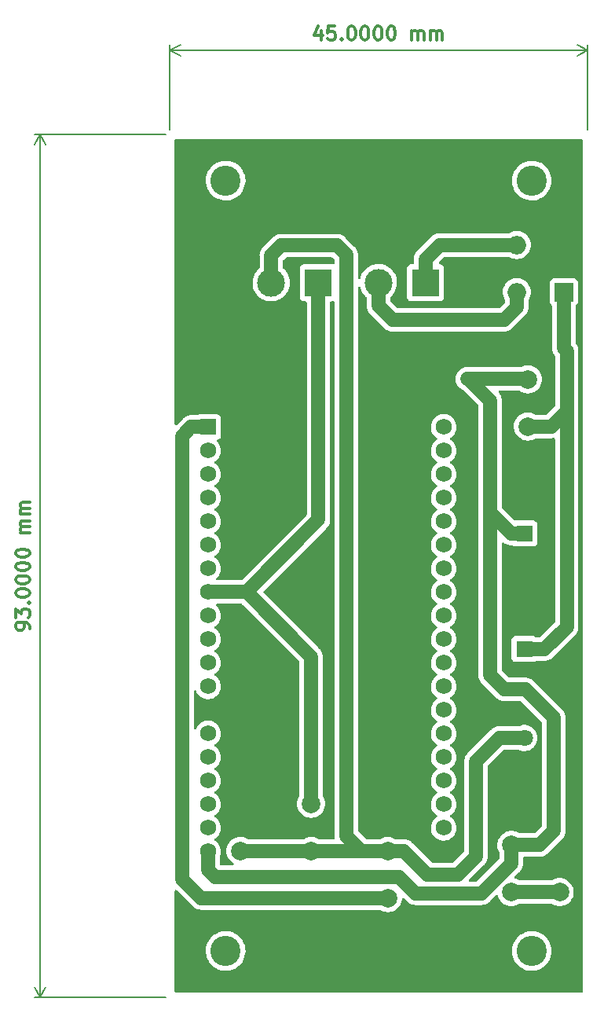
<source format=gbr>
%TF.GenerationSoftware,KiCad,Pcbnew,(6.0.4)*%
%TF.CreationDate,2022-05-06T13:19:33-03:00*%
%TF.ProjectId,kicad proyecto,6b696361-6420-4707-926f-796563746f2e,rev?*%
%TF.SameCoordinates,Original*%
%TF.FileFunction,Copper,L2,Bot*%
%TF.FilePolarity,Positive*%
%FSLAX46Y46*%
G04 Gerber Fmt 4.6, Leading zero omitted, Abs format (unit mm)*
G04 Created by KiCad (PCBNEW (6.0.4)) date 2022-05-06 13:19:33*
%MOMM*%
%LPD*%
G01*
G04 APERTURE LIST*
%ADD10C,0.300000*%
%TA.AperFunction,NonConductor*%
%ADD11C,0.300000*%
%TD*%
%TA.AperFunction,NonConductor*%
%ADD12C,0.200000*%
%TD*%
%TA.AperFunction,ComponentPad*%
%ADD13C,3.250000*%
%TD*%
%TA.AperFunction,ComponentPad*%
%ADD14R,1.800000X1.800000*%
%TD*%
%TA.AperFunction,ComponentPad*%
%ADD15C,1.800000*%
%TD*%
%TA.AperFunction,ComponentPad*%
%ADD16C,2.000000*%
%TD*%
%TA.AperFunction,ComponentPad*%
%ADD17C,1.998980*%
%TD*%
%TA.AperFunction,ComponentPad*%
%ADD18R,3.000000X3.000000*%
%TD*%
%TA.AperFunction,ComponentPad*%
%ADD19C,3.000000*%
%TD*%
%TA.AperFunction,ComponentPad*%
%ADD20R,1.750000X1.750000*%
%TD*%
%TA.AperFunction,ComponentPad*%
%ADD21C,1.750000*%
%TD*%
%TA.AperFunction,ComponentPad*%
%ADD22R,2.000000X2.000000*%
%TD*%
%TA.AperFunction,ComponentPad*%
%ADD23O,2.000000X2.000000*%
%TD*%
%TA.AperFunction,Conductor*%
%ADD24C,1.500000*%
%TD*%
G04 APERTURE END LIST*
D10*
D11*
X84878571Y-122285714D02*
X84878571Y-122000000D01*
X84807142Y-121857142D01*
X84735714Y-121785714D01*
X84521428Y-121642857D01*
X84235714Y-121571428D01*
X83664285Y-121571428D01*
X83521428Y-121642857D01*
X83450000Y-121714285D01*
X83378571Y-121857142D01*
X83378571Y-122142857D01*
X83450000Y-122285714D01*
X83521428Y-122357142D01*
X83664285Y-122428571D01*
X84021428Y-122428571D01*
X84164285Y-122357142D01*
X84235714Y-122285714D01*
X84307142Y-122142857D01*
X84307142Y-121857142D01*
X84235714Y-121714285D01*
X84164285Y-121642857D01*
X84021428Y-121571428D01*
X83378571Y-121071428D02*
X83378571Y-120142857D01*
X83950000Y-120642857D01*
X83950000Y-120428571D01*
X84021428Y-120285714D01*
X84092857Y-120214285D01*
X84235714Y-120142857D01*
X84592857Y-120142857D01*
X84735714Y-120214285D01*
X84807142Y-120285714D01*
X84878571Y-120428571D01*
X84878571Y-120857142D01*
X84807142Y-121000000D01*
X84735714Y-121071428D01*
X84735714Y-119500000D02*
X84807142Y-119428571D01*
X84878571Y-119500000D01*
X84807142Y-119571428D01*
X84735714Y-119500000D01*
X84878571Y-119500000D01*
X83378571Y-118500000D02*
X83378571Y-118357142D01*
X83450000Y-118214285D01*
X83521428Y-118142857D01*
X83664285Y-118071428D01*
X83950000Y-118000000D01*
X84307142Y-118000000D01*
X84592857Y-118071428D01*
X84735714Y-118142857D01*
X84807142Y-118214285D01*
X84878571Y-118357142D01*
X84878571Y-118500000D01*
X84807142Y-118642857D01*
X84735714Y-118714285D01*
X84592857Y-118785714D01*
X84307142Y-118857142D01*
X83950000Y-118857142D01*
X83664285Y-118785714D01*
X83521428Y-118714285D01*
X83450000Y-118642857D01*
X83378571Y-118500000D01*
X83378571Y-117071428D02*
X83378571Y-116928571D01*
X83450000Y-116785714D01*
X83521428Y-116714285D01*
X83664285Y-116642857D01*
X83950000Y-116571428D01*
X84307142Y-116571428D01*
X84592857Y-116642857D01*
X84735714Y-116714285D01*
X84807142Y-116785714D01*
X84878571Y-116928571D01*
X84878571Y-117071428D01*
X84807142Y-117214285D01*
X84735714Y-117285714D01*
X84592857Y-117357142D01*
X84307142Y-117428571D01*
X83950000Y-117428571D01*
X83664285Y-117357142D01*
X83521428Y-117285714D01*
X83450000Y-117214285D01*
X83378571Y-117071428D01*
X83378571Y-115642857D02*
X83378571Y-115500000D01*
X83450000Y-115357142D01*
X83521428Y-115285714D01*
X83664285Y-115214285D01*
X83950000Y-115142857D01*
X84307142Y-115142857D01*
X84592857Y-115214285D01*
X84735714Y-115285714D01*
X84807142Y-115357142D01*
X84878571Y-115500000D01*
X84878571Y-115642857D01*
X84807142Y-115785714D01*
X84735714Y-115857142D01*
X84592857Y-115928571D01*
X84307142Y-116000000D01*
X83950000Y-116000000D01*
X83664285Y-115928571D01*
X83521428Y-115857142D01*
X83450000Y-115785714D01*
X83378571Y-115642857D01*
X83378571Y-114214285D02*
X83378571Y-114071428D01*
X83450000Y-113928571D01*
X83521428Y-113857142D01*
X83664285Y-113785714D01*
X83950000Y-113714285D01*
X84307142Y-113714285D01*
X84592857Y-113785714D01*
X84735714Y-113857142D01*
X84807142Y-113928571D01*
X84878571Y-114071428D01*
X84878571Y-114214285D01*
X84807142Y-114357142D01*
X84735714Y-114428571D01*
X84592857Y-114500000D01*
X84307142Y-114571428D01*
X83950000Y-114571428D01*
X83664285Y-114500000D01*
X83521428Y-114428571D01*
X83450000Y-114357142D01*
X83378571Y-114214285D01*
X84878571Y-111928571D02*
X83878571Y-111928571D01*
X84021428Y-111928571D02*
X83950000Y-111857142D01*
X83878571Y-111714285D01*
X83878571Y-111500000D01*
X83950000Y-111357142D01*
X84092857Y-111285714D01*
X84878571Y-111285714D01*
X84092857Y-111285714D02*
X83950000Y-111214285D01*
X83878571Y-111071428D01*
X83878571Y-110857142D01*
X83950000Y-110714285D01*
X84092857Y-110642857D01*
X84878571Y-110642857D01*
X84878571Y-109928571D02*
X83878571Y-109928571D01*
X84021428Y-109928571D02*
X83950000Y-109857142D01*
X83878571Y-109714285D01*
X83878571Y-109500000D01*
X83950000Y-109357142D01*
X84092857Y-109285714D01*
X84878571Y-109285714D01*
X84092857Y-109285714D02*
X83950000Y-109214285D01*
X83878571Y-109071428D01*
X83878571Y-108857142D01*
X83950000Y-108714285D01*
X84092857Y-108642857D01*
X84878571Y-108642857D01*
D12*
X99500000Y-162000000D02*
X85413580Y-162000000D01*
X99500000Y-69000000D02*
X85413580Y-69000000D01*
X86000000Y-162000000D02*
X86000000Y-69000000D01*
X86000000Y-162000000D02*
X86000000Y-69000000D01*
X86000000Y-162000000D02*
X86586421Y-160873496D01*
X86000000Y-162000000D02*
X85413579Y-160873496D01*
X86000000Y-69000000D02*
X85413579Y-70126504D01*
X86000000Y-69000000D02*
X86586421Y-70126504D01*
D10*
D11*
X116285714Y-57878571D02*
X116285714Y-58878571D01*
X115928571Y-57307142D02*
X115571428Y-58378571D01*
X116500000Y-58378571D01*
X117785714Y-57378571D02*
X117071428Y-57378571D01*
X117000000Y-58092857D01*
X117071428Y-58021428D01*
X117214285Y-57950000D01*
X117571428Y-57950000D01*
X117714285Y-58021428D01*
X117785714Y-58092857D01*
X117857142Y-58235714D01*
X117857142Y-58592857D01*
X117785714Y-58735714D01*
X117714285Y-58807142D01*
X117571428Y-58878571D01*
X117214285Y-58878571D01*
X117071428Y-58807142D01*
X117000000Y-58735714D01*
X118500000Y-58735714D02*
X118571428Y-58807142D01*
X118500000Y-58878571D01*
X118428571Y-58807142D01*
X118500000Y-58735714D01*
X118500000Y-58878571D01*
X119500000Y-57378571D02*
X119642857Y-57378571D01*
X119785714Y-57450000D01*
X119857142Y-57521428D01*
X119928571Y-57664285D01*
X120000000Y-57950000D01*
X120000000Y-58307142D01*
X119928571Y-58592857D01*
X119857142Y-58735714D01*
X119785714Y-58807142D01*
X119642857Y-58878571D01*
X119500000Y-58878571D01*
X119357142Y-58807142D01*
X119285714Y-58735714D01*
X119214285Y-58592857D01*
X119142857Y-58307142D01*
X119142857Y-57950000D01*
X119214285Y-57664285D01*
X119285714Y-57521428D01*
X119357142Y-57450000D01*
X119500000Y-57378571D01*
X120928571Y-57378571D02*
X121071428Y-57378571D01*
X121214285Y-57450000D01*
X121285714Y-57521428D01*
X121357142Y-57664285D01*
X121428571Y-57950000D01*
X121428571Y-58307142D01*
X121357142Y-58592857D01*
X121285714Y-58735714D01*
X121214285Y-58807142D01*
X121071428Y-58878571D01*
X120928571Y-58878571D01*
X120785714Y-58807142D01*
X120714285Y-58735714D01*
X120642857Y-58592857D01*
X120571428Y-58307142D01*
X120571428Y-57950000D01*
X120642857Y-57664285D01*
X120714285Y-57521428D01*
X120785714Y-57450000D01*
X120928571Y-57378571D01*
X122357142Y-57378571D02*
X122500000Y-57378571D01*
X122642857Y-57450000D01*
X122714285Y-57521428D01*
X122785714Y-57664285D01*
X122857142Y-57950000D01*
X122857142Y-58307142D01*
X122785714Y-58592857D01*
X122714285Y-58735714D01*
X122642857Y-58807142D01*
X122500000Y-58878571D01*
X122357142Y-58878571D01*
X122214285Y-58807142D01*
X122142857Y-58735714D01*
X122071428Y-58592857D01*
X122000000Y-58307142D01*
X122000000Y-57950000D01*
X122071428Y-57664285D01*
X122142857Y-57521428D01*
X122214285Y-57450000D01*
X122357142Y-57378571D01*
X123785714Y-57378571D02*
X123928571Y-57378571D01*
X124071428Y-57450000D01*
X124142857Y-57521428D01*
X124214285Y-57664285D01*
X124285714Y-57950000D01*
X124285714Y-58307142D01*
X124214285Y-58592857D01*
X124142857Y-58735714D01*
X124071428Y-58807142D01*
X123928571Y-58878571D01*
X123785714Y-58878571D01*
X123642857Y-58807142D01*
X123571428Y-58735714D01*
X123500000Y-58592857D01*
X123428571Y-58307142D01*
X123428571Y-57950000D01*
X123500000Y-57664285D01*
X123571428Y-57521428D01*
X123642857Y-57450000D01*
X123785714Y-57378571D01*
X126071428Y-58878571D02*
X126071428Y-57878571D01*
X126071428Y-58021428D02*
X126142857Y-57950000D01*
X126285714Y-57878571D01*
X126500000Y-57878571D01*
X126642857Y-57950000D01*
X126714285Y-58092857D01*
X126714285Y-58878571D01*
X126714285Y-58092857D02*
X126785714Y-57950000D01*
X126928571Y-57878571D01*
X127142857Y-57878571D01*
X127285714Y-57950000D01*
X127357142Y-58092857D01*
X127357142Y-58878571D01*
X128071428Y-58878571D02*
X128071428Y-57878571D01*
X128071428Y-58021428D02*
X128142857Y-57950000D01*
X128285714Y-57878571D01*
X128500000Y-57878571D01*
X128642857Y-57950000D01*
X128714285Y-58092857D01*
X128714285Y-58878571D01*
X128714285Y-58092857D02*
X128785714Y-57950000D01*
X128928571Y-57878571D01*
X129142857Y-57878571D01*
X129285714Y-57950000D01*
X129357142Y-58092857D01*
X129357142Y-58878571D01*
D12*
X100000000Y-68500000D02*
X100000000Y-59413580D01*
X145000000Y-68500000D02*
X145000000Y-59413580D01*
X100000000Y-60000000D02*
X145000000Y-60000000D01*
X100000000Y-60000000D02*
X145000000Y-60000000D01*
X100000000Y-60000000D02*
X101126504Y-60586421D01*
X100000000Y-60000000D02*
X101126504Y-59413579D01*
X145000000Y-60000000D02*
X143873496Y-59413579D01*
X145000000Y-60000000D02*
X143873496Y-60586421D01*
D13*
%TO.P,H1,1*%
%TO.N,N/C*%
X139000000Y-157000000D03*
%TD*%
%TO.P,H4,1*%
%TO.N,N/C*%
X106000000Y-157000000D03*
%TD*%
D14*
%TO.P,C2,1*%
%TO.N,/12V_rect*%
X138197428Y-124467000D03*
D15*
%TO.P,C2,2*%
%TO.N,GND*%
X138197428Y-120967000D03*
%TD*%
D16*
%TO.P,U1,1,IN*%
%TO.N,/12V_rect*%
X138578428Y-100492000D03*
%TO.P,U1,2,GND*%
%TO.N,GND*%
X138578428Y-97952000D03*
%TO.P,U1,3,OUT*%
%TO.N,+5V*%
X138578428Y-95412000D03*
%TD*%
D17*
%TO.P,R2,1*%
%TO.N,GND*%
X107590428Y-141132000D03*
%TO.P,R2,2*%
%TO.N,/E2*%
X107590428Y-146212000D03*
%TD*%
D14*
%TO.P,C1,1*%
%TO.N,GND*%
X138197428Y-137548000D03*
D15*
%TO.P,C1,2*%
%TO.N,/E2*%
X138197428Y-134048000D03*
%TD*%
D18*
%TO.P,Medior_de_corriente_entrada1,1,Pin_1*%
%TO.N,/E1*%
X116000000Y-85000000D03*
D19*
%TO.P,Medior_de_corriente_entrada1,2,Pin_2*%
%TO.N,/E2*%
X110920000Y-85000000D03*
%TO.P,Medior_de_corriente_entrada1,3,Pin_3*%
%TO.N,GND*%
X105840000Y-85000000D03*
%TD*%
D13*
%TO.P,H2,1*%
%TO.N,N/C*%
X106000000Y-74000000D03*
%TD*%
D17*
%TO.P,R3,1*%
%TO.N,+5V*%
X136800428Y-145577000D03*
%TO.P,R3,2*%
%TO.N,Net-(R3-Pad2)*%
X136800428Y-150657000D03*
%TD*%
D14*
%TO.P,C3,1*%
%TO.N,+5V*%
X138197428Y-112021000D03*
D15*
%TO.P,C3,2*%
%TO.N,GND*%
X138197428Y-108521000D03*
%TD*%
D17*
%TO.P,R4,1*%
%TO.N,/E2*%
X115210428Y-146212000D03*
%TO.P,R4,2*%
%TO.N,/E1*%
X115210428Y-141132000D03*
%TD*%
D20*
%TO.P,Micro_controlador1,1,3V3*%
%TO.N,+3V3*%
X104110000Y-100544000D03*
D21*
%TO.P,Micro_controlador1,2,EN*%
%TO.N,unconnected-(Micro_controlador1-Pad2)*%
X104110000Y-103084000D03*
%TO.P,Micro_controlador1,3,SVP*%
%TO.N,unconnected-(Micro_controlador1-Pad3)*%
X104110000Y-105624000D03*
%TO.P,Micro_controlador1,4,SVN*%
%TO.N,unconnected-(Micro_controlador1-Pad4)*%
X104110000Y-108164000D03*
%TO.P,Micro_controlador1,5,IO34*%
%TO.N,unconnected-(Micro_controlador1-Pad5)*%
X104110000Y-110704000D03*
%TO.P,Micro_controlador1,6,IO35*%
%TO.N,unconnected-(Micro_controlador1-Pad6)*%
X104110000Y-113244000D03*
%TO.P,Micro_controlador1,7,IO32*%
%TO.N,/SCL*%
X104110000Y-115784000D03*
%TO.P,Micro_controlador1,8,IO33*%
%TO.N,/E1*%
X104110000Y-118324000D03*
%TO.P,Micro_controlador1,9,IO25*%
%TO.N,unconnected-(Micro_controlador1-Pad9)*%
X104110000Y-120864000D03*
%TO.P,Micro_controlador1,10,IO26*%
%TO.N,unconnected-(Micro_controlador1-Pad10)*%
X104110000Y-123404000D03*
%TO.P,Micro_controlador1,11,IO27*%
%TO.N,unconnected-(Micro_controlador1-Pad11)*%
X104110000Y-125944000D03*
%TO.P,Micro_controlador1,12,IO14*%
%TO.N,unconnected-(Micro_controlador1-Pad12)*%
X104110000Y-128484000D03*
%TO.P,Micro_controlador1,13,IO12*%
%TO.N,GND*%
X104110000Y-131024000D03*
%TO.P,Micro_controlador1,14,GND*%
%TO.N,unconnected-(Micro_controlador1-Pad14)*%
X104110000Y-133564000D03*
%TO.P,Micro_controlador1,15,IO13*%
%TO.N,unconnected-(Micro_controlador1-Pad15)*%
X104110000Y-136104000D03*
%TO.P,Micro_controlador1,16,SD2*%
%TO.N,unconnected-(Micro_controlador1-Pad16)*%
X104110000Y-138644000D03*
%TO.P,Micro_controlador1,17,SD3*%
%TO.N,unconnected-(Micro_controlador1-Pad17)*%
X104110000Y-141184000D03*
%TO.P,Micro_controlador1,18,CMD*%
%TO.N,unconnected-(Micro_controlador1-Pad18)*%
X104110000Y-143724000D03*
%TO.P,Micro_controlador1,19,5V*%
%TO.N,+5V*%
X104110000Y-146264000D03*
%TO.P,Micro_controlador1,20,CLK*%
%TO.N,unconnected-(Micro_controlador1-Pad20)*%
X129510000Y-100544000D03*
%TO.P,Micro_controlador1,21,SD0*%
%TO.N,unconnected-(Micro_controlador1-Pad21)*%
X129510000Y-103084000D03*
%TO.P,Micro_controlador1,22,SD1*%
%TO.N,unconnected-(Micro_controlador1-Pad22)*%
X129510000Y-105624000D03*
%TO.P,Micro_controlador1,23,IO15*%
%TO.N,unconnected-(Micro_controlador1-Pad23)*%
X129510000Y-108164000D03*
%TO.P,Micro_controlador1,24,IO02*%
%TO.N,unconnected-(Micro_controlador1-Pad24)*%
X129510000Y-110704000D03*
%TO.P,Micro_controlador1,25,IO0*%
%TO.N,unconnected-(Micro_controlador1-Pad25)*%
X129510000Y-113244000D03*
%TO.P,Micro_controlador1,26,IO4*%
%TO.N,unconnected-(Micro_controlador1-Pad26)*%
X129510000Y-115784000D03*
%TO.P,Micro_controlador1,27,IO16*%
%TO.N,unconnected-(Micro_controlador1-Pad27)*%
X129510000Y-118324000D03*
%TO.P,Micro_controlador1,28,IO17*%
%TO.N,unconnected-(Micro_controlador1-Pad28)*%
X129510000Y-120864000D03*
%TO.P,Micro_controlador1,29,IO5*%
%TO.N,unconnected-(Micro_controlador1-Pad29)*%
X129510000Y-123404000D03*
%TO.P,Micro_controlador1,30,IO18*%
%TO.N,unconnected-(Micro_controlador1-Pad30)*%
X129510000Y-125944000D03*
%TO.P,Micro_controlador1,31,IO19*%
%TO.N,unconnected-(Micro_controlador1-Pad31)*%
X129510000Y-128484000D03*
%TO.P,Micro_controlador1,32,GND*%
%TO.N,unconnected-(Micro_controlador1-Pad32)*%
X129510000Y-131024000D03*
%TO.P,Micro_controlador1,33,IO21*%
%TO.N,unconnected-(Micro_controlador1-Pad33)*%
X129510000Y-133564000D03*
%TO.P,Micro_controlador1,34,RXD0*%
%TO.N,unconnected-(Micro_controlador1-Pad34)*%
X129510000Y-136104000D03*
%TO.P,Micro_controlador1,35,TXD0*%
%TO.N,unconnected-(Micro_controlador1-Pad35)*%
X129510000Y-138644000D03*
%TO.P,Micro_controlador1,36,IO22*%
%TO.N,unconnected-(Micro_controlador1-Pad36)*%
X129510000Y-141184000D03*
%TO.P,Micro_controlador1,37,IO23*%
%TO.N,unconnected-(Micro_controlador1-Pad37)*%
X129510000Y-143724000D03*
%TO.P,Micro_controlador1,38,GND*%
%TO.N,GND*%
X129510000Y-146264000D03*
%TD*%
D18*
%TO.P,12v_alterna1,1,Pin_1*%
%TO.N,/12v_alterna1*%
X127540000Y-85000000D03*
D19*
%TO.P,12v_alterna1,2,Pin_2*%
%TO.N,/12v_alterna2*%
X122460000Y-85000000D03*
%TD*%
D17*
%TO.P,R1,1*%
%TO.N,/E2*%
X123491000Y-146212000D03*
%TO.P,R1,2*%
%TO.N,+3V3*%
X123491000Y-151292000D03*
%TD*%
D13*
%TO.P,H3,1*%
%TO.N,N/C*%
X139000000Y-74000000D03*
%TD*%
D22*
%TO.P,Puente_de_diodos1,1,+*%
%TO.N,/12V_rect*%
X142464000Y-86014000D03*
D23*
%TO.P,Puente_de_diodos1,2,-*%
%TO.N,GND*%
X142464000Y-80934000D03*
%TO.P,Puente_de_diodos1,3*%
%TO.N,/12v_alterna1*%
X137384000Y-80934000D03*
%TO.P,Puente_de_diodos1,4*%
%TO.N,/12v_alterna2*%
X137384000Y-86014000D03*
%TD*%
D17*
%TO.P,D5,1,K*%
%TO.N,GND*%
X142007428Y-148117000D03*
%TO.P,D5,2,A*%
%TO.N,Net-(R3-Pad2)*%
X142007428Y-150657000D03*
%TD*%
D24*
%TO.N,+3V3*%
X101316000Y-101508000D02*
X102280000Y-100544000D01*
X123491000Y-151292000D02*
X103348000Y-151292000D01*
X103348000Y-151292000D02*
X101316000Y-149260000D01*
X102280000Y-100544000D02*
X104110000Y-100544000D01*
X101316000Y-149260000D02*
X101316000Y-101508000D01*
%TO.N,/12v_alterna1*%
X127540000Y-82460000D02*
X129066000Y-80934000D01*
X127540000Y-85000000D02*
X127540000Y-82460000D01*
X129066000Y-80934000D02*
X137384000Y-80934000D01*
%TO.N,/12v_alterna2*%
X122460000Y-85000000D02*
X122460000Y-87460000D01*
X136000000Y-89000000D02*
X137384000Y-87616000D01*
X122460000Y-87460000D02*
X124000000Y-89000000D01*
X137384000Y-87616000D02*
X137384000Y-86014000D01*
X124000000Y-89000000D02*
X136000000Y-89000000D01*
%TO.N,/12V_rect*%
X142464000Y-86014000D02*
X142464000Y-92058572D01*
X142769428Y-98841000D02*
X141118428Y-100492000D01*
X140384428Y-124467000D02*
X142769428Y-122082000D01*
X142769428Y-92364000D02*
X142769428Y-98841000D01*
X142464000Y-92058572D02*
X142769428Y-92364000D01*
X141118428Y-100492000D02*
X138578428Y-100492000D01*
X142769428Y-122082000D02*
X142769428Y-98841000D01*
X138197428Y-124467000D02*
X140384428Y-124467000D01*
%TO.N,+5V*%
X132026428Y-95360000D02*
X138526428Y-95360000D01*
X138197428Y-112021000D02*
X136772428Y-112021000D01*
X104110000Y-146264000D02*
X104110000Y-148244000D01*
X136038428Y-128813000D02*
X134514428Y-127289000D01*
X104872000Y-149006000D02*
X124684000Y-149006000D01*
X138324428Y-128813000D02*
X136038428Y-128813000D01*
X104110000Y-148244000D02*
X104872000Y-149006000D01*
X132176428Y-95360000D02*
X132026428Y-95360000D01*
X139848428Y-145577000D02*
X141372428Y-144053000D01*
X141372428Y-144053000D02*
X141372428Y-131861000D01*
X136800428Y-145577000D02*
X139848428Y-145577000D01*
X138526428Y-95360000D02*
X138578428Y-95412000D01*
X126462000Y-150784000D02*
X133574000Y-150784000D01*
X133574000Y-150784000D02*
X136800428Y-147557572D01*
X141372428Y-131861000D02*
X138324428Y-128813000D01*
X136772428Y-112021000D02*
X134514428Y-109763000D01*
X136800428Y-147557572D02*
X136800428Y-145577000D01*
X124684000Y-149006000D02*
X126462000Y-150784000D01*
X134514428Y-109763000D02*
X134514428Y-97698000D01*
X134514428Y-97698000D02*
X132176428Y-95360000D01*
X134514428Y-127289000D02*
X134514428Y-109763000D01*
%TO.N,Net-(R3-Pad2)*%
X142007428Y-150657000D02*
X136800428Y-150657000D01*
%TO.N,/E2*%
X110920000Y-85000000D02*
X110920000Y-82080000D01*
X132990428Y-146795572D02*
X132990428Y-136560000D01*
X118000000Y-81000000D02*
X119000000Y-82000000D01*
X112000000Y-81000000D02*
X118000000Y-81000000D01*
X135502428Y-134048000D02*
X138197428Y-134048000D01*
X123491000Y-146212000D02*
X125192000Y-146212000D01*
X125192000Y-146212000D02*
X127732000Y-148752000D01*
X119000000Y-82000000D02*
X119000000Y-144592000D01*
X110920000Y-82080000D02*
X112000000Y-81000000D01*
X132990428Y-136560000D02*
X135502428Y-134048000D01*
X127732000Y-148752000D02*
X131034000Y-148752000D01*
X107590428Y-146212000D02*
X112543428Y-146212000D01*
X112543428Y-146212000D02*
X120620000Y-146212000D01*
X131034000Y-148752000D02*
X132990428Y-146795572D01*
X119000000Y-144592000D02*
X120620000Y-146212000D01*
X120620000Y-146212000D02*
X123491000Y-146212000D01*
%TO.N,/E1*%
X116000000Y-110550000D02*
X108226000Y-118324000D01*
X108226000Y-118324000D02*
X104110000Y-118324000D01*
X115210428Y-141132000D02*
X115210428Y-125308428D01*
X116000000Y-85000000D02*
X116000000Y-110550000D01*
X115210428Y-125308428D02*
X108226000Y-118324000D01*
%TD*%
%TA.AperFunction,Conductor*%
%TO.N,GND*%
G36*
X144433621Y-69528502D02*
G01*
X144480114Y-69582158D01*
X144491500Y-69634500D01*
X144491500Y-161365500D01*
X144471498Y-161433621D01*
X144417842Y-161480114D01*
X144365500Y-161491500D01*
X100634500Y-161491500D01*
X100566379Y-161471498D01*
X100519886Y-161417842D01*
X100508500Y-161365500D01*
X100508500Y-156977606D01*
X103861632Y-156977606D01*
X103878378Y-157268023D01*
X103879203Y-157272228D01*
X103879204Y-157272236D01*
X103911615Y-157437436D01*
X103934382Y-157553481D01*
X103935769Y-157557532D01*
X103935770Y-157557536D01*
X104027220Y-157824641D01*
X104027224Y-157824650D01*
X104028609Y-157828696D01*
X104159316Y-158088577D01*
X104324083Y-158328315D01*
X104519862Y-158543473D01*
X104523151Y-158546223D01*
X104739738Y-158727319D01*
X104739743Y-158727323D01*
X104743030Y-158730071D01*
X104808058Y-158770863D01*
X104985817Y-158882371D01*
X104985821Y-158882373D01*
X104989457Y-158884654D01*
X105254584Y-159004363D01*
X105258703Y-159005583D01*
X105529391Y-159085765D01*
X105529396Y-159085766D01*
X105533504Y-159086983D01*
X105537738Y-159087631D01*
X105537743Y-159087632D01*
X105793635Y-159126789D01*
X105821056Y-159130985D01*
X105969176Y-159133312D01*
X106107629Y-159135487D01*
X106107635Y-159135487D01*
X106111920Y-159135554D01*
X106400712Y-159100607D01*
X106682090Y-159026789D01*
X106950846Y-158915466D01*
X107202007Y-158768699D01*
X107430926Y-158589204D01*
X107472578Y-158546223D01*
X107630383Y-158383380D01*
X107633366Y-158380302D01*
X107805583Y-158145858D01*
X107944388Y-157890210D01*
X108047213Y-157618090D01*
X108112157Y-157334533D01*
X108138016Y-157044785D01*
X108138485Y-157000000D01*
X108136958Y-156977606D01*
X136861632Y-156977606D01*
X136878378Y-157268023D01*
X136879203Y-157272228D01*
X136879204Y-157272236D01*
X136911615Y-157437436D01*
X136934382Y-157553481D01*
X136935769Y-157557532D01*
X136935770Y-157557536D01*
X137027220Y-157824641D01*
X137027224Y-157824650D01*
X137028609Y-157828696D01*
X137159316Y-158088577D01*
X137324083Y-158328315D01*
X137519862Y-158543473D01*
X137523151Y-158546223D01*
X137739738Y-158727319D01*
X137739743Y-158727323D01*
X137743030Y-158730071D01*
X137808058Y-158770863D01*
X137985817Y-158882371D01*
X137985821Y-158882373D01*
X137989457Y-158884654D01*
X138254584Y-159004363D01*
X138258703Y-159005583D01*
X138529391Y-159085765D01*
X138529396Y-159085766D01*
X138533504Y-159086983D01*
X138537738Y-159087631D01*
X138537743Y-159087632D01*
X138793635Y-159126789D01*
X138821056Y-159130985D01*
X138969176Y-159133312D01*
X139107629Y-159135487D01*
X139107635Y-159135487D01*
X139111920Y-159135554D01*
X139400712Y-159100607D01*
X139682090Y-159026789D01*
X139950846Y-158915466D01*
X140202007Y-158768699D01*
X140430926Y-158589204D01*
X140472578Y-158546223D01*
X140630383Y-158383380D01*
X140633366Y-158380302D01*
X140805583Y-158145858D01*
X140944388Y-157890210D01*
X141047213Y-157618090D01*
X141112157Y-157334533D01*
X141138016Y-157044785D01*
X141138485Y-157000000D01*
X141118699Y-156709774D01*
X141059709Y-156424919D01*
X140962605Y-156150705D01*
X140829184Y-155892207D01*
X140815765Y-155873113D01*
X140664378Y-155657713D01*
X140661915Y-155654208D01*
X140463894Y-155441112D01*
X140460578Y-155438398D01*
X140460575Y-155438395D01*
X140242102Y-155259577D01*
X140238784Y-155256861D01*
X139990752Y-155104867D01*
X139986835Y-155103148D01*
X139986832Y-155103146D01*
X139869273Y-155051542D01*
X139724386Y-154987941D01*
X139720258Y-154986765D01*
X139720255Y-154986764D01*
X139634087Y-154962218D01*
X139444616Y-154908246D01*
X139440374Y-154907642D01*
X139440368Y-154907641D01*
X139160870Y-154867863D01*
X139156619Y-154867258D01*
X139003232Y-154866455D01*
X138870009Y-154865757D01*
X138870003Y-154865757D01*
X138865723Y-154865735D01*
X138861479Y-154866294D01*
X138861475Y-154866294D01*
X138734456Y-154883017D01*
X138577313Y-154903705D01*
X138573173Y-154904838D01*
X138573171Y-154904838D01*
X138556411Y-154909423D01*
X138296724Y-154980465D01*
X138292776Y-154982149D01*
X138033100Y-155092910D01*
X138033096Y-155092912D01*
X138029148Y-155094596D01*
X137779538Y-155243985D01*
X137552511Y-155425867D01*
X137352269Y-155636878D01*
X137182517Y-155873113D01*
X137046397Y-156130200D01*
X136946426Y-156403382D01*
X136884456Y-156687604D01*
X136861632Y-156977606D01*
X108136958Y-156977606D01*
X108118699Y-156709774D01*
X108059709Y-156424919D01*
X107962605Y-156150705D01*
X107829184Y-155892207D01*
X107815765Y-155873113D01*
X107664378Y-155657713D01*
X107661915Y-155654208D01*
X107463894Y-155441112D01*
X107460578Y-155438398D01*
X107460575Y-155438395D01*
X107242102Y-155259577D01*
X107238784Y-155256861D01*
X106990752Y-155104867D01*
X106986835Y-155103148D01*
X106986832Y-155103146D01*
X106869273Y-155051542D01*
X106724386Y-154987941D01*
X106720258Y-154986765D01*
X106720255Y-154986764D01*
X106634087Y-154962218D01*
X106444616Y-154908246D01*
X106440374Y-154907642D01*
X106440368Y-154907641D01*
X106160870Y-154867863D01*
X106156619Y-154867258D01*
X106003232Y-154866455D01*
X105870009Y-154865757D01*
X105870003Y-154865757D01*
X105865723Y-154865735D01*
X105861479Y-154866294D01*
X105861475Y-154866294D01*
X105734456Y-154883017D01*
X105577313Y-154903705D01*
X105573173Y-154904838D01*
X105573171Y-154904838D01*
X105556411Y-154909423D01*
X105296724Y-154980465D01*
X105292776Y-154982149D01*
X105033100Y-155092910D01*
X105033096Y-155092912D01*
X105029148Y-155094596D01*
X104779538Y-155243985D01*
X104552511Y-155425867D01*
X104352269Y-155636878D01*
X104182517Y-155873113D01*
X104046397Y-156130200D01*
X103946426Y-156403382D01*
X103884456Y-156687604D01*
X103861632Y-156977606D01*
X100508500Y-156977606D01*
X100508500Y-150536477D01*
X100528502Y-150468356D01*
X100582158Y-150421863D01*
X100652432Y-150411759D01*
X100717012Y-150441253D01*
X100723595Y-150447382D01*
X102393472Y-152117259D01*
X102404340Y-152129651D01*
X102414462Y-152142843D01*
X102414469Y-152142851D01*
X102417877Y-152147292D01*
X102450417Y-152176901D01*
X102478185Y-152202168D01*
X102482480Y-152206267D01*
X102498411Y-152222198D01*
X102518427Y-152238934D01*
X102522376Y-152242379D01*
X102579879Y-152294703D01*
X102579883Y-152294706D01*
X102584036Y-152298485D01*
X102588791Y-152301468D01*
X102588794Y-152301470D01*
X102599224Y-152308012D01*
X102613097Y-152318091D01*
X102622545Y-152325992D01*
X102622552Y-152325997D01*
X102626854Y-152329594D01*
X102631730Y-152332375D01*
X102699240Y-152370882D01*
X102703768Y-152373592D01*
X102769596Y-152414886D01*
X102769599Y-152414888D01*
X102774344Y-152417864D01*
X102779549Y-152419957D01*
X102779552Y-152419958D01*
X102790979Y-152424552D01*
X102806411Y-152432012D01*
X102817119Y-152438120D01*
X102817128Y-152438124D01*
X102821993Y-152440899D01*
X102827270Y-152442768D01*
X102827275Y-152442770D01*
X102900542Y-152468715D01*
X102905478Y-152470580D01*
X102982783Y-152501656D01*
X102988270Y-152502792D01*
X102988272Y-152502793D01*
X103000349Y-152505294D01*
X103016844Y-152509899D01*
X103033759Y-152515889D01*
X103116010Y-152529359D01*
X103121180Y-152530317D01*
X103202767Y-152547213D01*
X103207379Y-152547479D01*
X103207380Y-152547479D01*
X103230548Y-152548815D01*
X103243653Y-152550262D01*
X103249910Y-152551286D01*
X103249914Y-152551286D01*
X103255457Y-152552194D01*
X103261070Y-152552106D01*
X103261072Y-152552106D01*
X103362264Y-152550516D01*
X103364243Y-152550500D01*
X122623036Y-152550500D01*
X122688871Y-152569068D01*
X122800040Y-152637193D01*
X122800050Y-152637198D01*
X122804270Y-152639784D01*
X122808840Y-152641677D01*
X122808844Y-152641679D01*
X123018996Y-152728726D01*
X123019002Y-152728728D01*
X123023565Y-152730618D01*
X123028365Y-152731770D01*
X123028370Y-152731772D01*
X123133785Y-152757080D01*
X123254369Y-152786030D01*
X123491000Y-152804653D01*
X123727631Y-152786030D01*
X123848215Y-152757080D01*
X123953630Y-152731772D01*
X123953635Y-152731770D01*
X123958435Y-152730618D01*
X123962998Y-152728728D01*
X123963004Y-152728726D01*
X124173156Y-152641679D01*
X124173160Y-152641677D01*
X124177730Y-152639784D01*
X124380115Y-152515762D01*
X124560607Y-152361607D01*
X124714762Y-152181115D01*
X124838784Y-151978730D01*
X124840679Y-151974156D01*
X124927726Y-151764004D01*
X124927728Y-151763998D01*
X124929618Y-151759435D01*
X124931558Y-151751358D01*
X124959530Y-151634843D01*
X124985030Y-151528631D01*
X124995821Y-151391523D01*
X125021105Y-151325182D01*
X125078243Y-151283042D01*
X125149093Y-151278483D01*
X125210527Y-151312314D01*
X125507472Y-151609259D01*
X125518340Y-151621651D01*
X125528462Y-151634843D01*
X125528469Y-151634851D01*
X125531877Y-151639292D01*
X125558751Y-151663745D01*
X125592185Y-151694168D01*
X125596480Y-151698267D01*
X125612411Y-151714198D01*
X125632427Y-151730934D01*
X125636376Y-151734379D01*
X125693879Y-151786703D01*
X125693883Y-151786706D01*
X125698036Y-151790485D01*
X125702791Y-151793468D01*
X125702794Y-151793470D01*
X125713224Y-151800012D01*
X125727097Y-151810091D01*
X125736545Y-151817992D01*
X125736552Y-151817997D01*
X125740854Y-151821594D01*
X125745730Y-151824375D01*
X125813240Y-151862882D01*
X125817759Y-151865587D01*
X125831227Y-151874035D01*
X125883596Y-151906886D01*
X125883599Y-151906888D01*
X125888344Y-151909864D01*
X125893549Y-151911957D01*
X125893552Y-151911958D01*
X125904979Y-151916552D01*
X125920411Y-151924012D01*
X125931119Y-151930120D01*
X125931128Y-151930124D01*
X125935993Y-151932899D01*
X125941270Y-151934768D01*
X125941275Y-151934770D01*
X126014542Y-151960715D01*
X126019478Y-151962580D01*
X126045581Y-151973073D01*
X126096783Y-151993656D01*
X126102270Y-151994792D01*
X126102272Y-151994793D01*
X126114349Y-151997294D01*
X126130844Y-152001899D01*
X126147759Y-152007889D01*
X126153296Y-152008796D01*
X126153297Y-152008796D01*
X126229991Y-152021355D01*
X126235181Y-152022317D01*
X126312246Y-152038277D01*
X126312250Y-152038278D01*
X126316767Y-152039213D01*
X126321376Y-152039479D01*
X126321378Y-152039479D01*
X126344548Y-152040815D01*
X126357653Y-152042262D01*
X126363910Y-152043286D01*
X126363917Y-152043286D01*
X126369458Y-152044194D01*
X126375070Y-152044106D01*
X126375072Y-152044106D01*
X126476264Y-152042516D01*
X126478243Y-152042500D01*
X133482604Y-152042500D01*
X133499051Y-152043578D01*
X133515516Y-152045746D01*
X133515520Y-152045746D01*
X133521086Y-152046479D01*
X133602489Y-152042640D01*
X133608424Y-152042500D01*
X133630999Y-152042500D01*
X133656989Y-152040181D01*
X133662248Y-152039822D01*
X133745488Y-152035896D01*
X133750947Y-152034646D01*
X133750952Y-152034645D01*
X133762970Y-152031892D01*
X133779899Y-152029211D01*
X133797762Y-152027617D01*
X133803178Y-152026135D01*
X133803180Y-152026135D01*
X133878133Y-152005630D01*
X133883251Y-152004344D01*
X133959000Y-151986995D01*
X133959002Y-151986994D01*
X133964470Y-151985742D01*
X133974970Y-151981263D01*
X133980967Y-151978706D01*
X133997142Y-151973073D01*
X134009039Y-151969818D01*
X134009043Y-151969817D01*
X134014451Y-151968337D01*
X134084826Y-151934770D01*
X134089667Y-151932461D01*
X134094476Y-151930290D01*
X134165949Y-151899804D01*
X134165950Y-151899804D01*
X134171109Y-151897603D01*
X134186110Y-151887749D01*
X134201025Y-151879346D01*
X134217218Y-151871622D01*
X134221769Y-151868352D01*
X134221772Y-151868350D01*
X134284881Y-151823001D01*
X134289232Y-151820011D01*
X134355010Y-151776804D01*
X134355018Y-151776798D01*
X134358874Y-151774265D01*
X134379662Y-151755743D01*
X134389939Y-151747510D01*
X134399654Y-151740529D01*
X134474063Y-151663745D01*
X134475452Y-151662335D01*
X135135257Y-151002530D01*
X135197569Y-150968504D01*
X135268384Y-150973569D01*
X135325220Y-151016116D01*
X135346871Y-151062211D01*
X135360655Y-151119627D01*
X135360656Y-151119630D01*
X135361810Y-151124435D01*
X135363700Y-151128998D01*
X135363702Y-151129004D01*
X135425618Y-151278483D01*
X135452644Y-151343730D01*
X135576666Y-151546115D01*
X135730821Y-151726607D01*
X135734577Y-151729815D01*
X135747122Y-151740529D01*
X135911313Y-151880762D01*
X136063718Y-151974156D01*
X136104317Y-151999035D01*
X136113698Y-152004784D01*
X136118268Y-152006677D01*
X136118272Y-152006679D01*
X136328424Y-152093726D01*
X136328430Y-152093728D01*
X136332993Y-152095618D01*
X136337793Y-152096770D01*
X136337798Y-152096772D01*
X136423133Y-152117259D01*
X136563797Y-152151030D01*
X136800428Y-152169653D01*
X137037059Y-152151030D01*
X137177723Y-152117259D01*
X137263058Y-152096772D01*
X137263063Y-152096770D01*
X137267863Y-152095618D01*
X137272426Y-152093728D01*
X137272432Y-152093726D01*
X137482584Y-152006679D01*
X137482588Y-152006677D01*
X137487158Y-152004784D01*
X137491378Y-152002198D01*
X137491388Y-152002193D01*
X137602557Y-151934068D01*
X137668392Y-151915500D01*
X141139464Y-151915500D01*
X141205299Y-151934068D01*
X141316468Y-152002193D01*
X141316478Y-152002198D01*
X141320698Y-152004784D01*
X141325268Y-152006677D01*
X141325272Y-152006679D01*
X141535424Y-152093726D01*
X141535430Y-152093728D01*
X141539993Y-152095618D01*
X141544793Y-152096770D01*
X141544798Y-152096772D01*
X141630133Y-152117259D01*
X141770797Y-152151030D01*
X142007428Y-152169653D01*
X142244059Y-152151030D01*
X142384723Y-152117259D01*
X142470058Y-152096772D01*
X142470063Y-152096770D01*
X142474863Y-152095618D01*
X142479426Y-152093728D01*
X142479432Y-152093726D01*
X142689584Y-152006679D01*
X142689588Y-152006677D01*
X142694158Y-152004784D01*
X142703540Y-151999035D01*
X142744138Y-151974156D01*
X142896543Y-151880762D01*
X143060734Y-151740529D01*
X143073279Y-151729815D01*
X143077035Y-151726607D01*
X143231190Y-151546115D01*
X143355212Y-151343730D01*
X143382238Y-151278483D01*
X143444154Y-151129004D01*
X143444156Y-151128998D01*
X143446046Y-151124435D01*
X143447201Y-151119627D01*
X143500303Y-150898440D01*
X143501458Y-150893631D01*
X143520081Y-150657000D01*
X143501458Y-150420369D01*
X143446046Y-150189565D01*
X143444156Y-150185002D01*
X143444154Y-150184996D01*
X143357107Y-149974844D01*
X143357105Y-149974840D01*
X143355212Y-149970270D01*
X143231190Y-149767885D01*
X143077035Y-149587393D01*
X142896543Y-149433238D01*
X142694158Y-149309216D01*
X142689588Y-149307323D01*
X142689584Y-149307321D01*
X142479432Y-149220274D01*
X142479426Y-149220272D01*
X142474863Y-149218382D01*
X142470063Y-149217230D01*
X142470058Y-149217228D01*
X142364643Y-149191920D01*
X142244059Y-149162970D01*
X142007428Y-149144347D01*
X141770797Y-149162970D01*
X141650213Y-149191920D01*
X141544798Y-149217228D01*
X141544793Y-149217230D01*
X141539993Y-149218382D01*
X141535430Y-149220272D01*
X141535424Y-149220274D01*
X141325272Y-149307321D01*
X141325268Y-149307323D01*
X141320698Y-149309216D01*
X141316479Y-149311801D01*
X141316468Y-149311807D01*
X141205299Y-149379932D01*
X141139464Y-149398500D01*
X137668392Y-149398500D01*
X137602557Y-149379932D01*
X137491388Y-149311807D01*
X137491377Y-149311801D01*
X137487158Y-149309216D01*
X137482588Y-149307323D01*
X137482584Y-149307321D01*
X137272432Y-149220274D01*
X137272426Y-149220272D01*
X137267863Y-149218382D01*
X137263064Y-149217230D01*
X137263046Y-149217224D01*
X137205639Y-149203442D01*
X137144070Y-149168090D01*
X137111388Y-149105063D01*
X137117969Y-149034372D01*
X137145959Y-148991829D01*
X137625691Y-148512097D01*
X137638082Y-148501229D01*
X137651276Y-148491105D01*
X137655720Y-148487695D01*
X137710586Y-148427398D01*
X137714685Y-148423103D01*
X137730626Y-148407162D01*
X137747370Y-148387136D01*
X137750829Y-148383171D01*
X137803136Y-148325687D01*
X137803137Y-148325686D01*
X137806913Y-148321536D01*
X137816444Y-148306342D01*
X137826513Y-148292482D01*
X137838021Y-148278719D01*
X137879297Y-148206354D01*
X137882007Y-148201825D01*
X137923313Y-148135977D01*
X137926292Y-148131228D01*
X137932981Y-148114589D01*
X137940440Y-148099159D01*
X137946547Y-148088453D01*
X137946551Y-148088444D01*
X137949326Y-148083579D01*
X137977143Y-148005026D01*
X137979004Y-148000101D01*
X138007992Y-147927992D01*
X138010084Y-147922789D01*
X138013722Y-147905222D01*
X138018327Y-147888728D01*
X138024317Y-147871813D01*
X138037787Y-147789562D01*
X138038747Y-147784383D01*
X138045705Y-147750787D01*
X138055641Y-147702805D01*
X138057243Y-147675024D01*
X138058690Y-147661919D01*
X138059714Y-147655662D01*
X138059714Y-147655658D01*
X138060622Y-147650115D01*
X138060511Y-147643013D01*
X138058944Y-147543308D01*
X138058928Y-147541329D01*
X138058928Y-146961500D01*
X138078930Y-146893379D01*
X138132586Y-146846886D01*
X138184928Y-146835500D01*
X139757032Y-146835500D01*
X139773479Y-146836578D01*
X139789944Y-146838746D01*
X139789948Y-146838746D01*
X139795514Y-146839479D01*
X139876917Y-146835640D01*
X139882852Y-146835500D01*
X139905427Y-146835500D01*
X139931417Y-146833181D01*
X139936676Y-146832822D01*
X140019916Y-146828896D01*
X140025375Y-146827646D01*
X140025380Y-146827645D01*
X140037398Y-146824892D01*
X140054327Y-146822211D01*
X140072190Y-146820617D01*
X140077606Y-146819135D01*
X140077608Y-146819135D01*
X140152561Y-146798630D01*
X140157679Y-146797344D01*
X140233428Y-146779995D01*
X140233430Y-146779994D01*
X140238898Y-146778742D01*
X140249398Y-146774263D01*
X140255395Y-146771706D01*
X140271570Y-146766073D01*
X140283467Y-146762818D01*
X140283471Y-146762817D01*
X140288879Y-146761337D01*
X140364095Y-146725461D01*
X140368904Y-146723290D01*
X140440377Y-146692804D01*
X140440378Y-146692804D01*
X140445537Y-146690603D01*
X140460538Y-146680749D01*
X140475453Y-146672346D01*
X140491646Y-146664622D01*
X140496197Y-146661352D01*
X140496200Y-146661350D01*
X140559309Y-146616001D01*
X140563660Y-146613011D01*
X140629438Y-146569804D01*
X140629446Y-146569798D01*
X140633302Y-146567265D01*
X140654090Y-146548743D01*
X140664367Y-146540510D01*
X140674082Y-146533529D01*
X140748490Y-146456746D01*
X140749879Y-146455336D01*
X142197691Y-145007525D01*
X142210082Y-144996657D01*
X142223276Y-144986533D01*
X142227720Y-144983123D01*
X142236312Y-144973681D01*
X142282565Y-144922848D01*
X142286666Y-144918549D01*
X142291772Y-144913443D01*
X142302626Y-144902590D01*
X142319370Y-144882564D01*
X142322829Y-144878599D01*
X142338679Y-144861181D01*
X142378913Y-144816964D01*
X142388444Y-144801770D01*
X142398513Y-144787910D01*
X142410021Y-144774147D01*
X142451297Y-144701782D01*
X142454007Y-144697253D01*
X142495313Y-144631405D01*
X142498292Y-144626656D01*
X142504981Y-144610017D01*
X142512440Y-144594587D01*
X142518547Y-144583881D01*
X142518551Y-144583872D01*
X142521326Y-144579007D01*
X142549140Y-144500462D01*
X142551001Y-144495537D01*
X142572042Y-144443198D01*
X142582084Y-144418217D01*
X142585724Y-144400639D01*
X142590330Y-144384146D01*
X142596316Y-144367241D01*
X142598084Y-144356449D01*
X142609780Y-144285023D01*
X142610742Y-144279833D01*
X142621043Y-144230095D01*
X142627641Y-144198233D01*
X142629244Y-144170437D01*
X142630691Y-144157331D01*
X142631714Y-144151086D01*
X142631715Y-144151079D01*
X142632621Y-144145543D01*
X142632521Y-144139141D01*
X142630944Y-144038770D01*
X142630928Y-144036791D01*
X142630928Y-131952396D01*
X142632006Y-131935949D01*
X142634175Y-131919472D01*
X142634907Y-131913914D01*
X142631068Y-131832504D01*
X142630928Y-131826569D01*
X142630928Y-131804001D01*
X142630680Y-131801218D01*
X142630679Y-131801204D01*
X142628610Y-131778023D01*
X142628251Y-131772760D01*
X142624589Y-131695116D01*
X142624325Y-131689512D01*
X142620320Y-131672023D01*
X142617640Y-131655104D01*
X142616543Y-131642821D01*
X142616045Y-131637238D01*
X142614565Y-131631827D01*
X142594059Y-131556870D01*
X142592773Y-131551752D01*
X142575423Y-131476000D01*
X142575422Y-131475998D01*
X142574170Y-131470530D01*
X142567134Y-131454033D01*
X142561501Y-131437858D01*
X142558243Y-131425953D01*
X142556765Y-131420549D01*
X142554354Y-131415494D01*
X142554352Y-131415489D01*
X142520882Y-131345317D01*
X142518711Y-131340508D01*
X142488233Y-131269053D01*
X142488230Y-131269047D01*
X142486031Y-131263892D01*
X142476184Y-131248902D01*
X142467771Y-131233971D01*
X142462465Y-131222846D01*
X142460050Y-131217782D01*
X142456778Y-131213229D01*
X142456776Y-131213225D01*
X142411418Y-131150103D01*
X142408429Y-131145753D01*
X142365229Y-131079987D01*
X142362693Y-131076126D01*
X142344171Y-131055338D01*
X142335934Y-131045056D01*
X142332227Y-131039897D01*
X142328957Y-131035346D01*
X142252173Y-130960937D01*
X142250763Y-130959548D01*
X139278953Y-127987737D01*
X139268085Y-127975346D01*
X139257961Y-127962152D01*
X139254551Y-127957708D01*
X139194254Y-127902842D01*
X139189959Y-127898743D01*
X139174018Y-127882802D01*
X139171802Y-127880949D01*
X139154005Y-127866068D01*
X139150030Y-127862600D01*
X139092540Y-127810288D01*
X139092531Y-127810281D01*
X139088392Y-127806515D01*
X139073201Y-127796986D01*
X139059335Y-127786911D01*
X139049879Y-127779004D01*
X139049869Y-127778997D01*
X139045574Y-127775406D01*
X138973180Y-127734113D01*
X138968660Y-127731408D01*
X138965541Y-127729451D01*
X138912162Y-127695967D01*
X138902832Y-127690114D01*
X138902829Y-127690112D01*
X138898084Y-127687136D01*
X138892879Y-127685043D01*
X138892876Y-127685042D01*
X138881449Y-127680448D01*
X138866017Y-127672988D01*
X138855309Y-127666880D01*
X138855300Y-127666876D01*
X138850435Y-127664101D01*
X138845158Y-127662232D01*
X138845153Y-127662230D01*
X138771886Y-127636285D01*
X138766950Y-127634420D01*
X138694844Y-127605434D01*
X138689645Y-127603344D01*
X138684158Y-127602208D01*
X138684156Y-127602207D01*
X138672079Y-127599706D01*
X138655584Y-127595101D01*
X138638669Y-127589111D01*
X138556418Y-127575641D01*
X138551248Y-127574683D01*
X138469661Y-127557787D01*
X138465049Y-127557521D01*
X138465048Y-127557521D01*
X138441880Y-127556185D01*
X138428775Y-127554738D01*
X138422518Y-127553714D01*
X138422514Y-127553714D01*
X138416971Y-127552806D01*
X138411358Y-127552894D01*
X138411356Y-127552894D01*
X138310164Y-127554484D01*
X138308185Y-127554500D01*
X136611906Y-127554500D01*
X136543785Y-127534498D01*
X136522811Y-127517595D01*
X135809833Y-126804617D01*
X135775807Y-126742305D01*
X135772928Y-126715522D01*
X135772928Y-125415134D01*
X136788928Y-125415134D01*
X136789297Y-125418531D01*
X136789613Y-125421440D01*
X136795683Y-125477316D01*
X136846813Y-125613705D01*
X136934167Y-125730261D01*
X137050723Y-125817615D01*
X137187112Y-125868745D01*
X137249294Y-125875500D01*
X139145562Y-125875500D01*
X139207744Y-125868745D01*
X139344133Y-125817615D01*
X139433452Y-125750674D01*
X139499958Y-125725826D01*
X139509017Y-125725500D01*
X140293032Y-125725500D01*
X140309479Y-125726578D01*
X140325944Y-125728746D01*
X140325948Y-125728746D01*
X140331514Y-125729479D01*
X140412917Y-125725640D01*
X140418852Y-125725500D01*
X140441427Y-125725500D01*
X140467417Y-125723181D01*
X140472676Y-125722822D01*
X140555916Y-125718896D01*
X140561375Y-125717646D01*
X140561380Y-125717645D01*
X140573398Y-125714892D01*
X140590327Y-125712211D01*
X140608190Y-125710617D01*
X140613606Y-125709135D01*
X140613608Y-125709135D01*
X140688561Y-125688630D01*
X140693679Y-125687344D01*
X140769428Y-125669995D01*
X140769430Y-125669994D01*
X140774898Y-125668742D01*
X140785398Y-125664263D01*
X140791395Y-125661706D01*
X140807570Y-125656073D01*
X140819467Y-125652818D01*
X140819471Y-125652817D01*
X140824879Y-125651337D01*
X140857620Y-125635720D01*
X140900095Y-125615461D01*
X140904904Y-125613290D01*
X140976377Y-125582804D01*
X140976378Y-125582804D01*
X140981537Y-125580603D01*
X140996538Y-125570749D01*
X141011453Y-125562346D01*
X141027646Y-125554622D01*
X141032197Y-125551352D01*
X141032200Y-125551350D01*
X141095309Y-125506001D01*
X141099660Y-125503011D01*
X141165438Y-125459804D01*
X141165446Y-125459798D01*
X141169302Y-125457265D01*
X141190090Y-125438743D01*
X141200367Y-125430510D01*
X141210082Y-125423529D01*
X141284490Y-125346746D01*
X141285879Y-125345336D01*
X143594691Y-123036525D01*
X143607082Y-123025657D01*
X143620276Y-123015533D01*
X143624720Y-123012123D01*
X143679586Y-122951826D01*
X143683685Y-122947531D01*
X143699626Y-122931590D01*
X143716370Y-122911564D01*
X143719829Y-122907599D01*
X143720593Y-122906760D01*
X143775913Y-122845964D01*
X143785444Y-122830770D01*
X143795513Y-122816910D01*
X143807021Y-122803147D01*
X143848297Y-122730782D01*
X143851007Y-122726253D01*
X143892313Y-122660405D01*
X143895292Y-122655656D01*
X143901981Y-122639017D01*
X143909440Y-122623587D01*
X143915547Y-122612881D01*
X143915551Y-122612872D01*
X143918326Y-122608007D01*
X143946140Y-122529462D01*
X143948001Y-122524537D01*
X143976989Y-122452428D01*
X143979084Y-122447217D01*
X143982724Y-122429639D01*
X143987330Y-122413146D01*
X143993316Y-122396241D01*
X143994551Y-122388704D01*
X144006780Y-122314023D01*
X144007742Y-122308833D01*
X144020402Y-122247704D01*
X144024641Y-122227233D01*
X144026244Y-122199437D01*
X144027691Y-122186331D01*
X144028714Y-122180086D01*
X144028715Y-122180079D01*
X144029621Y-122174543D01*
X144027944Y-122067769D01*
X144027928Y-122065791D01*
X144027928Y-98954135D01*
X144028695Y-98944707D01*
X144028304Y-98944678D01*
X144028715Y-98939081D01*
X144029622Y-98933542D01*
X144027944Y-98826705D01*
X144027928Y-98824727D01*
X144027928Y-92455395D01*
X144029006Y-92438948D01*
X144031174Y-92422483D01*
X144031174Y-92422479D01*
X144031907Y-92416913D01*
X144028068Y-92335510D01*
X144027928Y-92329575D01*
X144027928Y-92307001D01*
X144025609Y-92281013D01*
X144025250Y-92275750D01*
X144024314Y-92255912D01*
X144021324Y-92192511D01*
X144020073Y-92187048D01*
X144020072Y-92187042D01*
X144017321Y-92175032D01*
X144014639Y-92158099D01*
X144013045Y-92140238D01*
X143991052Y-92059848D01*
X143989769Y-92054739D01*
X143971170Y-91973530D01*
X143964134Y-91957033D01*
X143958501Y-91940858D01*
X143955246Y-91928961D01*
X143955245Y-91928957D01*
X143953765Y-91923549D01*
X143917889Y-91848333D01*
X143915718Y-91843524D01*
X143885232Y-91772051D01*
X143885232Y-91772050D01*
X143883031Y-91766891D01*
X143873177Y-91751890D01*
X143864771Y-91736970D01*
X143859463Y-91725841D01*
X143857050Y-91720782D01*
X143853782Y-91716234D01*
X143853779Y-91716229D01*
X143808426Y-91653114D01*
X143805437Y-91648765D01*
X143759693Y-91579125D01*
X143754421Y-91573208D01*
X143753931Y-91572173D01*
X143753806Y-91572010D01*
X143753841Y-91571983D01*
X143724041Y-91509040D01*
X143722500Y-91489392D01*
X143722500Y-87518802D01*
X143742502Y-87450681D01*
X143772935Y-87417976D01*
X143827261Y-87377261D01*
X143914615Y-87260705D01*
X143965745Y-87124316D01*
X143972500Y-87062134D01*
X143972500Y-84965866D01*
X143965745Y-84903684D01*
X143914615Y-84767295D01*
X143827261Y-84650739D01*
X143710705Y-84563385D01*
X143574316Y-84512255D01*
X143512134Y-84505500D01*
X141415866Y-84505500D01*
X141353684Y-84512255D01*
X141217295Y-84563385D01*
X141100739Y-84650739D01*
X141013385Y-84767295D01*
X140962255Y-84903684D01*
X140955500Y-84965866D01*
X140955500Y-87062134D01*
X140962255Y-87124316D01*
X141013385Y-87260705D01*
X141100739Y-87377261D01*
X141155065Y-87417976D01*
X141197580Y-87474835D01*
X141205500Y-87518802D01*
X141205500Y-91967176D01*
X141204422Y-91983623D01*
X141201521Y-92005658D01*
X141201786Y-92011270D01*
X141205360Y-92087060D01*
X141205500Y-92092996D01*
X141205500Y-92115571D01*
X141205750Y-92118368D01*
X141207819Y-92141560D01*
X141208178Y-92146820D01*
X141212104Y-92230060D01*
X141213354Y-92235519D01*
X141213355Y-92235524D01*
X141216108Y-92247542D01*
X141218789Y-92264471D01*
X141220383Y-92282334D01*
X141221865Y-92287750D01*
X141221865Y-92287752D01*
X141242370Y-92362705D01*
X141243656Y-92367823D01*
X141262258Y-92449042D01*
X141264460Y-92454204D01*
X141269294Y-92465539D01*
X141274927Y-92481714D01*
X141279663Y-92499023D01*
X141282079Y-92504088D01*
X141315539Y-92574239D01*
X141317710Y-92579048D01*
X141350397Y-92655681D01*
X141360251Y-92670682D01*
X141368654Y-92685597D01*
X141376378Y-92701790D01*
X141379648Y-92706341D01*
X141379650Y-92706344D01*
X141424999Y-92769453D01*
X141427989Y-92773804D01*
X141471196Y-92839582D01*
X141471202Y-92839590D01*
X141473735Y-92843446D01*
X141476808Y-92846895D01*
X141479006Y-92849362D01*
X141479497Y-92850399D01*
X141479619Y-92850558D01*
X141479585Y-92850584D01*
X141509386Y-92913530D01*
X141510928Y-92933179D01*
X141510928Y-98267522D01*
X141490926Y-98335643D01*
X141474023Y-98356617D01*
X140634045Y-99196595D01*
X140571733Y-99230621D01*
X140544950Y-99233500D01*
X139447369Y-99233500D01*
X139381534Y-99214932D01*
X139269621Y-99146351D01*
X139269610Y-99146345D01*
X139265391Y-99143760D01*
X139260821Y-99141867D01*
X139260817Y-99141865D01*
X139050595Y-99054789D01*
X139050593Y-99054788D01*
X139046022Y-99052895D01*
X138965819Y-99033640D01*
X138819952Y-98998620D01*
X138819946Y-98998619D01*
X138815139Y-98997465D01*
X138578428Y-98978835D01*
X138341717Y-98997465D01*
X138336910Y-98998619D01*
X138336904Y-98998620D01*
X138191037Y-99033640D01*
X138110834Y-99052895D01*
X138106263Y-99054788D01*
X138106261Y-99054789D01*
X137896039Y-99141865D01*
X137896035Y-99141867D01*
X137891465Y-99143760D01*
X137887245Y-99146346D01*
X137693226Y-99265241D01*
X137693220Y-99265245D01*
X137689012Y-99267824D01*
X137508459Y-99422031D01*
X137354252Y-99602584D01*
X137351673Y-99606792D01*
X137351669Y-99606798D01*
X137232774Y-99800817D01*
X137230188Y-99805037D01*
X137139323Y-100024406D01*
X137083893Y-100255289D01*
X137065263Y-100492000D01*
X137083893Y-100728711D01*
X137085047Y-100733518D01*
X137085048Y-100733524D01*
X137120068Y-100879391D01*
X137139323Y-100959594D01*
X137141216Y-100964165D01*
X137141217Y-100964167D01*
X137224463Y-101165141D01*
X137230188Y-101178963D01*
X137232774Y-101183183D01*
X137351669Y-101377202D01*
X137351673Y-101377208D01*
X137354252Y-101381416D01*
X137508459Y-101561969D01*
X137689012Y-101716176D01*
X137693220Y-101718755D01*
X137693226Y-101718759D01*
X137870959Y-101827674D01*
X137891465Y-101840240D01*
X137896035Y-101842133D01*
X137896039Y-101842135D01*
X138102623Y-101927704D01*
X138110834Y-101931105D01*
X138176779Y-101946937D01*
X138336904Y-101985380D01*
X138336910Y-101985381D01*
X138341717Y-101986535D01*
X138578428Y-102005165D01*
X138815139Y-101986535D01*
X138819946Y-101985381D01*
X138819952Y-101985380D01*
X138980077Y-101946937D01*
X139046022Y-101931105D01*
X139054233Y-101927704D01*
X139260817Y-101842135D01*
X139260821Y-101842133D01*
X139265391Y-101840240D01*
X139269611Y-101837654D01*
X139269621Y-101837649D01*
X139381534Y-101769068D01*
X139447369Y-101750500D01*
X141027032Y-101750500D01*
X141043479Y-101751578D01*
X141059944Y-101753746D01*
X141059948Y-101753746D01*
X141065514Y-101754479D01*
X141146917Y-101750640D01*
X141152852Y-101750500D01*
X141175427Y-101750500D01*
X141201417Y-101748181D01*
X141206676Y-101747822D01*
X141289916Y-101743896D01*
X141295375Y-101742646D01*
X141295380Y-101742645D01*
X141307398Y-101739892D01*
X141324327Y-101737211D01*
X141342190Y-101735617D01*
X141351683Y-101733020D01*
X141422666Y-101734339D01*
X141481669Y-101773826D01*
X141509957Y-101838944D01*
X141510928Y-101854555D01*
X141510928Y-121508522D01*
X141490926Y-121576643D01*
X141474023Y-121597617D01*
X139900045Y-123171595D01*
X139837733Y-123205621D01*
X139810950Y-123208500D01*
X139509017Y-123208500D01*
X139440896Y-123188498D01*
X139433452Y-123183326D01*
X139432250Y-123182425D01*
X139344133Y-123116385D01*
X139207744Y-123065255D01*
X139145562Y-123058500D01*
X137249294Y-123058500D01*
X137187112Y-123065255D01*
X137050723Y-123116385D01*
X136934167Y-123203739D01*
X136846813Y-123320295D01*
X136795683Y-123456684D01*
X136788928Y-123518866D01*
X136788928Y-125415134D01*
X135772928Y-125415134D01*
X135772928Y-113098170D01*
X135792930Y-113030049D01*
X135846586Y-112983556D01*
X135916860Y-112973452D01*
X135983726Y-113004975D01*
X136008464Y-113027485D01*
X136013218Y-113030467D01*
X136023658Y-113037016D01*
X136037518Y-113047085D01*
X136051281Y-113058593D01*
X136056162Y-113061377D01*
X136123646Y-113099869D01*
X136128176Y-113102579D01*
X136198772Y-113146864D01*
X136203976Y-113148956D01*
X136215411Y-113153553D01*
X136230841Y-113161012D01*
X136241547Y-113167119D01*
X136241556Y-113167123D01*
X136246421Y-113169898D01*
X136324974Y-113197715D01*
X136329886Y-113199571D01*
X136407211Y-113230656D01*
X136412701Y-113231793D01*
X136424777Y-113234294D01*
X136441272Y-113238899D01*
X136458187Y-113244889D01*
X136540438Y-113258359D01*
X136545608Y-113259317D01*
X136627195Y-113276213D01*
X136631807Y-113276479D01*
X136631808Y-113276479D01*
X136654976Y-113277815D01*
X136668081Y-113279262D01*
X136674338Y-113280286D01*
X136674342Y-113280286D01*
X136679885Y-113281194D01*
X136685498Y-113281106D01*
X136685500Y-113281106D01*
X136786692Y-113279516D01*
X136788671Y-113279500D01*
X136885839Y-113279500D01*
X136953960Y-113299502D01*
X136961403Y-113304674D01*
X137050723Y-113371615D01*
X137187112Y-113422745D01*
X137249294Y-113429500D01*
X139145562Y-113429500D01*
X139207744Y-113422745D01*
X139344133Y-113371615D01*
X139460689Y-113284261D01*
X139548043Y-113167705D01*
X139599173Y-113031316D01*
X139605928Y-112969134D01*
X139605928Y-111072866D01*
X139599173Y-111010684D01*
X139548043Y-110874295D01*
X139460689Y-110757739D01*
X139344133Y-110670385D01*
X139207744Y-110619255D01*
X139145562Y-110612500D01*
X137249294Y-110612500D01*
X137214077Y-110616326D01*
X137144195Y-110603798D01*
X137111374Y-110580158D01*
X135809833Y-109278617D01*
X135775807Y-109216305D01*
X135772928Y-109189522D01*
X135772928Y-97789395D01*
X135774006Y-97772948D01*
X135776174Y-97756483D01*
X135776174Y-97756479D01*
X135776907Y-97750913D01*
X135773068Y-97669511D01*
X135772928Y-97663576D01*
X135772928Y-97641001D01*
X135770609Y-97615011D01*
X135770250Y-97609749D01*
X135766588Y-97532113D01*
X135766324Y-97526512D01*
X135762320Y-97509030D01*
X135759639Y-97492100D01*
X135758544Y-97479832D01*
X135758045Y-97474238D01*
X135736058Y-97393867D01*
X135734772Y-97388749D01*
X135717423Y-97313000D01*
X135717422Y-97312998D01*
X135716170Y-97307530D01*
X135709134Y-97291033D01*
X135703501Y-97274858D01*
X135700246Y-97262961D01*
X135700245Y-97262957D01*
X135698765Y-97257549D01*
X135662889Y-97182333D01*
X135660718Y-97177524D01*
X135630232Y-97106051D01*
X135630232Y-97106050D01*
X135628031Y-97100891D01*
X135618177Y-97085890D01*
X135609771Y-97070970D01*
X135604463Y-97059841D01*
X135602050Y-97054782D01*
X135598782Y-97050234D01*
X135598779Y-97050229D01*
X135553426Y-96987114D01*
X135550437Y-96982765D01*
X135504693Y-96913125D01*
X135486175Y-96892341D01*
X135477926Y-96882045D01*
X135474232Y-96876904D01*
X135470957Y-96872346D01*
X135466931Y-96868445D01*
X135466928Y-96868441D01*
X135432402Y-96834984D01*
X135397403Y-96773214D01*
X135401354Y-96702328D01*
X135443002Y-96644831D01*
X135509125Y-96618978D01*
X135520087Y-96618500D01*
X137624631Y-96618500D01*
X137690466Y-96637067D01*
X137891465Y-96760240D01*
X137896035Y-96762133D01*
X137896039Y-96762135D01*
X138071914Y-96834984D01*
X138110834Y-96851105D01*
X138183044Y-96868441D01*
X138336904Y-96905380D01*
X138336910Y-96905381D01*
X138341717Y-96906535D01*
X138578428Y-96925165D01*
X138815139Y-96906535D01*
X138819946Y-96905381D01*
X138819952Y-96905380D01*
X138973812Y-96868441D01*
X139046022Y-96851105D01*
X139084942Y-96834984D01*
X139260817Y-96762135D01*
X139260821Y-96762133D01*
X139265391Y-96760240D01*
X139269611Y-96757654D01*
X139463630Y-96638759D01*
X139463636Y-96638755D01*
X139467844Y-96636176D01*
X139648397Y-96481969D01*
X139802604Y-96301416D01*
X139805183Y-96297208D01*
X139805187Y-96297202D01*
X139924082Y-96103183D01*
X139926668Y-96098963D01*
X139952308Y-96037064D01*
X140015639Y-95884167D01*
X140015640Y-95884165D01*
X140017533Y-95879594D01*
X140072963Y-95648711D01*
X140091593Y-95412000D01*
X140072963Y-95175289D01*
X140071683Y-95169954D01*
X140021858Y-94962422D01*
X140017533Y-94944406D01*
X140015639Y-94939833D01*
X139928563Y-94729611D01*
X139928561Y-94729607D01*
X139926668Y-94725037D01*
X139828474Y-94564799D01*
X139805187Y-94526798D01*
X139805183Y-94526792D01*
X139802604Y-94522584D01*
X139648397Y-94342031D01*
X139467844Y-94187824D01*
X139463636Y-94185245D01*
X139463630Y-94185241D01*
X139269611Y-94066346D01*
X139265391Y-94063760D01*
X139260821Y-94061867D01*
X139260817Y-94061865D01*
X139050595Y-93974789D01*
X139050593Y-93974788D01*
X139046022Y-93972895D01*
X138965819Y-93953640D01*
X138819952Y-93918620D01*
X138819946Y-93918619D01*
X138815139Y-93917465D01*
X138578428Y-93898835D01*
X138341717Y-93917465D01*
X138336910Y-93918619D01*
X138336904Y-93918620D01*
X138191037Y-93953640D01*
X138110834Y-93972895D01*
X138106263Y-93974788D01*
X138106261Y-93974789D01*
X137896039Y-94061865D01*
X137896035Y-94061867D01*
X137891465Y-94063760D01*
X137887242Y-94066348D01*
X137860179Y-94082932D01*
X137794343Y-94101500D01*
X132289566Y-94101500D01*
X132280139Y-94100733D01*
X132280110Y-94101124D01*
X132274507Y-94100713D01*
X132268971Y-94099806D01*
X132263358Y-94099894D01*
X132263356Y-94099894D01*
X132162164Y-94101484D01*
X132160185Y-94101500D01*
X131969429Y-94101500D01*
X131966642Y-94101749D01*
X131966636Y-94101749D01*
X131896499Y-94108009D01*
X131802666Y-94116383D01*
X131797252Y-94117864D01*
X131797247Y-94117865D01*
X131669516Y-94152809D01*
X131585977Y-94175663D01*
X131580919Y-94178075D01*
X131580915Y-94178077D01*
X131484594Y-94224020D01*
X131383210Y-94272378D01*
X131200774Y-94403471D01*
X131196867Y-94407503D01*
X131081262Y-94526798D01*
X131044436Y-94564799D01*
X130919138Y-94751262D01*
X130828840Y-94956967D01*
X130776396Y-95175411D01*
X130763465Y-95399690D01*
X130790453Y-95622715D01*
X130856510Y-95837435D01*
X130859080Y-95842415D01*
X130859082Y-95842419D01*
X130880630Y-95884167D01*
X130959546Y-96037064D01*
X131096305Y-96215292D01*
X131262464Y-96366485D01*
X131267211Y-96369463D01*
X131267214Y-96369465D01*
X131440575Y-96478213D01*
X131452772Y-96485864D01*
X131457972Y-96487954D01*
X131457979Y-96487958D01*
X131545491Y-96523137D01*
X131587590Y-96550949D01*
X133219023Y-98182383D01*
X133253049Y-98244695D01*
X133255928Y-98271478D01*
X133255928Y-109671604D01*
X133254850Y-109688051D01*
X133251949Y-109710086D01*
X133252214Y-109715698D01*
X133255788Y-109791488D01*
X133255928Y-109797424D01*
X133255928Y-127197604D01*
X133254850Y-127214051D01*
X133253367Y-127225318D01*
X133251949Y-127236086D01*
X133252214Y-127241698D01*
X133255788Y-127317488D01*
X133255928Y-127323424D01*
X133255928Y-127345999D01*
X133256178Y-127348796D01*
X133258247Y-127371988D01*
X133258606Y-127377248D01*
X133262532Y-127460488D01*
X133263782Y-127465947D01*
X133263783Y-127465952D01*
X133266536Y-127477970D01*
X133269217Y-127494899D01*
X133270811Y-127512762D01*
X133272293Y-127518178D01*
X133272293Y-127518180D01*
X133292798Y-127593133D01*
X133294084Y-127598251D01*
X133312686Y-127679470D01*
X133314888Y-127684632D01*
X133319722Y-127695967D01*
X133325355Y-127712142D01*
X133330091Y-127729451D01*
X133332507Y-127734516D01*
X133365967Y-127804667D01*
X133368138Y-127809476D01*
X133391553Y-127864372D01*
X133400825Y-127886109D01*
X133410679Y-127901110D01*
X133419082Y-127916025D01*
X133426806Y-127932218D01*
X133466701Y-127987737D01*
X133475427Y-127999881D01*
X133478417Y-128004232D01*
X133521624Y-128070010D01*
X133521630Y-128070018D01*
X133524163Y-128073874D01*
X133542685Y-128094662D01*
X133550918Y-128104939D01*
X133557899Y-128114654D01*
X133561926Y-128118556D01*
X133634682Y-128189062D01*
X133636092Y-128190451D01*
X135083903Y-129638263D01*
X135094770Y-129650653D01*
X135108305Y-129668292D01*
X135112448Y-129672062D01*
X135112450Y-129672064D01*
X135168580Y-129723137D01*
X135172876Y-129727236D01*
X135188838Y-129743198D01*
X135208864Y-129759942D01*
X135212819Y-129763392D01*
X135274464Y-129819485D01*
X135279218Y-129822467D01*
X135289658Y-129829016D01*
X135303518Y-129839085D01*
X135317281Y-129850593D01*
X135366290Y-129878547D01*
X135389646Y-129891869D01*
X135394176Y-129894579D01*
X135464772Y-129938864D01*
X135469976Y-129940956D01*
X135481411Y-129945553D01*
X135496841Y-129953012D01*
X135507547Y-129959119D01*
X135507556Y-129959123D01*
X135512421Y-129961898D01*
X135590966Y-129989712D01*
X135595878Y-129991568D01*
X135673211Y-130022656D01*
X135690789Y-130026296D01*
X135707282Y-130030902D01*
X135724187Y-130036888D01*
X135729721Y-130037794D01*
X135729724Y-130037795D01*
X135806405Y-130050352D01*
X135811577Y-130051311D01*
X135893195Y-130068213D01*
X135908826Y-130069114D01*
X135920991Y-130069816D01*
X135934097Y-130071263D01*
X135940342Y-130072286D01*
X135940349Y-130072287D01*
X135945885Y-130073193D01*
X135951499Y-130073105D01*
X135951501Y-130073105D01*
X136052658Y-130071516D01*
X136054637Y-130071500D01*
X137750951Y-130071500D01*
X137819072Y-130091502D01*
X137840046Y-130108405D01*
X140077023Y-132345382D01*
X140111049Y-132407694D01*
X140113928Y-132434477D01*
X140113928Y-143479522D01*
X140093926Y-143547643D01*
X140077023Y-143568617D01*
X139364045Y-144281595D01*
X139301733Y-144315621D01*
X139274950Y-144318500D01*
X137668392Y-144318500D01*
X137602557Y-144299932D01*
X137491388Y-144231807D01*
X137491377Y-144231801D01*
X137487158Y-144229216D01*
X137482588Y-144227323D01*
X137482584Y-144227321D01*
X137272432Y-144140274D01*
X137272426Y-144140272D01*
X137267863Y-144138382D01*
X137263063Y-144137230D01*
X137263058Y-144137228D01*
X137139715Y-144107616D01*
X137037059Y-144082970D01*
X136800428Y-144064347D01*
X136563797Y-144082970D01*
X136461141Y-144107616D01*
X136337798Y-144137228D01*
X136337793Y-144137230D01*
X136332993Y-144138382D01*
X136328430Y-144140272D01*
X136328424Y-144140274D01*
X136118272Y-144227321D01*
X136118268Y-144227323D01*
X136113698Y-144229216D01*
X135911313Y-144353238D01*
X135730821Y-144507393D01*
X135576666Y-144687885D01*
X135452644Y-144890270D01*
X135450751Y-144894840D01*
X135450749Y-144894844D01*
X135363702Y-145104996D01*
X135363700Y-145105002D01*
X135361810Y-145109565D01*
X135360658Y-145114365D01*
X135360656Y-145114370D01*
X135339489Y-145202537D01*
X135306398Y-145340369D01*
X135287775Y-145577000D01*
X135306398Y-145813631D01*
X135361810Y-146044435D01*
X135363700Y-146048998D01*
X135363702Y-146049004D01*
X135450749Y-146259156D01*
X135452644Y-146263730D01*
X135455229Y-146267949D01*
X135455235Y-146267960D01*
X135523360Y-146379129D01*
X135541928Y-146444964D01*
X135541928Y-146984094D01*
X135521926Y-147052215D01*
X135505023Y-147073189D01*
X133089617Y-149488595D01*
X133027305Y-149522621D01*
X133000522Y-149525500D01*
X132344477Y-149525500D01*
X132276356Y-149505498D01*
X132229863Y-149451842D01*
X132219759Y-149381568D01*
X132249253Y-149316988D01*
X132255382Y-149310405D01*
X132931318Y-148634470D01*
X133815691Y-147750097D01*
X133828082Y-147739229D01*
X133841276Y-147729105D01*
X133845720Y-147725695D01*
X133900586Y-147665398D01*
X133904685Y-147661103D01*
X133920626Y-147645162D01*
X133927655Y-147636756D01*
X133937360Y-147625149D01*
X133940828Y-147621174D01*
X133993140Y-147563684D01*
X133993147Y-147563675D01*
X133996913Y-147559536D01*
X134006442Y-147544345D01*
X134016517Y-147530479D01*
X134024424Y-147521023D01*
X134024431Y-147521013D01*
X134028022Y-147516718D01*
X134069315Y-147444324D01*
X134072020Y-147439804D01*
X134113314Y-147373976D01*
X134113316Y-147373973D01*
X134116292Y-147369228D01*
X134122980Y-147352593D01*
X134130440Y-147337161D01*
X134136548Y-147326453D01*
X134136552Y-147326444D01*
X134139327Y-147321579D01*
X134141196Y-147316302D01*
X134141198Y-147316297D01*
X134167143Y-147243030D01*
X134169008Y-147238094D01*
X134197994Y-147165988D01*
X134200084Y-147160789D01*
X134203722Y-147143222D01*
X134208327Y-147126728D01*
X134214317Y-147109813D01*
X134227787Y-147027562D01*
X134228747Y-147022383D01*
X134244704Y-146945330D01*
X134244704Y-146945329D01*
X134245641Y-146940805D01*
X134247243Y-146913024D01*
X134248690Y-146899919D01*
X134249714Y-146893662D01*
X134249714Y-146893658D01*
X134250622Y-146888115D01*
X134250334Y-146869746D01*
X134248944Y-146781308D01*
X134248928Y-146779329D01*
X134248928Y-137133477D01*
X134268930Y-137065356D01*
X134285833Y-137044382D01*
X135986811Y-135343405D01*
X136049123Y-135309379D01*
X136075906Y-135306500D01*
X137525534Y-135306500D01*
X137579978Y-135318870D01*
X137582290Y-135319978D01*
X137586750Y-135322584D01*
X137591570Y-135324425D01*
X137591575Y-135324427D01*
X137698792Y-135365369D01*
X137803122Y-135405209D01*
X137808188Y-135406240D01*
X137808189Y-135406240D01*
X137846444Y-135414023D01*
X138030084Y-135451385D01*
X138160752Y-135456176D01*
X138256377Y-135459683D01*
X138256381Y-135459683D01*
X138261541Y-135459872D01*
X138266661Y-135459216D01*
X138266663Y-135459216D01*
X138354332Y-135447985D01*
X138491275Y-135430442D01*
X138496223Y-135428957D01*
X138496230Y-135428956D01*
X138708175Y-135365369D01*
X138713118Y-135363886D01*
X138793664Y-135324427D01*
X138916477Y-135264262D01*
X138916480Y-135264260D01*
X138921112Y-135261991D01*
X139109671Y-135127494D01*
X139273731Y-134964005D01*
X139285445Y-134947704D01*
X139367802Y-134833091D01*
X139408886Y-134775917D01*
X139418326Y-134756818D01*
X139509212Y-134572922D01*
X139509213Y-134572920D01*
X139511506Y-134568280D01*
X139578836Y-134346671D01*
X139609068Y-134117041D01*
X139610215Y-134070095D01*
X139610673Y-134051365D01*
X139610673Y-134051361D01*
X139610755Y-134048000D01*
X139595489Y-133862314D01*
X139592201Y-133822318D01*
X139592200Y-133822312D01*
X139591777Y-133817167D01*
X139535353Y-133592533D01*
X139521488Y-133560646D01*
X139445058Y-133384868D01*
X139445056Y-133384865D01*
X139442998Y-133380131D01*
X139317192Y-133185665D01*
X139161315Y-133014358D01*
X139157264Y-133011159D01*
X139157260Y-133011155D01*
X138983605Y-132874011D01*
X138983600Y-132874008D01*
X138979551Y-132870810D01*
X138975035Y-132868317D01*
X138975032Y-132868315D01*
X138781307Y-132761373D01*
X138781303Y-132761371D01*
X138776783Y-132758876D01*
X138771914Y-132757152D01*
X138771910Y-132757150D01*
X138563331Y-132683288D01*
X138563327Y-132683287D01*
X138558456Y-132681562D01*
X138553363Y-132680655D01*
X138553360Y-132680654D01*
X138335523Y-132641851D01*
X138335517Y-132641850D01*
X138330434Y-132640945D01*
X138257524Y-132640054D01*
X138104009Y-132638179D01*
X138104007Y-132638179D01*
X138098839Y-132638116D01*
X137869892Y-132673150D01*
X137649742Y-132745106D01*
X137645150Y-132747496D01*
X137645151Y-132747496D01*
X137591811Y-132775263D01*
X137533631Y-132789500D01*
X135593823Y-132789500D01*
X135577376Y-132788422D01*
X135560911Y-132786254D01*
X135560907Y-132786254D01*
X135555341Y-132785521D01*
X135473939Y-132789360D01*
X135468003Y-132789500D01*
X135445429Y-132789500D01*
X135421314Y-132791652D01*
X135419441Y-132791819D01*
X135414178Y-132792178D01*
X135398361Y-132792924D01*
X135330939Y-132796104D01*
X135325476Y-132797355D01*
X135325470Y-132797356D01*
X135313460Y-132800107D01*
X135296528Y-132802789D01*
X135278666Y-132804383D01*
X135273255Y-132805863D01*
X135273251Y-132805864D01*
X135226585Y-132818631D01*
X135198276Y-132826376D01*
X135193178Y-132827656D01*
X135111958Y-132846258D01*
X135106797Y-132848459D01*
X135106798Y-132848459D01*
X135095461Y-132853294D01*
X135079286Y-132858927D01*
X135067389Y-132862182D01*
X135067385Y-132862183D01*
X135061977Y-132863663D01*
X135056911Y-132866079D01*
X135056912Y-132866079D01*
X134986761Y-132899539D01*
X134981952Y-132901710D01*
X134905319Y-132934397D01*
X134890318Y-132944251D01*
X134875403Y-132952654D01*
X134859210Y-132960378D01*
X134854662Y-132963646D01*
X134854657Y-132963649D01*
X134791542Y-133009002D01*
X134787205Y-133011982D01*
X134717553Y-133057735D01*
X134696772Y-133076251D01*
X134686476Y-133084500D01*
X134676774Y-133091471D01*
X134672869Y-133095501D01*
X134602396Y-133168223D01*
X134601007Y-133169633D01*
X132165165Y-135605475D01*
X132152775Y-135616342D01*
X132135136Y-135629877D01*
X132106244Y-135661629D01*
X132080270Y-135690174D01*
X132076171Y-135694469D01*
X132060230Y-135710410D01*
X132058435Y-135712557D01*
X132058433Y-135712559D01*
X132043496Y-135730423D01*
X132040028Y-135734398D01*
X131987716Y-135791888D01*
X131987709Y-135791897D01*
X131983943Y-135796036D01*
X131980966Y-135800782D01*
X131980965Y-135800783D01*
X131974415Y-135811225D01*
X131964339Y-135825093D01*
X131956432Y-135834549D01*
X131956425Y-135834559D01*
X131952834Y-135838854D01*
X131927982Y-135882425D01*
X131911546Y-135911240D01*
X131908841Y-135915759D01*
X131864564Y-135986344D01*
X131862471Y-135991549D01*
X131862470Y-135991552D01*
X131857876Y-136002979D01*
X131850416Y-136018411D01*
X131844308Y-136029119D01*
X131844304Y-136029128D01*
X131841529Y-136033993D01*
X131839660Y-136039270D01*
X131839658Y-136039275D01*
X131813713Y-136112542D01*
X131811848Y-136117478D01*
X131780772Y-136194783D01*
X131779636Y-136200270D01*
X131779635Y-136200272D01*
X131777134Y-136212349D01*
X131772529Y-136228844D01*
X131766539Y-136245759D01*
X131758961Y-136292037D01*
X131753071Y-136328001D01*
X131752111Y-136333180D01*
X131735215Y-136414767D01*
X131734949Y-136419379D01*
X131734949Y-136419380D01*
X131733613Y-136442548D01*
X131732166Y-136455653D01*
X131731142Y-136461910D01*
X131730234Y-136467457D01*
X131730322Y-136473070D01*
X131730322Y-136473072D01*
X131731912Y-136574264D01*
X131731928Y-136576243D01*
X131731928Y-146222095D01*
X131711926Y-146290216D01*
X131695023Y-146311190D01*
X130549617Y-147456595D01*
X130487305Y-147490621D01*
X130460522Y-147493500D01*
X128305478Y-147493500D01*
X128237357Y-147473498D01*
X128216383Y-147456595D01*
X126146525Y-145386737D01*
X126135657Y-145374346D01*
X126125533Y-145361152D01*
X126122123Y-145356708D01*
X126061826Y-145301842D01*
X126057531Y-145297743D01*
X126041590Y-145281802D01*
X126039440Y-145280004D01*
X126021577Y-145265068D01*
X126017602Y-145261600D01*
X125960112Y-145209288D01*
X125960103Y-145209281D01*
X125955964Y-145205515D01*
X125940773Y-145195986D01*
X125926907Y-145185911D01*
X125917451Y-145178004D01*
X125917441Y-145177997D01*
X125913146Y-145174406D01*
X125840752Y-145133113D01*
X125836232Y-145130408D01*
X125770404Y-145089114D01*
X125770401Y-145089112D01*
X125765656Y-145086136D01*
X125760451Y-145084043D01*
X125760448Y-145084042D01*
X125749021Y-145079448D01*
X125733589Y-145071988D01*
X125722881Y-145065880D01*
X125722872Y-145065876D01*
X125718007Y-145063101D01*
X125712730Y-145061232D01*
X125712725Y-145061230D01*
X125639458Y-145035285D01*
X125634522Y-145033420D01*
X125562416Y-145004434D01*
X125557217Y-145002344D01*
X125551730Y-145001208D01*
X125551728Y-145001207D01*
X125539651Y-144998706D01*
X125523156Y-144994101D01*
X125506241Y-144988111D01*
X125423990Y-144974641D01*
X125418820Y-144973683D01*
X125337233Y-144956787D01*
X125332621Y-144956521D01*
X125332620Y-144956521D01*
X125309452Y-144955185D01*
X125296347Y-144953738D01*
X125290090Y-144952714D01*
X125290086Y-144952714D01*
X125284543Y-144951806D01*
X125278930Y-144951894D01*
X125278928Y-144951894D01*
X125177736Y-144953484D01*
X125175757Y-144953500D01*
X124358964Y-144953500D01*
X124293129Y-144934932D01*
X124181960Y-144866807D01*
X124181949Y-144866801D01*
X124177730Y-144864216D01*
X124173160Y-144862323D01*
X124173156Y-144862321D01*
X123963004Y-144775274D01*
X123962998Y-144775272D01*
X123958435Y-144773382D01*
X123953635Y-144772230D01*
X123953630Y-144772228D01*
X123848215Y-144746920D01*
X123727631Y-144717970D01*
X123491000Y-144699347D01*
X123254369Y-144717970D01*
X123133785Y-144746920D01*
X123028370Y-144772228D01*
X123028365Y-144772230D01*
X123023565Y-144773382D01*
X123019002Y-144775272D01*
X123018996Y-144775274D01*
X122808844Y-144862321D01*
X122808840Y-144862323D01*
X122804270Y-144864216D01*
X122800051Y-144866801D01*
X122800040Y-144866807D01*
X122688871Y-144934932D01*
X122623036Y-144953500D01*
X121193478Y-144953500D01*
X121125357Y-144933498D01*
X121104382Y-144916595D01*
X120295404Y-144107616D01*
X120261379Y-144045304D01*
X120258500Y-144018521D01*
X120258500Y-143690082D01*
X128122172Y-143690082D01*
X128122469Y-143695234D01*
X128122469Y-143695238D01*
X128127845Y-143788463D01*
X128135268Y-143917206D01*
X128136405Y-143922252D01*
X128136406Y-143922258D01*
X128163645Y-144043127D01*
X128185283Y-144139141D01*
X128270875Y-144349927D01*
X128389744Y-144543904D01*
X128538698Y-144715861D01*
X128713737Y-144861181D01*
X128718189Y-144863783D01*
X128718194Y-144863786D01*
X128905702Y-144973357D01*
X128910160Y-144975962D01*
X129122693Y-145057120D01*
X129127759Y-145058151D01*
X129127760Y-145058151D01*
X129165750Y-145065880D01*
X129345627Y-145102476D01*
X129473437Y-145107163D01*
X129567811Y-145110624D01*
X129567815Y-145110624D01*
X129572975Y-145110813D01*
X129578095Y-145110157D01*
X129578097Y-145110157D01*
X129793504Y-145082563D01*
X129793505Y-145082563D01*
X129798632Y-145081906D01*
X129806825Y-145079448D01*
X130011591Y-145018015D01*
X130011592Y-145018014D01*
X130016537Y-145016531D01*
X130220839Y-144916444D01*
X130225043Y-144913446D01*
X130225047Y-144913443D01*
X130401847Y-144787333D01*
X130401849Y-144787331D01*
X130406051Y-144784334D01*
X130567199Y-144623747D01*
X130624002Y-144544698D01*
X130696938Y-144443198D01*
X130696942Y-144443192D01*
X130699956Y-144438997D01*
X130800755Y-144235046D01*
X130860698Y-144037751D01*
X130865388Y-144022314D01*
X130865388Y-144022313D01*
X130866890Y-144017370D01*
X130880077Y-143917206D01*
X130896148Y-143795136D01*
X130896148Y-143795132D01*
X130896585Y-143791815D01*
X130898242Y-143724000D01*
X130879601Y-143497264D01*
X130824178Y-143276617D01*
X130733462Y-143067985D01*
X130609890Y-142876971D01*
X130456779Y-142708704D01*
X130278241Y-142567704D01*
X130269897Y-142563098D01*
X130219925Y-142512666D01*
X130205152Y-142443224D01*
X130230267Y-142376818D01*
X130257619Y-142350210D01*
X130401845Y-142247334D01*
X130406051Y-142244334D01*
X130567199Y-142083747D01*
X130621764Y-142007812D01*
X130696938Y-141903198D01*
X130696942Y-141903192D01*
X130699956Y-141898997D01*
X130800755Y-141695046D01*
X130866890Y-141477370D01*
X130880573Y-141373440D01*
X130896148Y-141255136D01*
X130896148Y-141255132D01*
X130896585Y-141251815D01*
X130898242Y-141184000D01*
X130879601Y-140957264D01*
X130824178Y-140736617D01*
X130733462Y-140527985D01*
X130609890Y-140336971D01*
X130456779Y-140168704D01*
X130278241Y-140027704D01*
X130269897Y-140023098D01*
X130219925Y-139972666D01*
X130205152Y-139903224D01*
X130230267Y-139836818D01*
X130257619Y-139810210D01*
X130401845Y-139707334D01*
X130406051Y-139704334D01*
X130567199Y-139543747D01*
X130621764Y-139467812D01*
X130696938Y-139363198D01*
X130696942Y-139363192D01*
X130699956Y-139358997D01*
X130800755Y-139155046D01*
X130866890Y-138937370D01*
X130880077Y-138837206D01*
X130896148Y-138715136D01*
X130896148Y-138715132D01*
X130896585Y-138711815D01*
X130898242Y-138644000D01*
X130879601Y-138417264D01*
X130824178Y-138196617D01*
X130733462Y-137987985D01*
X130609890Y-137796971D01*
X130456779Y-137628704D01*
X130278241Y-137487704D01*
X130269897Y-137483098D01*
X130219925Y-137432666D01*
X130205152Y-137363224D01*
X130230267Y-137296818D01*
X130257619Y-137270210D01*
X130401845Y-137167334D01*
X130406051Y-137164334D01*
X130567199Y-137003747D01*
X130621764Y-136927812D01*
X130696938Y-136823198D01*
X130696942Y-136823192D01*
X130699956Y-136818997D01*
X130800755Y-136615046D01*
X130866890Y-136397370D01*
X130880077Y-136297206D01*
X130896148Y-136175136D01*
X130896148Y-136175132D01*
X130896585Y-136171815D01*
X130897913Y-136117478D01*
X130898160Y-136107365D01*
X130898160Y-136107361D01*
X130898242Y-136104000D01*
X130879601Y-135877264D01*
X130824178Y-135656617D01*
X130738631Y-135459872D01*
X130735522Y-135452722D01*
X130735520Y-135452719D01*
X130733462Y-135447985D01*
X130609890Y-135256971D01*
X130456779Y-135088704D01*
X130278241Y-134947704D01*
X130269897Y-134943098D01*
X130219925Y-134892666D01*
X130205152Y-134823224D01*
X130230267Y-134756818D01*
X130257619Y-134730210D01*
X130401845Y-134627334D01*
X130406051Y-134624334D01*
X130567199Y-134463747D01*
X130621764Y-134387812D01*
X130696938Y-134283198D01*
X130696942Y-134283192D01*
X130699956Y-134278997D01*
X130780000Y-134117041D01*
X130798461Y-134079688D01*
X130798462Y-134079686D01*
X130800755Y-134075046D01*
X130866890Y-133857370D01*
X130880077Y-133757206D01*
X130896148Y-133635136D01*
X130896148Y-133635132D01*
X130896585Y-133631815D01*
X130896667Y-133628463D01*
X130898160Y-133567365D01*
X130898160Y-133567361D01*
X130898242Y-133564000D01*
X130879601Y-133337264D01*
X130824178Y-133116617D01*
X130770844Y-132993957D01*
X130735522Y-132912722D01*
X130735520Y-132912719D01*
X130733462Y-132907985D01*
X130638615Y-132761373D01*
X130612698Y-132721311D01*
X130612696Y-132721308D01*
X130609890Y-132716971D01*
X130456779Y-132548704D01*
X130278241Y-132407704D01*
X130269897Y-132403098D01*
X130219925Y-132352666D01*
X130205152Y-132283224D01*
X130230267Y-132216818D01*
X130257619Y-132190210D01*
X130401845Y-132087334D01*
X130406051Y-132084334D01*
X130567199Y-131923747D01*
X130621764Y-131847812D01*
X130696938Y-131743198D01*
X130696942Y-131743192D01*
X130699956Y-131738997D01*
X130791229Y-131554321D01*
X130798461Y-131539688D01*
X130798462Y-131539686D01*
X130800755Y-131535046D01*
X130866890Y-131317370D01*
X130877870Y-131233971D01*
X130896148Y-131095136D01*
X130896148Y-131095132D01*
X130896585Y-131091815D01*
X130896968Y-131076126D01*
X130898160Y-131027365D01*
X130898160Y-131027361D01*
X130898242Y-131024000D01*
X130879601Y-130797264D01*
X130824178Y-130576617D01*
X130733462Y-130367985D01*
X130609890Y-130176971D01*
X130456779Y-130008704D01*
X130278241Y-129867704D01*
X130269897Y-129863098D01*
X130219925Y-129812666D01*
X130205152Y-129743224D01*
X130230267Y-129676818D01*
X130257619Y-129650210D01*
X130401845Y-129547334D01*
X130406051Y-129544334D01*
X130567199Y-129383747D01*
X130621764Y-129307812D01*
X130696938Y-129203198D01*
X130696942Y-129203192D01*
X130699956Y-129198997D01*
X130800755Y-128995046D01*
X130866890Y-128777370D01*
X130880077Y-128677206D01*
X130896148Y-128555136D01*
X130896148Y-128555132D01*
X130896585Y-128551815D01*
X130898242Y-128484000D01*
X130879601Y-128257264D01*
X130824178Y-128036617D01*
X130756515Y-127881004D01*
X130735522Y-127832722D01*
X130735520Y-127832719D01*
X130733462Y-127827985D01*
X130653859Y-127704936D01*
X130612698Y-127641311D01*
X130612696Y-127641308D01*
X130609890Y-127636971D01*
X130456779Y-127468704D01*
X130278241Y-127327704D01*
X130269897Y-127323098D01*
X130219925Y-127272666D01*
X130205152Y-127203224D01*
X130230267Y-127136818D01*
X130257619Y-127110210D01*
X130401845Y-127007334D01*
X130406051Y-127004334D01*
X130567199Y-126843747D01*
X130621836Y-126767712D01*
X130696938Y-126663198D01*
X130696942Y-126663192D01*
X130699956Y-126658997D01*
X130800755Y-126455046D01*
X130866890Y-126237370D01*
X130880077Y-126137206D01*
X130896148Y-126015136D01*
X130896148Y-126015132D01*
X130896585Y-126011815D01*
X130898242Y-125944000D01*
X130879601Y-125717264D01*
X130824178Y-125496617D01*
X130733462Y-125287985D01*
X130609890Y-125096971D01*
X130456779Y-124928704D01*
X130278241Y-124787704D01*
X130269897Y-124783098D01*
X130219925Y-124732666D01*
X130205152Y-124663224D01*
X130230267Y-124596818D01*
X130257619Y-124570210D01*
X130401845Y-124467334D01*
X130406051Y-124464334D01*
X130567199Y-124303747D01*
X130621764Y-124227812D01*
X130696938Y-124123198D01*
X130696942Y-124123192D01*
X130699956Y-124118997D01*
X130800755Y-123915046D01*
X130866890Y-123697370D01*
X130880077Y-123597206D01*
X130896148Y-123475136D01*
X130896148Y-123475132D01*
X130896585Y-123471815D01*
X130898242Y-123404000D01*
X130879601Y-123177264D01*
X130824178Y-122956617D01*
X130763428Y-122816902D01*
X130735522Y-122752722D01*
X130735520Y-122752719D01*
X130733462Y-122747985D01*
X130609890Y-122556971D01*
X130456779Y-122388704D01*
X130278241Y-122247704D01*
X130269897Y-122243098D01*
X130219925Y-122192666D01*
X130205152Y-122123224D01*
X130230267Y-122056818D01*
X130257619Y-122030210D01*
X130401845Y-121927334D01*
X130406051Y-121924334D01*
X130567199Y-121763747D01*
X130621764Y-121687812D01*
X130696938Y-121583198D01*
X130696942Y-121583192D01*
X130699956Y-121578997D01*
X130800755Y-121375046D01*
X130866890Y-121157370D01*
X130880077Y-121057206D01*
X130896148Y-120935136D01*
X130896148Y-120935132D01*
X130896585Y-120931815D01*
X130898242Y-120864000D01*
X130879601Y-120637264D01*
X130824178Y-120416617D01*
X130733462Y-120207985D01*
X130609890Y-120016971D01*
X130456779Y-119848704D01*
X130278241Y-119707704D01*
X130269897Y-119703098D01*
X130219925Y-119652666D01*
X130205152Y-119583224D01*
X130230267Y-119516818D01*
X130257619Y-119490210D01*
X130401845Y-119387334D01*
X130406051Y-119384334D01*
X130567199Y-119223747D01*
X130621764Y-119147812D01*
X130696938Y-119043198D01*
X130696942Y-119043192D01*
X130699956Y-119038997D01*
X130800755Y-118835046D01*
X130866890Y-118617370D01*
X130880077Y-118517206D01*
X130896148Y-118395136D01*
X130896148Y-118395132D01*
X130896585Y-118391815D01*
X130898242Y-118324000D01*
X130879601Y-118097264D01*
X130824178Y-117876617D01*
X130733462Y-117667985D01*
X130609890Y-117476971D01*
X130456779Y-117308704D01*
X130278241Y-117167704D01*
X130269897Y-117163098D01*
X130219925Y-117112666D01*
X130205152Y-117043224D01*
X130230267Y-116976818D01*
X130257619Y-116950210D01*
X130401845Y-116847334D01*
X130406051Y-116844334D01*
X130567199Y-116683747D01*
X130621764Y-116607812D01*
X130696938Y-116503198D01*
X130696942Y-116503192D01*
X130699956Y-116498997D01*
X130800755Y-116295046D01*
X130866890Y-116077370D01*
X130880077Y-115977206D01*
X130896148Y-115855136D01*
X130896148Y-115855132D01*
X130896585Y-115851815D01*
X130898242Y-115784000D01*
X130879601Y-115557264D01*
X130824178Y-115336617D01*
X130733462Y-115127985D01*
X130609890Y-114936971D01*
X130456779Y-114768704D01*
X130278241Y-114627704D01*
X130269897Y-114623098D01*
X130219925Y-114572666D01*
X130205152Y-114503224D01*
X130230267Y-114436818D01*
X130257619Y-114410210D01*
X130401845Y-114307334D01*
X130406051Y-114304334D01*
X130567199Y-114143747D01*
X130621764Y-114067812D01*
X130696938Y-113963198D01*
X130696942Y-113963192D01*
X130699956Y-113958997D01*
X130800755Y-113755046D01*
X130866890Y-113537370D01*
X130880077Y-113437206D01*
X130896148Y-113315136D01*
X130896148Y-113315132D01*
X130896585Y-113311815D01*
X130896667Y-113308463D01*
X130898160Y-113247365D01*
X130898160Y-113247361D01*
X130898242Y-113244000D01*
X130879601Y-113017264D01*
X130824178Y-112796617D01*
X130733462Y-112587985D01*
X130609890Y-112396971D01*
X130456779Y-112228704D01*
X130278241Y-112087704D01*
X130269897Y-112083098D01*
X130219925Y-112032666D01*
X130205152Y-111963224D01*
X130230267Y-111896818D01*
X130257619Y-111870210D01*
X130401845Y-111767334D01*
X130406051Y-111764334D01*
X130567199Y-111603747D01*
X130621764Y-111527812D01*
X130696938Y-111423198D01*
X130696942Y-111423192D01*
X130699956Y-111418997D01*
X130773028Y-111271147D01*
X130798461Y-111219688D01*
X130798462Y-111219686D01*
X130800755Y-111215046D01*
X130866890Y-110997370D01*
X130877706Y-110915217D01*
X130896148Y-110775136D01*
X130896148Y-110775132D01*
X130896585Y-110771815D01*
X130896667Y-110768463D01*
X130898160Y-110707365D01*
X130898160Y-110707361D01*
X130898242Y-110704000D01*
X130879601Y-110477264D01*
X130824178Y-110256617D01*
X130733462Y-110047985D01*
X130609890Y-109856971D01*
X130456779Y-109688704D01*
X130278241Y-109547704D01*
X130269897Y-109543098D01*
X130219925Y-109492666D01*
X130205152Y-109423224D01*
X130230267Y-109356818D01*
X130257619Y-109330210D01*
X130401845Y-109227334D01*
X130406051Y-109224334D01*
X130567199Y-109063747D01*
X130621764Y-108987812D01*
X130696938Y-108883198D01*
X130696942Y-108883192D01*
X130699956Y-108878997D01*
X130800755Y-108675046D01*
X130866890Y-108457370D01*
X130880077Y-108357206D01*
X130896148Y-108235136D01*
X130896148Y-108235132D01*
X130896585Y-108231815D01*
X130898242Y-108164000D01*
X130879601Y-107937264D01*
X130824178Y-107716617D01*
X130733462Y-107507985D01*
X130609890Y-107316971D01*
X130456779Y-107148704D01*
X130278241Y-107007704D01*
X130269897Y-107003098D01*
X130219925Y-106952666D01*
X130205152Y-106883224D01*
X130230267Y-106816818D01*
X130257619Y-106790210D01*
X130401845Y-106687334D01*
X130406051Y-106684334D01*
X130567199Y-106523747D01*
X130621764Y-106447812D01*
X130696938Y-106343198D01*
X130696942Y-106343192D01*
X130699956Y-106338997D01*
X130800755Y-106135046D01*
X130866890Y-105917370D01*
X130880077Y-105817206D01*
X130896148Y-105695136D01*
X130896148Y-105695132D01*
X130896585Y-105691815D01*
X130898242Y-105624000D01*
X130879601Y-105397264D01*
X130824178Y-105176617D01*
X130733462Y-104967985D01*
X130609890Y-104776971D01*
X130456779Y-104608704D01*
X130278241Y-104467704D01*
X130269897Y-104463098D01*
X130219925Y-104412666D01*
X130205152Y-104343224D01*
X130230267Y-104276818D01*
X130257619Y-104250210D01*
X130401845Y-104147334D01*
X130406051Y-104144334D01*
X130567199Y-103983747D01*
X130621764Y-103907812D01*
X130696938Y-103803198D01*
X130696942Y-103803192D01*
X130699956Y-103798997D01*
X130800755Y-103595046D01*
X130866890Y-103377370D01*
X130880077Y-103277206D01*
X130896148Y-103155136D01*
X130896148Y-103155132D01*
X130896585Y-103151815D01*
X130898242Y-103084000D01*
X130879601Y-102857264D01*
X130824178Y-102636617D01*
X130733462Y-102427985D01*
X130609890Y-102236971D01*
X130456779Y-102068704D01*
X130278241Y-101927704D01*
X130269897Y-101923098D01*
X130219925Y-101872666D01*
X130205152Y-101803224D01*
X130230267Y-101736818D01*
X130257619Y-101710210D01*
X130401845Y-101607334D01*
X130406051Y-101604334D01*
X130567199Y-101443747D01*
X130573733Y-101434654D01*
X130696938Y-101263198D01*
X130696942Y-101263192D01*
X130699956Y-101258997D01*
X130800755Y-101055046D01*
X130866890Y-100837370D01*
X130880562Y-100733524D01*
X130896148Y-100615136D01*
X130896148Y-100615132D01*
X130896585Y-100611815D01*
X130898242Y-100544000D01*
X130879601Y-100317264D01*
X130824178Y-100096617D01*
X130733462Y-99887985D01*
X130609890Y-99696971D01*
X130456779Y-99528704D01*
X130278241Y-99387704D01*
X130240537Y-99366890D01*
X130199904Y-99344460D01*
X130079072Y-99277757D01*
X130074203Y-99276033D01*
X130074199Y-99276031D01*
X129869496Y-99203541D01*
X129869492Y-99203540D01*
X129864621Y-99201815D01*
X129859528Y-99200908D01*
X129859525Y-99200907D01*
X129645734Y-99162825D01*
X129645728Y-99162824D01*
X129640645Y-99161919D01*
X129567196Y-99161022D01*
X129418331Y-99159203D01*
X129418329Y-99159203D01*
X129413161Y-99159140D01*
X129188278Y-99193552D01*
X128972035Y-99264231D01*
X128967447Y-99266619D01*
X128967443Y-99266621D01*
X128857882Y-99323655D01*
X128770239Y-99369279D01*
X128766106Y-99372382D01*
X128766103Y-99372384D01*
X128649873Y-99459652D01*
X128588310Y-99505875D01*
X128584738Y-99509613D01*
X128435643Y-99665632D01*
X128431133Y-99670351D01*
X128302931Y-99858289D01*
X128300758Y-99862971D01*
X128300756Y-99862974D01*
X128223589Y-100029218D01*
X128207145Y-100064643D01*
X128205761Y-100069635D01*
X128158373Y-100240510D01*
X128146348Y-100283869D01*
X128145799Y-100289006D01*
X128123578Y-100496930D01*
X128122172Y-100510082D01*
X128122469Y-100515234D01*
X128122469Y-100515238D01*
X128127845Y-100608463D01*
X128135268Y-100737206D01*
X128136405Y-100742252D01*
X128136406Y-100742258D01*
X128156686Y-100832244D01*
X128185283Y-100959141D01*
X128270875Y-101169927D01*
X128389744Y-101363904D01*
X128393128Y-101367810D01*
X128393129Y-101367812D01*
X128427675Y-101407693D01*
X128538698Y-101535861D01*
X128713737Y-101681181D01*
X128718189Y-101683783D01*
X128718194Y-101683786D01*
X128752609Y-101703896D01*
X128801332Y-101755535D01*
X128814403Y-101825318D01*
X128787671Y-101891090D01*
X128764691Y-101913444D01*
X128631621Y-102013356D01*
X128588310Y-102045875D01*
X128431133Y-102210351D01*
X128302931Y-102398289D01*
X128300758Y-102402971D01*
X128300756Y-102402974D01*
X128214788Y-102588178D01*
X128207145Y-102604643D01*
X128146348Y-102823869D01*
X128122172Y-103050082D01*
X128122469Y-103055234D01*
X128122469Y-103055238D01*
X128127845Y-103148463D01*
X128135268Y-103277206D01*
X128136405Y-103282252D01*
X128136406Y-103282258D01*
X128156686Y-103372244D01*
X128185283Y-103499141D01*
X128270875Y-103709927D01*
X128389744Y-103903904D01*
X128538698Y-104075861D01*
X128713737Y-104221181D01*
X128718189Y-104223783D01*
X128718194Y-104223786D01*
X128752609Y-104243896D01*
X128801332Y-104295535D01*
X128814403Y-104365318D01*
X128787671Y-104431090D01*
X128764691Y-104453444D01*
X128592445Y-104582770D01*
X128588310Y-104585875D01*
X128431133Y-104750351D01*
X128302931Y-104938289D01*
X128300758Y-104942971D01*
X128300756Y-104942974D01*
X128214788Y-105128178D01*
X128207145Y-105144643D01*
X128146348Y-105363869D01*
X128122172Y-105590082D01*
X128122469Y-105595234D01*
X128122469Y-105595238D01*
X128127845Y-105688463D01*
X128135268Y-105817206D01*
X128136405Y-105822252D01*
X128136406Y-105822258D01*
X128156686Y-105912244D01*
X128185283Y-106039141D01*
X128270875Y-106249927D01*
X128389744Y-106443904D01*
X128538698Y-106615861D01*
X128713737Y-106761181D01*
X128718189Y-106763783D01*
X128718194Y-106763786D01*
X128752609Y-106783896D01*
X128801332Y-106835535D01*
X128814403Y-106905318D01*
X128787671Y-106971090D01*
X128764691Y-106993444D01*
X128592445Y-107122770D01*
X128588310Y-107125875D01*
X128431133Y-107290351D01*
X128302931Y-107478289D01*
X128300758Y-107482971D01*
X128300756Y-107482974D01*
X128214788Y-107668178D01*
X128207145Y-107684643D01*
X128146348Y-107903869D01*
X128122172Y-108130082D01*
X128122469Y-108135234D01*
X128122469Y-108135238D01*
X128127845Y-108228463D01*
X128135268Y-108357206D01*
X128136405Y-108362252D01*
X128136406Y-108362258D01*
X128156686Y-108452244D01*
X128185283Y-108579141D01*
X128270875Y-108789927D01*
X128389744Y-108983904D01*
X128538698Y-109155861D01*
X128713737Y-109301181D01*
X128718189Y-109303783D01*
X128718194Y-109303786D01*
X128752609Y-109323896D01*
X128801332Y-109375535D01*
X128814403Y-109445318D01*
X128787671Y-109511090D01*
X128764691Y-109533444D01*
X128592445Y-109662770D01*
X128588310Y-109665875D01*
X128431133Y-109830351D01*
X128302931Y-110018289D01*
X128300758Y-110022971D01*
X128300756Y-110022974D01*
X128214788Y-110208178D01*
X128207145Y-110224643D01*
X128146348Y-110443869D01*
X128145799Y-110449006D01*
X128123854Y-110654347D01*
X128122172Y-110670082D01*
X128122469Y-110675234D01*
X128122469Y-110675238D01*
X128128625Y-110781999D01*
X128135268Y-110897206D01*
X128136405Y-110902252D01*
X128136406Y-110902258D01*
X128140499Y-110920420D01*
X128185283Y-111119141D01*
X128270875Y-111329927D01*
X128389744Y-111523904D01*
X128538698Y-111695861D01*
X128713737Y-111841181D01*
X128718189Y-111843783D01*
X128718194Y-111843786D01*
X128752609Y-111863896D01*
X128801332Y-111915535D01*
X128814403Y-111985318D01*
X128787671Y-112051090D01*
X128764691Y-112073444D01*
X128592445Y-112202770D01*
X128588310Y-112205875D01*
X128431133Y-112370351D01*
X128302931Y-112558289D01*
X128300758Y-112562971D01*
X128300756Y-112562974D01*
X128214788Y-112748178D01*
X128207145Y-112764643D01*
X128196911Y-112801545D01*
X128155409Y-112951198D01*
X128146348Y-112983869D01*
X128145799Y-112989006D01*
X128123295Y-113199576D01*
X128122172Y-113210082D01*
X128122469Y-113215234D01*
X128122469Y-113215238D01*
X128126220Y-113280286D01*
X128135268Y-113437206D01*
X128136405Y-113442252D01*
X128136406Y-113442258D01*
X128156686Y-113532244D01*
X128185283Y-113659141D01*
X128270875Y-113869927D01*
X128389744Y-114063904D01*
X128538698Y-114235861D01*
X128713737Y-114381181D01*
X128718189Y-114383783D01*
X128718194Y-114383786D01*
X128752609Y-114403896D01*
X128801332Y-114455535D01*
X128814403Y-114525318D01*
X128787671Y-114591090D01*
X128764691Y-114613444D01*
X128592445Y-114742770D01*
X128588310Y-114745875D01*
X128431133Y-114910351D01*
X128302931Y-115098289D01*
X128300758Y-115102971D01*
X128300756Y-115102974D01*
X128214788Y-115288178D01*
X128207145Y-115304643D01*
X128146348Y-115523869D01*
X128122172Y-115750082D01*
X128122469Y-115755234D01*
X128122469Y-115755238D01*
X128127845Y-115848463D01*
X128135268Y-115977206D01*
X128136405Y-115982252D01*
X128136406Y-115982258D01*
X128156686Y-116072244D01*
X128185283Y-116199141D01*
X128270875Y-116409927D01*
X128389744Y-116603904D01*
X128538698Y-116775861D01*
X128713737Y-116921181D01*
X128718189Y-116923783D01*
X128718194Y-116923786D01*
X128752609Y-116943896D01*
X128801332Y-116995535D01*
X128814403Y-117065318D01*
X128787671Y-117131090D01*
X128764691Y-117153444D01*
X128592445Y-117282770D01*
X128588310Y-117285875D01*
X128431133Y-117450351D01*
X128302931Y-117638289D01*
X128300758Y-117642971D01*
X128300756Y-117642974D01*
X128214788Y-117828178D01*
X128207145Y-117844643D01*
X128146348Y-118063869D01*
X128145799Y-118069006D01*
X128123253Y-118279968D01*
X128122172Y-118290082D01*
X128122469Y-118295234D01*
X128122469Y-118295238D01*
X128125672Y-118350783D01*
X128135268Y-118517206D01*
X128136405Y-118522252D01*
X128136406Y-118522258D01*
X128156686Y-118612244D01*
X128185283Y-118739141D01*
X128270875Y-118949927D01*
X128389744Y-119143904D01*
X128538698Y-119315861D01*
X128713737Y-119461181D01*
X128718189Y-119463783D01*
X128718194Y-119463786D01*
X128752609Y-119483896D01*
X128801332Y-119535535D01*
X128814403Y-119605318D01*
X128787671Y-119671090D01*
X128764691Y-119693444D01*
X128612940Y-119807382D01*
X128588310Y-119825875D01*
X128431133Y-119990351D01*
X128302931Y-120178289D01*
X128300758Y-120182971D01*
X128300756Y-120182974D01*
X128214788Y-120368178D01*
X128207145Y-120384643D01*
X128146348Y-120603869D01*
X128122172Y-120830082D01*
X128122469Y-120835234D01*
X128122469Y-120835238D01*
X128127845Y-120928463D01*
X128135268Y-121057206D01*
X128136405Y-121062252D01*
X128136406Y-121062258D01*
X128156686Y-121152244D01*
X128185283Y-121279141D01*
X128270875Y-121489927D01*
X128389744Y-121683904D01*
X128538698Y-121855861D01*
X128713737Y-122001181D01*
X128718189Y-122003783D01*
X128718194Y-122003786D01*
X128752609Y-122023896D01*
X128801332Y-122075535D01*
X128814403Y-122145318D01*
X128787671Y-122211090D01*
X128764691Y-122233444D01*
X128657370Y-122314023D01*
X128588310Y-122365875D01*
X128431133Y-122530351D01*
X128302931Y-122718289D01*
X128300758Y-122722971D01*
X128300756Y-122722974D01*
X128213210Y-122911578D01*
X128207145Y-122924643D01*
X128146348Y-123143869D01*
X128145799Y-123149006D01*
X128139950Y-123203739D01*
X128122172Y-123370082D01*
X128122469Y-123375234D01*
X128122469Y-123375238D01*
X128126739Y-123449285D01*
X128135268Y-123597206D01*
X128136405Y-123602252D01*
X128136406Y-123602258D01*
X128156686Y-123692244D01*
X128185283Y-123819141D01*
X128270875Y-124029927D01*
X128389744Y-124223904D01*
X128538698Y-124395861D01*
X128713737Y-124541181D01*
X128718189Y-124543783D01*
X128718194Y-124543786D01*
X128752609Y-124563896D01*
X128801332Y-124615535D01*
X128814403Y-124685318D01*
X128787671Y-124751090D01*
X128764691Y-124773444D01*
X128592445Y-124902770D01*
X128588310Y-124905875D01*
X128431133Y-125070351D01*
X128428221Y-125074620D01*
X128309519Y-125248632D01*
X128302931Y-125258289D01*
X128300758Y-125262971D01*
X128300756Y-125262974D01*
X128210570Y-125457265D01*
X128207145Y-125464643D01*
X128175839Y-125577528D01*
X128150196Y-125669995D01*
X128146348Y-125683869D01*
X128145799Y-125689006D01*
X128125868Y-125875500D01*
X128122172Y-125910082D01*
X128122469Y-125915234D01*
X128122469Y-125915238D01*
X128127845Y-126008463D01*
X128135268Y-126137206D01*
X128136405Y-126142252D01*
X128136406Y-126142258D01*
X128156686Y-126232244D01*
X128185283Y-126359141D01*
X128270875Y-126569927D01*
X128389744Y-126763904D01*
X128538698Y-126935861D01*
X128713737Y-127081181D01*
X128718189Y-127083783D01*
X128718194Y-127083786D01*
X128752609Y-127103896D01*
X128801332Y-127155535D01*
X128814403Y-127225318D01*
X128787671Y-127291090D01*
X128764691Y-127313444D01*
X128592445Y-127442770D01*
X128588310Y-127445875D01*
X128569554Y-127465502D01*
X128438916Y-127602207D01*
X128431133Y-127610351D01*
X128378754Y-127687136D01*
X128306935Y-127792420D01*
X128302931Y-127798289D01*
X128300758Y-127802971D01*
X128300756Y-127802974D01*
X128214788Y-127988178D01*
X128207145Y-128004643D01*
X128146348Y-128223869D01*
X128122172Y-128450082D01*
X128122469Y-128455234D01*
X128122469Y-128455238D01*
X128127845Y-128548463D01*
X128135268Y-128677206D01*
X128136405Y-128682252D01*
X128136406Y-128682258D01*
X128156686Y-128772244D01*
X128185283Y-128899141D01*
X128270875Y-129109927D01*
X128389744Y-129303904D01*
X128538698Y-129475861D01*
X128713737Y-129621181D01*
X128718189Y-129623783D01*
X128718194Y-129623786D01*
X128752609Y-129643896D01*
X128801332Y-129695535D01*
X128814403Y-129765318D01*
X128787671Y-129831090D01*
X128764691Y-129853444D01*
X128620244Y-129961898D01*
X128588310Y-129985875D01*
X128584738Y-129989613D01*
X128471218Y-130108405D01*
X128431133Y-130150351D01*
X128302931Y-130338289D01*
X128300758Y-130342971D01*
X128300756Y-130342974D01*
X128286948Y-130372722D01*
X128207145Y-130544643D01*
X128146348Y-130763869D01*
X128145799Y-130769006D01*
X128125287Y-130960937D01*
X128122172Y-130990082D01*
X128122469Y-130995234D01*
X128122469Y-130995238D01*
X128124557Y-131031444D01*
X128135268Y-131217206D01*
X128136405Y-131222252D01*
X128136406Y-131222258D01*
X128145789Y-131263892D01*
X128185283Y-131439141D01*
X128270875Y-131649927D01*
X128389744Y-131843904D01*
X128538698Y-132015861D01*
X128713737Y-132161181D01*
X128718189Y-132163783D01*
X128718194Y-132163786D01*
X128752609Y-132183896D01*
X128801332Y-132235535D01*
X128814403Y-132305318D01*
X128787671Y-132371090D01*
X128764691Y-132393444D01*
X128592445Y-132522770D01*
X128588310Y-132525875D01*
X128584738Y-132529613D01*
X128437883Y-132683288D01*
X128431133Y-132690351D01*
X128302931Y-132878289D01*
X128300758Y-132882971D01*
X128300756Y-132882974D01*
X128214788Y-133068178D01*
X128207145Y-133084643D01*
X128146348Y-133303869D01*
X128122172Y-133530082D01*
X128122469Y-133535234D01*
X128122469Y-133535238D01*
X128125500Y-133587797D01*
X128135268Y-133757206D01*
X128136405Y-133762252D01*
X128136406Y-133762258D01*
X128156686Y-133852244D01*
X128185283Y-133979141D01*
X128270875Y-134189927D01*
X128389744Y-134383904D01*
X128538698Y-134555861D01*
X128713737Y-134701181D01*
X128718189Y-134703783D01*
X128718194Y-134703786D01*
X128752609Y-134723896D01*
X128801332Y-134775535D01*
X128814403Y-134845318D01*
X128787671Y-134911090D01*
X128764691Y-134933444D01*
X128592445Y-135062770D01*
X128588310Y-135065875D01*
X128431133Y-135230351D01*
X128428221Y-135234620D01*
X128311854Y-135405209D01*
X128302931Y-135418289D01*
X128300758Y-135422971D01*
X128300756Y-135422974D01*
X128210998Y-135616343D01*
X128207145Y-135624643D01*
X128177247Y-135732452D01*
X128148933Y-135834549D01*
X128146348Y-135843869D01*
X128145799Y-135849006D01*
X128126550Y-136029119D01*
X128122172Y-136070082D01*
X128122469Y-136075234D01*
X128122469Y-136075238D01*
X128129362Y-136194783D01*
X128135268Y-136297206D01*
X128136405Y-136302252D01*
X128136406Y-136302258D01*
X128143377Y-136333189D01*
X128185283Y-136519141D01*
X128270875Y-136729927D01*
X128389744Y-136923904D01*
X128538698Y-137095861D01*
X128713737Y-137241181D01*
X128718189Y-137243783D01*
X128718194Y-137243786D01*
X128752609Y-137263896D01*
X128801332Y-137315535D01*
X128814403Y-137385318D01*
X128787671Y-137451090D01*
X128764691Y-137473444D01*
X128592445Y-137602770D01*
X128588310Y-137605875D01*
X128431133Y-137770351D01*
X128302931Y-137958289D01*
X128300758Y-137962971D01*
X128300756Y-137962974D01*
X128214788Y-138148178D01*
X128207145Y-138164643D01*
X128146348Y-138383869D01*
X128122172Y-138610082D01*
X128122469Y-138615234D01*
X128122469Y-138615238D01*
X128127845Y-138708463D01*
X128135268Y-138837206D01*
X128136405Y-138842252D01*
X128136406Y-138842258D01*
X128156686Y-138932244D01*
X128185283Y-139059141D01*
X128270875Y-139269927D01*
X128389744Y-139463904D01*
X128538698Y-139635861D01*
X128713737Y-139781181D01*
X128718189Y-139783783D01*
X128718194Y-139783786D01*
X128752609Y-139803896D01*
X128801332Y-139855535D01*
X128814403Y-139925318D01*
X128787671Y-139991090D01*
X128764691Y-140013444D01*
X128592445Y-140142770D01*
X128588310Y-140145875D01*
X128431133Y-140310351D01*
X128302931Y-140498289D01*
X128300758Y-140502971D01*
X128300756Y-140502974D01*
X128214788Y-140688178D01*
X128207145Y-140704643D01*
X128146348Y-140923869D01*
X128145799Y-140929006D01*
X128123578Y-141136930D01*
X128122172Y-141150082D01*
X128122469Y-141155234D01*
X128122469Y-141155238D01*
X128127845Y-141248463D01*
X128135268Y-141377206D01*
X128136405Y-141382252D01*
X128136406Y-141382258D01*
X128156686Y-141472244D01*
X128185283Y-141599141D01*
X128270875Y-141809927D01*
X128389744Y-142003904D01*
X128538698Y-142175861D01*
X128713737Y-142321181D01*
X128718189Y-142323783D01*
X128718194Y-142323786D01*
X128752609Y-142343896D01*
X128801332Y-142395535D01*
X128814403Y-142465318D01*
X128787671Y-142531090D01*
X128764691Y-142553444D01*
X128592445Y-142682770D01*
X128588310Y-142685875D01*
X128431133Y-142850351D01*
X128302931Y-143038289D01*
X128300758Y-143042971D01*
X128300756Y-143042974D01*
X128214788Y-143228178D01*
X128207145Y-143244643D01*
X128146348Y-143463869D01*
X128122172Y-143690082D01*
X120258500Y-143690082D01*
X120258500Y-85508296D01*
X120278502Y-85440175D01*
X120332158Y-85393682D01*
X120402432Y-85383578D01*
X120467012Y-85413072D01*
X120505396Y-85472798D01*
X120508143Y-85484038D01*
X120515405Y-85521053D01*
X120516792Y-85525103D01*
X120516793Y-85525108D01*
X120602723Y-85776088D01*
X120604112Y-85780144D01*
X120606039Y-85783975D01*
X120721729Y-86014000D01*
X120727160Y-86024799D01*
X120729586Y-86028328D01*
X120729589Y-86028334D01*
X120879035Y-86245777D01*
X120882274Y-86250490D01*
X120885161Y-86253663D01*
X120885162Y-86253664D01*
X120923665Y-86295978D01*
X121066582Y-86453043D01*
X121069877Y-86455798D01*
X121069878Y-86455799D01*
X121156322Y-86528077D01*
X121195752Y-86587118D01*
X121201500Y-86624740D01*
X121201500Y-87368604D01*
X121200422Y-87385051D01*
X121197521Y-87407086D01*
X121197786Y-87412698D01*
X121201360Y-87488488D01*
X121201500Y-87494424D01*
X121201500Y-87516999D01*
X121201750Y-87519796D01*
X121203819Y-87542988D01*
X121204178Y-87548248D01*
X121208104Y-87631488D01*
X121209354Y-87636947D01*
X121209355Y-87636952D01*
X121212108Y-87648970D01*
X121214789Y-87665899D01*
X121216383Y-87683762D01*
X121217865Y-87689178D01*
X121217865Y-87689180D01*
X121238370Y-87764133D01*
X121239656Y-87769251D01*
X121256506Y-87842819D01*
X121258258Y-87850470D01*
X121260460Y-87855632D01*
X121265294Y-87866967D01*
X121270927Y-87883142D01*
X121275663Y-87900451D01*
X121278079Y-87905516D01*
X121311539Y-87975667D01*
X121313710Y-87980476D01*
X121346397Y-88057109D01*
X121356251Y-88072110D01*
X121364654Y-88087025D01*
X121372378Y-88103218D01*
X121411448Y-88157589D01*
X121420999Y-88170881D01*
X121423989Y-88175232D01*
X121467196Y-88241010D01*
X121467202Y-88241018D01*
X121469735Y-88244874D01*
X121488257Y-88265662D01*
X121496490Y-88275939D01*
X121503471Y-88285654D01*
X121507498Y-88289556D01*
X121580255Y-88360063D01*
X121581665Y-88361452D01*
X123045472Y-89825259D01*
X123056340Y-89837651D01*
X123066462Y-89850843D01*
X123066469Y-89850851D01*
X123069877Y-89855292D01*
X123096752Y-89879746D01*
X123130185Y-89910168D01*
X123134480Y-89914267D01*
X123150411Y-89930198D01*
X123170427Y-89946934D01*
X123174376Y-89950379D01*
X123231879Y-90002703D01*
X123231883Y-90002706D01*
X123236036Y-90006485D01*
X123240791Y-90009468D01*
X123240794Y-90009470D01*
X123251224Y-90016012D01*
X123265097Y-90026091D01*
X123274545Y-90033992D01*
X123274552Y-90033997D01*
X123278854Y-90037594D01*
X123283730Y-90040375D01*
X123351240Y-90078882D01*
X123355759Y-90081587D01*
X123369227Y-90090035D01*
X123421596Y-90122886D01*
X123421599Y-90122888D01*
X123426344Y-90125864D01*
X123431549Y-90127957D01*
X123431552Y-90127958D01*
X123442979Y-90132552D01*
X123458411Y-90140012D01*
X123469119Y-90146120D01*
X123469128Y-90146124D01*
X123473993Y-90148899D01*
X123479270Y-90150768D01*
X123479275Y-90150770D01*
X123552542Y-90176715D01*
X123557478Y-90178580D01*
X123583581Y-90189073D01*
X123634783Y-90209656D01*
X123640270Y-90210792D01*
X123640272Y-90210793D01*
X123652349Y-90213294D01*
X123668844Y-90217899D01*
X123685759Y-90223889D01*
X123768010Y-90237359D01*
X123773180Y-90238317D01*
X123801181Y-90244116D01*
X123838750Y-90251896D01*
X123854767Y-90255213D01*
X123859379Y-90255479D01*
X123859380Y-90255479D01*
X123882548Y-90256815D01*
X123895653Y-90258262D01*
X123901910Y-90259286D01*
X123901914Y-90259286D01*
X123907457Y-90260194D01*
X123913070Y-90260106D01*
X123913072Y-90260106D01*
X124014264Y-90258516D01*
X124016243Y-90258500D01*
X135908604Y-90258500D01*
X135925051Y-90259578D01*
X135941516Y-90261746D01*
X135941520Y-90261746D01*
X135947086Y-90262479D01*
X136028489Y-90258640D01*
X136034424Y-90258500D01*
X136056999Y-90258500D01*
X136082989Y-90256181D01*
X136088248Y-90255822D01*
X136171488Y-90251896D01*
X136176947Y-90250646D01*
X136176952Y-90250645D01*
X136188970Y-90247892D01*
X136205899Y-90245211D01*
X136223762Y-90243617D01*
X136229178Y-90242135D01*
X136229180Y-90242135D01*
X136304133Y-90221630D01*
X136309251Y-90220344D01*
X136385000Y-90202995D01*
X136385002Y-90202994D01*
X136390470Y-90201742D01*
X136400970Y-90197263D01*
X136406967Y-90194706D01*
X136423142Y-90189073D01*
X136435039Y-90185818D01*
X136435043Y-90185817D01*
X136440451Y-90184337D01*
X136510826Y-90150770D01*
X136515667Y-90148461D01*
X136520476Y-90146290D01*
X136591949Y-90115804D01*
X136591950Y-90115804D01*
X136597109Y-90113603D01*
X136612110Y-90103749D01*
X136627025Y-90095346D01*
X136643218Y-90087622D01*
X136647769Y-90084352D01*
X136647772Y-90084350D01*
X136710881Y-90039001D01*
X136715232Y-90036011D01*
X136781010Y-89992804D01*
X136781018Y-89992798D01*
X136784874Y-89990265D01*
X136805662Y-89971743D01*
X136815939Y-89963510D01*
X136825654Y-89956529D01*
X136900062Y-89879746D01*
X136901451Y-89878336D01*
X138209263Y-88570525D01*
X138221654Y-88559657D01*
X138234841Y-88549538D01*
X138239292Y-88546123D01*
X138243065Y-88541977D01*
X138243070Y-88541972D01*
X138294149Y-88485836D01*
X138298247Y-88481541D01*
X138314199Y-88465589D01*
X138315996Y-88463440D01*
X138330933Y-88445576D01*
X138334401Y-88441601D01*
X138386712Y-88384112D01*
X138386719Y-88384103D01*
X138390485Y-88379964D01*
X138400014Y-88364773D01*
X138410089Y-88350907D01*
X138417996Y-88341451D01*
X138418003Y-88341441D01*
X138421594Y-88337146D01*
X138462887Y-88264752D01*
X138465592Y-88260232D01*
X138506886Y-88194404D01*
X138506888Y-88194401D01*
X138509864Y-88189656D01*
X138516552Y-88173021D01*
X138524012Y-88157589D01*
X138530120Y-88146881D01*
X138530124Y-88146872D01*
X138532899Y-88142007D01*
X138534768Y-88136730D01*
X138534770Y-88136725D01*
X138560715Y-88063458D01*
X138562580Y-88058522D01*
X138591566Y-87986416D01*
X138593656Y-87981217D01*
X138594806Y-87975667D01*
X138597294Y-87963651D01*
X138601899Y-87947156D01*
X138607889Y-87930241D01*
X138612767Y-87900451D01*
X138621355Y-87848009D01*
X138622317Y-87842819D01*
X138638277Y-87765754D01*
X138638278Y-87765750D01*
X138639213Y-87761233D01*
X138640815Y-87733452D01*
X138642262Y-87720347D01*
X138643286Y-87714090D01*
X138643286Y-87714083D01*
X138644194Y-87708542D01*
X138642516Y-87601705D01*
X138642500Y-87599727D01*
X138642500Y-86882941D01*
X138661068Y-86817106D01*
X138729649Y-86705193D01*
X138729655Y-86705182D01*
X138732240Y-86700963D01*
X138748204Y-86662424D01*
X138821211Y-86486167D01*
X138821212Y-86486165D01*
X138823105Y-86481594D01*
X138842360Y-86401391D01*
X138877380Y-86255524D01*
X138877381Y-86255518D01*
X138878535Y-86250711D01*
X138897165Y-86014000D01*
X138878535Y-85777289D01*
X138823105Y-85546406D01*
X138810861Y-85516846D01*
X138734135Y-85331611D01*
X138734133Y-85331607D01*
X138732240Y-85327037D01*
X138686453Y-85252320D01*
X138610759Y-85128798D01*
X138610755Y-85128792D01*
X138608176Y-85124584D01*
X138453969Y-84944031D01*
X138273416Y-84789824D01*
X138269208Y-84787245D01*
X138269202Y-84787241D01*
X138075183Y-84668346D01*
X138070963Y-84665760D01*
X138066393Y-84663867D01*
X138066389Y-84663865D01*
X137856167Y-84576789D01*
X137856165Y-84576788D01*
X137851594Y-84574895D01*
X137771391Y-84555640D01*
X137625524Y-84520620D01*
X137625518Y-84520619D01*
X137620711Y-84519465D01*
X137384000Y-84500835D01*
X137147289Y-84519465D01*
X137142482Y-84520619D01*
X137142476Y-84520620D01*
X136996609Y-84555640D01*
X136916406Y-84574895D01*
X136911835Y-84576788D01*
X136911833Y-84576789D01*
X136701611Y-84663865D01*
X136701607Y-84663867D01*
X136697037Y-84665760D01*
X136692817Y-84668346D01*
X136498798Y-84787241D01*
X136498792Y-84787245D01*
X136494584Y-84789824D01*
X136314031Y-84944031D01*
X136159824Y-85124584D01*
X136157245Y-85128792D01*
X136157241Y-85128798D01*
X136081547Y-85252320D01*
X136035760Y-85327037D01*
X136033867Y-85331607D01*
X136033865Y-85331611D01*
X135957139Y-85516846D01*
X135944895Y-85546406D01*
X135889465Y-85777289D01*
X135870835Y-86014000D01*
X135889465Y-86250711D01*
X135890619Y-86255518D01*
X135890620Y-86255524D01*
X135925640Y-86401391D01*
X135944895Y-86481594D01*
X135946788Y-86486165D01*
X135946789Y-86486167D01*
X136019797Y-86662424D01*
X136035760Y-86700963D01*
X136038345Y-86705182D01*
X136038351Y-86705193D01*
X136106932Y-86817106D01*
X136125500Y-86882941D01*
X136125500Y-87042522D01*
X136105498Y-87110643D01*
X136088595Y-87131617D01*
X135515617Y-87704595D01*
X135453305Y-87738621D01*
X135426522Y-87741500D01*
X124573478Y-87741500D01*
X124505357Y-87721498D01*
X124484382Y-87704595D01*
X123755404Y-86975616D01*
X123721379Y-86913304D01*
X123718500Y-86886521D01*
X123718500Y-86626876D01*
X123738502Y-86558755D01*
X123748171Y-86548134D01*
X125531500Y-86548134D01*
X125538255Y-86610316D01*
X125589385Y-86746705D01*
X125676739Y-86863261D01*
X125793295Y-86950615D01*
X125929684Y-87001745D01*
X125991866Y-87008500D01*
X129088134Y-87008500D01*
X129150316Y-87001745D01*
X129286705Y-86950615D01*
X129403261Y-86863261D01*
X129490615Y-86746705D01*
X129541745Y-86610316D01*
X129548500Y-86548134D01*
X129548500Y-83451866D01*
X129541745Y-83389684D01*
X129490615Y-83253295D01*
X129403261Y-83136739D01*
X129286705Y-83049385D01*
X129150316Y-82998255D01*
X129100267Y-82992818D01*
X129091532Y-82991869D01*
X129091530Y-82991869D01*
X129088134Y-82991500D01*
X129085328Y-82991500D01*
X129018499Y-82967881D01*
X128974977Y-82911789D01*
X128968689Y-82841071D01*
X129003159Y-82776628D01*
X129550382Y-82229405D01*
X129612694Y-82195379D01*
X129639477Y-82192500D01*
X136515059Y-82192500D01*
X136580894Y-82211068D01*
X136692807Y-82279649D01*
X136692817Y-82279654D01*
X136697037Y-82282240D01*
X136701607Y-82284133D01*
X136701611Y-82284135D01*
X136902770Y-82367457D01*
X136916406Y-82373105D01*
X136996609Y-82392360D01*
X137142476Y-82427380D01*
X137142482Y-82427381D01*
X137147289Y-82428535D01*
X137384000Y-82447165D01*
X137620711Y-82428535D01*
X137625518Y-82427381D01*
X137625524Y-82427380D01*
X137771391Y-82392360D01*
X137851594Y-82373105D01*
X137865230Y-82367457D01*
X138066389Y-82284135D01*
X138066393Y-82284133D01*
X138070963Y-82282240D01*
X138155240Y-82230595D01*
X138269202Y-82160759D01*
X138269208Y-82160755D01*
X138273416Y-82158176D01*
X138453969Y-82003969D01*
X138608176Y-81823416D01*
X138610755Y-81819208D01*
X138610759Y-81819202D01*
X138729654Y-81625183D01*
X138732240Y-81620963D01*
X138734712Y-81614997D01*
X138821211Y-81406167D01*
X138821212Y-81406165D01*
X138823105Y-81401594D01*
X138868030Y-81214469D01*
X138877380Y-81175524D01*
X138877381Y-81175518D01*
X138878535Y-81170711D01*
X138897165Y-80934000D01*
X138878535Y-80697289D01*
X138823105Y-80466406D01*
X138732240Y-80247037D01*
X138729654Y-80242817D01*
X138610759Y-80048798D01*
X138610755Y-80048792D01*
X138608176Y-80044584D01*
X138465143Y-79877114D01*
X138457177Y-79867787D01*
X138453969Y-79864031D01*
X138273416Y-79709824D01*
X138269208Y-79707245D01*
X138269202Y-79707241D01*
X138075183Y-79588346D01*
X138070963Y-79585760D01*
X138066393Y-79583867D01*
X138066389Y-79583865D01*
X137856167Y-79496789D01*
X137856165Y-79496788D01*
X137851594Y-79494895D01*
X137771391Y-79475640D01*
X137625524Y-79440620D01*
X137625518Y-79440619D01*
X137620711Y-79439465D01*
X137384000Y-79420835D01*
X137147289Y-79439465D01*
X137142482Y-79440619D01*
X137142476Y-79440620D01*
X136996609Y-79475640D01*
X136916406Y-79494895D01*
X136911835Y-79496788D01*
X136911833Y-79496789D01*
X136701611Y-79583865D01*
X136701607Y-79583867D01*
X136697037Y-79585760D01*
X136692818Y-79588345D01*
X136692807Y-79588351D01*
X136580894Y-79656932D01*
X136515059Y-79675500D01*
X129157396Y-79675500D01*
X129140949Y-79674422D01*
X129140270Y-79674333D01*
X129118914Y-79671521D01*
X129113314Y-79671785D01*
X129113313Y-79671785D01*
X129037504Y-79675360D01*
X129031569Y-79675500D01*
X129009001Y-79675500D01*
X129006218Y-79675748D01*
X129006204Y-79675749D01*
X128983023Y-79677818D01*
X128977760Y-79678177D01*
X128948342Y-79679564D01*
X128894512Y-79682103D01*
X128877023Y-79686108D01*
X128860104Y-79688788D01*
X128855618Y-79689189D01*
X128842238Y-79690383D01*
X128836830Y-79691862D01*
X128836827Y-79691863D01*
X128761870Y-79712369D01*
X128756752Y-79713655D01*
X128681000Y-79731005D01*
X128680998Y-79731006D01*
X128675530Y-79732258D01*
X128665030Y-79736737D01*
X128659033Y-79739294D01*
X128642858Y-79744927D01*
X128636806Y-79746583D01*
X128625549Y-79749663D01*
X128620494Y-79752074D01*
X128620489Y-79752076D01*
X128550317Y-79785546D01*
X128545508Y-79787717D01*
X128474053Y-79818195D01*
X128474047Y-79818198D01*
X128468892Y-79820397D01*
X128453902Y-79830244D01*
X128438974Y-79838655D01*
X128422782Y-79846378D01*
X128418229Y-79849650D01*
X128418225Y-79849652D01*
X128355103Y-79895010D01*
X128350753Y-79897999D01*
X128340611Y-79904661D01*
X128281126Y-79943735D01*
X128260338Y-79962257D01*
X128250061Y-79970490D01*
X128240346Y-79977471D01*
X128175309Y-80044584D01*
X128165938Y-80054254D01*
X128164549Y-80055664D01*
X126714737Y-81505475D01*
X126702347Y-81516342D01*
X126684708Y-81529877D01*
X126680938Y-81534020D01*
X126680936Y-81534022D01*
X126629863Y-81590152D01*
X126625764Y-81594448D01*
X126609802Y-81610410D01*
X126608010Y-81612554D01*
X126608002Y-81612562D01*
X126593068Y-81630423D01*
X126589600Y-81634398D01*
X126537288Y-81691888D01*
X126537281Y-81691897D01*
X126533515Y-81696036D01*
X126530538Y-81700782D01*
X126530537Y-81700783D01*
X126523987Y-81711225D01*
X126513911Y-81725093D01*
X126506004Y-81734549D01*
X126505997Y-81734559D01*
X126502406Y-81738854D01*
X126461118Y-81811240D01*
X126458413Y-81815759D01*
X126414136Y-81886344D01*
X126412043Y-81891549D01*
X126412042Y-81891552D01*
X126407448Y-81902979D01*
X126399988Y-81918411D01*
X126393880Y-81929119D01*
X126393876Y-81929128D01*
X126391101Y-81933993D01*
X126389232Y-81939270D01*
X126389230Y-81939275D01*
X126363285Y-82012542D01*
X126361420Y-82017478D01*
X126330344Y-82094783D01*
X126329208Y-82100270D01*
X126329207Y-82100272D01*
X126326706Y-82112349D01*
X126322101Y-82128844D01*
X126316111Y-82145759D01*
X126315204Y-82151298D01*
X126302643Y-82228001D01*
X126301683Y-82233180D01*
X126284787Y-82314767D01*
X126284521Y-82319379D01*
X126284521Y-82319380D01*
X126283185Y-82342548D01*
X126281738Y-82355653D01*
X126280714Y-82361910D01*
X126279806Y-82367457D01*
X126279894Y-82373070D01*
X126279894Y-82373072D01*
X126281484Y-82474264D01*
X126281500Y-82476243D01*
X126281500Y-82865500D01*
X126261498Y-82933621D01*
X126207842Y-82980114D01*
X126155500Y-82991500D01*
X125991866Y-82991500D01*
X125929684Y-82998255D01*
X125793295Y-83049385D01*
X125676739Y-83136739D01*
X125589385Y-83253295D01*
X125538255Y-83389684D01*
X125531500Y-83451866D01*
X125531500Y-86548134D01*
X123748171Y-86548134D01*
X123766753Y-86527723D01*
X123803708Y-86498746D01*
X123803716Y-86498739D01*
X123807089Y-86496094D01*
X123821141Y-86481594D01*
X123994686Y-86302509D01*
X123997669Y-86299431D01*
X124000202Y-86295983D01*
X124000206Y-86295978D01*
X124157257Y-86082178D01*
X124159795Y-86078723D01*
X124187154Y-86028334D01*
X124288418Y-85841830D01*
X124288419Y-85841828D01*
X124290468Y-85838054D01*
X124387269Y-85581877D01*
X124445635Y-85327037D01*
X124447449Y-85319117D01*
X124447450Y-85319113D01*
X124448407Y-85314933D01*
X124465731Y-85120825D01*
X124472531Y-85044627D01*
X124472531Y-85044625D01*
X124472751Y-85042161D01*
X124473193Y-85000000D01*
X124470866Y-84965866D01*
X124454859Y-84731055D01*
X124454858Y-84731049D01*
X124454567Y-84726778D01*
X124399032Y-84458612D01*
X124307617Y-84200465D01*
X124182013Y-83957112D01*
X124172040Y-83942921D01*
X124027008Y-83736562D01*
X124024545Y-83733057D01*
X123838125Y-83532445D01*
X123834810Y-83529731D01*
X123834806Y-83529728D01*
X123673304Y-83397540D01*
X123626205Y-83358990D01*
X123392704Y-83215901D01*
X123388768Y-83214173D01*
X123145873Y-83107549D01*
X123145869Y-83107548D01*
X123141945Y-83105825D01*
X122878566Y-83030800D01*
X122874324Y-83030196D01*
X122874318Y-83030195D01*
X122669387Y-83001029D01*
X122607443Y-82992213D01*
X122463589Y-82991460D01*
X122337877Y-82990802D01*
X122337871Y-82990802D01*
X122333591Y-82990780D01*
X122329347Y-82991339D01*
X122329343Y-82991339D01*
X122255741Y-83001029D01*
X122062078Y-83026525D01*
X122057938Y-83027658D01*
X122057936Y-83027658D01*
X121990037Y-83046233D01*
X121797928Y-83098788D01*
X121793980Y-83100472D01*
X121549982Y-83204546D01*
X121549978Y-83204548D01*
X121546030Y-83206232D01*
X121526125Y-83218145D01*
X121314725Y-83344664D01*
X121314721Y-83344667D01*
X121311043Y-83346868D01*
X121097318Y-83518094D01*
X120908808Y-83716742D01*
X120749002Y-83939136D01*
X120620857Y-84181161D01*
X120619385Y-84185184D01*
X120619383Y-84185188D01*
X120612314Y-84204506D01*
X120526743Y-84438337D01*
X120525831Y-84442520D01*
X120507608Y-84526099D01*
X120473553Y-84588395D01*
X120411225Y-84622390D01*
X120340412Y-84617292D01*
X120283596Y-84574718D01*
X120258817Y-84508186D01*
X120258500Y-84499257D01*
X120258500Y-82091396D01*
X120259578Y-82074949D01*
X120261747Y-82058472D01*
X120262479Y-82052914D01*
X120258640Y-81971504D01*
X120258500Y-81965569D01*
X120258500Y-81943001D01*
X120258252Y-81940218D01*
X120258251Y-81940204D01*
X120256182Y-81917023D01*
X120255823Y-81911760D01*
X120252161Y-81834116D01*
X120251897Y-81828512D01*
X120247892Y-81811023D01*
X120245212Y-81794104D01*
X120244115Y-81781821D01*
X120243617Y-81776238D01*
X120242137Y-81770827D01*
X120221631Y-81695870D01*
X120220345Y-81690752D01*
X120205327Y-81625183D01*
X120201742Y-81609530D01*
X120194707Y-81593037D01*
X120189072Y-81576855D01*
X120185820Y-81564967D01*
X120185817Y-81564958D01*
X120184337Y-81559549D01*
X120181922Y-81554486D01*
X120181918Y-81554475D01*
X120148466Y-81484343D01*
X120146293Y-81479532D01*
X120127627Y-81435768D01*
X120113604Y-81402892D01*
X120109591Y-81396782D01*
X120103756Y-81387900D01*
X120095344Y-81372971D01*
X120087622Y-81356782D01*
X120038996Y-81289111D01*
X120036013Y-81284771D01*
X119992805Y-81218992D01*
X119992801Y-81218987D01*
X119990265Y-81215126D01*
X119971751Y-81194346D01*
X119963506Y-81184055D01*
X119959807Y-81178907D01*
X119959803Y-81178903D01*
X119956529Y-81174346D01*
X119879777Y-81099968D01*
X119878367Y-81098579D01*
X118954525Y-80174737D01*
X118943657Y-80162346D01*
X118933533Y-80149152D01*
X118930123Y-80144708D01*
X118869826Y-80089842D01*
X118865531Y-80085743D01*
X118849590Y-80069802D01*
X118847440Y-80068004D01*
X118829577Y-80053068D01*
X118825602Y-80049600D01*
X118768112Y-79997288D01*
X118768103Y-79997281D01*
X118763964Y-79993515D01*
X118748773Y-79983986D01*
X118734907Y-79973911D01*
X118725451Y-79966004D01*
X118725441Y-79965997D01*
X118721146Y-79962406D01*
X118648752Y-79921113D01*
X118644232Y-79918408D01*
X118639841Y-79915653D01*
X118608900Y-79896244D01*
X118578404Y-79877114D01*
X118578401Y-79877112D01*
X118573656Y-79874136D01*
X118568451Y-79872043D01*
X118568448Y-79872042D01*
X118557021Y-79867448D01*
X118541589Y-79859988D01*
X118530881Y-79853880D01*
X118530872Y-79853876D01*
X118526007Y-79851101D01*
X118520730Y-79849232D01*
X118520725Y-79849230D01*
X118447458Y-79823285D01*
X118442522Y-79821420D01*
X118370416Y-79792434D01*
X118365217Y-79790344D01*
X118359730Y-79789208D01*
X118359728Y-79789207D01*
X118347651Y-79786706D01*
X118331156Y-79782101D01*
X118314241Y-79776111D01*
X118231990Y-79762641D01*
X118226820Y-79761683D01*
X118167291Y-79749355D01*
X118149758Y-79745724D01*
X118149757Y-79745724D01*
X118145233Y-79744787D01*
X118140621Y-79744521D01*
X118140620Y-79744521D01*
X118117452Y-79743185D01*
X118104347Y-79741738D01*
X118098090Y-79740714D01*
X118098086Y-79740714D01*
X118092543Y-79739806D01*
X118086930Y-79739894D01*
X118086928Y-79739894D01*
X117985736Y-79741484D01*
X117983757Y-79741500D01*
X112091396Y-79741500D01*
X112074949Y-79740422D01*
X112070270Y-79739806D01*
X112052914Y-79737521D01*
X112047314Y-79737785D01*
X112047313Y-79737785D01*
X111971504Y-79741360D01*
X111965569Y-79741500D01*
X111943001Y-79741500D01*
X111940218Y-79741748D01*
X111940204Y-79741749D01*
X111917023Y-79743818D01*
X111911760Y-79744177D01*
X111882342Y-79745564D01*
X111828512Y-79748103D01*
X111811023Y-79752108D01*
X111794104Y-79754788D01*
X111789618Y-79755189D01*
X111776238Y-79756383D01*
X111770830Y-79757862D01*
X111770827Y-79757863D01*
X111695870Y-79778369D01*
X111690752Y-79779655D01*
X111633946Y-79792666D01*
X111609530Y-79798258D01*
X111593037Y-79805293D01*
X111576855Y-79810928D01*
X111564967Y-79814180D01*
X111564958Y-79814183D01*
X111559549Y-79815663D01*
X111554486Y-79818078D01*
X111554475Y-79818082D01*
X111484343Y-79851534D01*
X111479542Y-79853702D01*
X111402892Y-79886396D01*
X111398204Y-79889475D01*
X111398203Y-79889476D01*
X111387900Y-79896244D01*
X111372971Y-79904656D01*
X111356782Y-79912378D01*
X111352226Y-79915652D01*
X111352224Y-79915653D01*
X111289122Y-79960997D01*
X111284771Y-79963987D01*
X111218992Y-80007195D01*
X111218987Y-80007199D01*
X111215126Y-80009735D01*
X111211675Y-80012810D01*
X111194346Y-80028249D01*
X111184055Y-80036494D01*
X111178907Y-80040193D01*
X111178903Y-80040197D01*
X111174346Y-80043471D01*
X111146904Y-80071789D01*
X111099968Y-80120223D01*
X111098579Y-80121633D01*
X110094737Y-81125475D01*
X110082347Y-81136342D01*
X110064708Y-81149877D01*
X110010188Y-81209794D01*
X110009842Y-81210174D01*
X110005743Y-81214469D01*
X109989802Y-81230410D01*
X109988007Y-81232557D01*
X109988005Y-81232559D01*
X109973068Y-81250423D01*
X109969600Y-81254398D01*
X109917288Y-81311888D01*
X109917281Y-81311897D01*
X109913515Y-81316036D01*
X109910538Y-81320782D01*
X109910537Y-81320783D01*
X109903987Y-81331225D01*
X109893911Y-81345093D01*
X109886004Y-81354549D01*
X109885997Y-81354559D01*
X109882406Y-81358854D01*
X109841118Y-81431240D01*
X109838413Y-81435759D01*
X109794136Y-81506344D01*
X109792043Y-81511549D01*
X109792042Y-81511552D01*
X109787448Y-81522979D01*
X109779988Y-81538411D01*
X109773880Y-81549119D01*
X109773876Y-81549128D01*
X109771101Y-81553993D01*
X109769232Y-81559270D01*
X109769230Y-81559275D01*
X109743285Y-81632542D01*
X109741420Y-81637478D01*
X109710344Y-81714783D01*
X109709208Y-81720270D01*
X109709207Y-81720272D01*
X109706706Y-81732349D01*
X109702101Y-81748844D01*
X109696111Y-81765759D01*
X109685835Y-81828512D01*
X109682643Y-81848001D01*
X109681683Y-81853180D01*
X109664787Y-81934767D01*
X109664521Y-81939379D01*
X109664521Y-81939380D01*
X109663185Y-81962548D01*
X109661738Y-81975653D01*
X109660714Y-81981910D01*
X109659806Y-81987457D01*
X109659894Y-81993070D01*
X109659894Y-81993072D01*
X109661484Y-82094264D01*
X109661500Y-82096243D01*
X109661500Y-83374124D01*
X109641498Y-83442245D01*
X109614282Y-83472457D01*
X109557318Y-83518094D01*
X109368808Y-83716742D01*
X109209002Y-83939136D01*
X109080857Y-84181161D01*
X109079385Y-84185184D01*
X109079383Y-84185188D01*
X109072314Y-84204506D01*
X108986743Y-84438337D01*
X108928404Y-84705907D01*
X108906917Y-84978918D01*
X108922682Y-85252320D01*
X108923507Y-85256525D01*
X108923508Y-85256533D01*
X108934127Y-85310657D01*
X108975405Y-85521053D01*
X108976792Y-85525103D01*
X108976793Y-85525108D01*
X109062723Y-85776088D01*
X109064112Y-85780144D01*
X109066039Y-85783975D01*
X109181729Y-86014000D01*
X109187160Y-86024799D01*
X109189586Y-86028328D01*
X109189589Y-86028334D01*
X109339035Y-86245777D01*
X109342274Y-86250490D01*
X109345161Y-86253663D01*
X109345162Y-86253664D01*
X109383665Y-86295978D01*
X109526582Y-86453043D01*
X109736675Y-86628707D01*
X109740316Y-86630991D01*
X109965024Y-86771951D01*
X109965028Y-86771953D01*
X109968664Y-86774234D01*
X110036544Y-86804883D01*
X110214345Y-86885164D01*
X110214349Y-86885166D01*
X110218257Y-86886930D01*
X110222377Y-86888150D01*
X110222376Y-86888150D01*
X110476723Y-86963491D01*
X110476727Y-86963492D01*
X110480836Y-86964709D01*
X110485070Y-86965357D01*
X110485075Y-86965358D01*
X110747298Y-87005483D01*
X110747300Y-87005483D01*
X110751540Y-87006132D01*
X110890912Y-87008322D01*
X111021071Y-87010367D01*
X111021077Y-87010367D01*
X111025362Y-87010434D01*
X111297235Y-86977534D01*
X111562127Y-86908041D01*
X111566087Y-86906401D01*
X111566092Y-86906399D01*
X111708515Y-86847405D01*
X111815136Y-86803241D01*
X112051582Y-86665073D01*
X112267089Y-86496094D01*
X112281141Y-86481594D01*
X112454686Y-86302509D01*
X112457669Y-86299431D01*
X112460202Y-86295983D01*
X112460206Y-86295978D01*
X112617257Y-86082178D01*
X112619795Y-86078723D01*
X112647154Y-86028334D01*
X112748418Y-85841830D01*
X112748419Y-85841828D01*
X112750468Y-85838054D01*
X112847269Y-85581877D01*
X112905635Y-85327037D01*
X112907449Y-85319117D01*
X112907450Y-85319113D01*
X112908407Y-85314933D01*
X112925731Y-85120825D01*
X112932531Y-85044627D01*
X112932531Y-85044625D01*
X112932751Y-85042161D01*
X112933193Y-85000000D01*
X112930866Y-84965866D01*
X112914859Y-84731055D01*
X112914858Y-84731049D01*
X112914567Y-84726778D01*
X112859032Y-84458612D01*
X112767617Y-84200465D01*
X112642013Y-83957112D01*
X112632040Y-83942921D01*
X112487008Y-83736562D01*
X112484545Y-83733057D01*
X112298125Y-83532445D01*
X112294810Y-83529731D01*
X112294806Y-83529728D01*
X112224694Y-83472342D01*
X112184648Y-83413717D01*
X112178500Y-83374838D01*
X112178500Y-82653478D01*
X112198502Y-82585357D01*
X112215405Y-82564382D01*
X112484384Y-82295404D01*
X112546696Y-82261379D01*
X112573479Y-82258500D01*
X117426522Y-82258500D01*
X117494643Y-82278502D01*
X117515618Y-82295405D01*
X117704596Y-82484384D01*
X117738621Y-82546696D01*
X117741500Y-82573479D01*
X117741500Y-82872077D01*
X117721498Y-82940198D01*
X117667842Y-82986691D01*
X117601892Y-82997340D01*
X117560195Y-82992810D01*
X117551531Y-82991869D01*
X117548134Y-82991500D01*
X114451866Y-82991500D01*
X114389684Y-82998255D01*
X114253295Y-83049385D01*
X114136739Y-83136739D01*
X114049385Y-83253295D01*
X113998255Y-83389684D01*
X113991500Y-83451866D01*
X113991500Y-86548134D01*
X113998255Y-86610316D01*
X114049385Y-86746705D01*
X114136739Y-86863261D01*
X114253295Y-86950615D01*
X114389684Y-87001745D01*
X114451866Y-87008500D01*
X114615500Y-87008500D01*
X114683621Y-87028502D01*
X114730114Y-87082158D01*
X114741500Y-87134500D01*
X114741500Y-109976522D01*
X114721498Y-110044643D01*
X114704595Y-110065617D01*
X107741617Y-117028595D01*
X107679305Y-117062621D01*
X107652522Y-117065500D01*
X105087991Y-117065500D01*
X105019870Y-117045498D01*
X104973377Y-116991842D01*
X104963273Y-116921568D01*
X104992767Y-116856988D01*
X105004351Y-116845547D01*
X105006051Y-116844334D01*
X105167199Y-116683747D01*
X105221764Y-116607812D01*
X105296938Y-116503198D01*
X105296942Y-116503192D01*
X105299956Y-116498997D01*
X105400755Y-116295046D01*
X105466890Y-116077370D01*
X105480077Y-115977206D01*
X105496148Y-115855136D01*
X105496148Y-115855132D01*
X105496585Y-115851815D01*
X105498242Y-115784000D01*
X105479601Y-115557264D01*
X105424178Y-115336617D01*
X105333462Y-115127985D01*
X105209890Y-114936971D01*
X105056779Y-114768704D01*
X104878241Y-114627704D01*
X104869897Y-114623098D01*
X104819925Y-114572666D01*
X104805152Y-114503224D01*
X104830267Y-114436818D01*
X104857619Y-114410210D01*
X105001845Y-114307334D01*
X105006051Y-114304334D01*
X105167199Y-114143747D01*
X105221764Y-114067812D01*
X105296938Y-113963198D01*
X105296942Y-113963192D01*
X105299956Y-113958997D01*
X105400755Y-113755046D01*
X105466890Y-113537370D01*
X105480077Y-113437206D01*
X105496148Y-113315136D01*
X105496148Y-113315132D01*
X105496585Y-113311815D01*
X105496667Y-113308463D01*
X105498160Y-113247365D01*
X105498160Y-113247361D01*
X105498242Y-113244000D01*
X105479601Y-113017264D01*
X105424178Y-112796617D01*
X105333462Y-112587985D01*
X105209890Y-112396971D01*
X105056779Y-112228704D01*
X104878241Y-112087704D01*
X104869897Y-112083098D01*
X104819925Y-112032666D01*
X104805152Y-111963224D01*
X104830267Y-111896818D01*
X104857619Y-111870210D01*
X105001845Y-111767334D01*
X105006051Y-111764334D01*
X105167199Y-111603747D01*
X105221764Y-111527812D01*
X105296938Y-111423198D01*
X105296942Y-111423192D01*
X105299956Y-111418997D01*
X105373028Y-111271147D01*
X105398461Y-111219688D01*
X105398462Y-111219686D01*
X105400755Y-111215046D01*
X105466890Y-110997370D01*
X105477706Y-110915217D01*
X105496148Y-110775136D01*
X105496148Y-110775132D01*
X105496585Y-110771815D01*
X105496667Y-110768463D01*
X105498160Y-110707365D01*
X105498160Y-110707361D01*
X105498242Y-110704000D01*
X105479601Y-110477264D01*
X105424178Y-110256617D01*
X105333462Y-110047985D01*
X105209890Y-109856971D01*
X105056779Y-109688704D01*
X104878241Y-109547704D01*
X104869897Y-109543098D01*
X104819925Y-109492666D01*
X104805152Y-109423224D01*
X104830267Y-109356818D01*
X104857619Y-109330210D01*
X105001845Y-109227334D01*
X105006051Y-109224334D01*
X105167199Y-109063747D01*
X105221764Y-108987812D01*
X105296938Y-108883198D01*
X105296942Y-108883192D01*
X105299956Y-108878997D01*
X105400755Y-108675046D01*
X105466890Y-108457370D01*
X105480077Y-108357206D01*
X105496148Y-108235136D01*
X105496148Y-108235132D01*
X105496585Y-108231815D01*
X105498242Y-108164000D01*
X105479601Y-107937264D01*
X105424178Y-107716617D01*
X105333462Y-107507985D01*
X105209890Y-107316971D01*
X105056779Y-107148704D01*
X104878241Y-107007704D01*
X104869897Y-107003098D01*
X104819925Y-106952666D01*
X104805152Y-106883224D01*
X104830267Y-106816818D01*
X104857619Y-106790210D01*
X105001845Y-106687334D01*
X105006051Y-106684334D01*
X105167199Y-106523747D01*
X105221764Y-106447812D01*
X105296938Y-106343198D01*
X105296942Y-106343192D01*
X105299956Y-106338997D01*
X105400755Y-106135046D01*
X105466890Y-105917370D01*
X105480077Y-105817206D01*
X105496148Y-105695136D01*
X105496148Y-105695132D01*
X105496585Y-105691815D01*
X105498242Y-105624000D01*
X105479601Y-105397264D01*
X105424178Y-105176617D01*
X105333462Y-104967985D01*
X105209890Y-104776971D01*
X105056779Y-104608704D01*
X104878241Y-104467704D01*
X104869897Y-104463098D01*
X104819925Y-104412666D01*
X104805152Y-104343224D01*
X104830267Y-104276818D01*
X104857619Y-104250210D01*
X105001845Y-104147334D01*
X105006051Y-104144334D01*
X105167199Y-103983747D01*
X105221764Y-103907812D01*
X105296938Y-103803198D01*
X105296942Y-103803192D01*
X105299956Y-103798997D01*
X105400755Y-103595046D01*
X105466890Y-103377370D01*
X105480077Y-103277206D01*
X105496148Y-103155136D01*
X105496148Y-103155132D01*
X105496585Y-103151815D01*
X105498242Y-103084000D01*
X105479601Y-102857264D01*
X105424178Y-102636617D01*
X105333462Y-102427985D01*
X105209890Y-102236971D01*
X105206414Y-102233151D01*
X105206409Y-102233144D01*
X105091324Y-102106668D01*
X105060272Y-102042822D01*
X105068667Y-101972323D01*
X105113843Y-101917555D01*
X105140288Y-101903886D01*
X105223295Y-101872768D01*
X105223296Y-101872767D01*
X105231705Y-101869615D01*
X105348261Y-101782261D01*
X105435615Y-101665705D01*
X105486745Y-101529316D01*
X105493500Y-101467134D01*
X105493500Y-99620866D01*
X105486745Y-99558684D01*
X105435615Y-99422295D01*
X105348261Y-99305739D01*
X105231705Y-99218385D01*
X105095316Y-99167255D01*
X105033134Y-99160500D01*
X103186866Y-99160500D01*
X103124684Y-99167255D01*
X102988295Y-99218385D01*
X102981110Y-99223770D01*
X102981108Y-99223771D01*
X102932333Y-99260326D01*
X102865826Y-99285174D01*
X102856768Y-99285500D01*
X102371396Y-99285500D01*
X102354949Y-99284422D01*
X102354270Y-99284333D01*
X102332914Y-99281521D01*
X102327314Y-99281785D01*
X102327313Y-99281785D01*
X102251504Y-99285360D01*
X102245569Y-99285500D01*
X102223001Y-99285500D01*
X102220218Y-99285748D01*
X102220204Y-99285749D01*
X102197023Y-99287818D01*
X102191760Y-99288177D01*
X102162342Y-99289564D01*
X102108512Y-99292103D01*
X102091023Y-99296108D01*
X102074104Y-99298788D01*
X102069618Y-99299189D01*
X102056238Y-99300383D01*
X102050830Y-99301862D01*
X102050827Y-99301863D01*
X101975870Y-99322369D01*
X101970752Y-99323655D01*
X101895000Y-99341005D01*
X101894998Y-99341006D01*
X101889530Y-99342258D01*
X101879030Y-99346737D01*
X101873033Y-99349294D01*
X101856858Y-99354927D01*
X101850806Y-99356583D01*
X101839549Y-99359663D01*
X101834494Y-99362074D01*
X101834489Y-99362076D01*
X101764317Y-99395546D01*
X101759508Y-99397717D01*
X101688053Y-99428195D01*
X101688047Y-99428198D01*
X101682892Y-99430397D01*
X101667902Y-99440244D01*
X101652974Y-99448655D01*
X101636782Y-99456378D01*
X101632229Y-99459650D01*
X101632225Y-99459652D01*
X101569103Y-99505010D01*
X101564753Y-99507999D01*
X101495126Y-99553735D01*
X101474338Y-99572257D01*
X101464061Y-99580490D01*
X101454346Y-99587471D01*
X101435617Y-99606798D01*
X101379970Y-99664221D01*
X101378581Y-99665632D01*
X100723595Y-100320617D01*
X100661283Y-100354642D01*
X100590467Y-100349577D01*
X100533632Y-100307030D01*
X100508821Y-100240510D01*
X100508500Y-100231521D01*
X100508500Y-73977606D01*
X103861632Y-73977606D01*
X103878378Y-74268023D01*
X103879203Y-74272228D01*
X103879204Y-74272236D01*
X103911615Y-74437436D01*
X103934382Y-74553481D01*
X103935769Y-74557532D01*
X103935770Y-74557536D01*
X104027220Y-74824641D01*
X104027224Y-74824650D01*
X104028609Y-74828696D01*
X104159316Y-75088577D01*
X104324083Y-75328315D01*
X104519862Y-75543473D01*
X104523151Y-75546223D01*
X104739738Y-75727319D01*
X104739743Y-75727323D01*
X104743030Y-75730071D01*
X104808058Y-75770863D01*
X104985817Y-75882371D01*
X104985821Y-75882373D01*
X104989457Y-75884654D01*
X105254584Y-76004363D01*
X105258703Y-76005583D01*
X105529391Y-76085765D01*
X105529396Y-76085766D01*
X105533504Y-76086983D01*
X105537738Y-76087631D01*
X105537743Y-76087632D01*
X105793635Y-76126789D01*
X105821056Y-76130985D01*
X105969176Y-76133312D01*
X106107629Y-76135487D01*
X106107635Y-76135487D01*
X106111920Y-76135554D01*
X106400712Y-76100607D01*
X106682090Y-76026789D01*
X106950846Y-75915466D01*
X107202007Y-75768699D01*
X107430926Y-75589204D01*
X107472578Y-75546223D01*
X107630383Y-75383380D01*
X107633366Y-75380302D01*
X107805583Y-75145858D01*
X107944388Y-74890210D01*
X108047213Y-74618090D01*
X108112157Y-74334533D01*
X108138016Y-74044785D01*
X108138485Y-74000000D01*
X108136958Y-73977606D01*
X136861632Y-73977606D01*
X136878378Y-74268023D01*
X136879203Y-74272228D01*
X136879204Y-74272236D01*
X136911615Y-74437436D01*
X136934382Y-74553481D01*
X136935769Y-74557532D01*
X136935770Y-74557536D01*
X137027220Y-74824641D01*
X137027224Y-74824650D01*
X137028609Y-74828696D01*
X137159316Y-75088577D01*
X137324083Y-75328315D01*
X137519862Y-75543473D01*
X137523151Y-75546223D01*
X137739738Y-75727319D01*
X137739743Y-75727323D01*
X137743030Y-75730071D01*
X137808058Y-75770863D01*
X137985817Y-75882371D01*
X137985821Y-75882373D01*
X137989457Y-75884654D01*
X138254584Y-76004363D01*
X138258703Y-76005583D01*
X138529391Y-76085765D01*
X138529396Y-76085766D01*
X138533504Y-76086983D01*
X138537738Y-76087631D01*
X138537743Y-76087632D01*
X138793635Y-76126789D01*
X138821056Y-76130985D01*
X138969176Y-76133312D01*
X139107629Y-76135487D01*
X139107635Y-76135487D01*
X139111920Y-76135554D01*
X139400712Y-76100607D01*
X139682090Y-76026789D01*
X139950846Y-75915466D01*
X140202007Y-75768699D01*
X140430926Y-75589204D01*
X140472578Y-75546223D01*
X140630383Y-75383380D01*
X140633366Y-75380302D01*
X140805583Y-75145858D01*
X140944388Y-74890210D01*
X141047213Y-74618090D01*
X141112157Y-74334533D01*
X141138016Y-74044785D01*
X141138485Y-74000000D01*
X141118699Y-73709774D01*
X141059709Y-73424919D01*
X140962605Y-73150705D01*
X140829184Y-72892207D01*
X140815765Y-72873113D01*
X140664378Y-72657713D01*
X140661915Y-72654208D01*
X140463894Y-72441112D01*
X140460578Y-72438398D01*
X140460575Y-72438395D01*
X140242102Y-72259577D01*
X140238784Y-72256861D01*
X139990752Y-72104867D01*
X139986835Y-72103148D01*
X139986832Y-72103146D01*
X139869273Y-72051542D01*
X139724386Y-71987941D01*
X139720258Y-71986765D01*
X139720255Y-71986764D01*
X139634087Y-71962218D01*
X139444616Y-71908246D01*
X139440374Y-71907642D01*
X139440368Y-71907641D01*
X139160870Y-71867863D01*
X139156619Y-71867258D01*
X139003232Y-71866455D01*
X138870009Y-71865757D01*
X138870003Y-71865757D01*
X138865723Y-71865735D01*
X138861479Y-71866294D01*
X138861475Y-71866294D01*
X138734456Y-71883017D01*
X138577313Y-71903705D01*
X138573173Y-71904838D01*
X138573171Y-71904838D01*
X138556411Y-71909423D01*
X138296724Y-71980465D01*
X138292776Y-71982149D01*
X138033100Y-72092910D01*
X138033096Y-72092912D01*
X138029148Y-72094596D01*
X137779538Y-72243985D01*
X137552511Y-72425867D01*
X137352269Y-72636878D01*
X137182517Y-72873113D01*
X137046397Y-73130200D01*
X136946426Y-73403382D01*
X136884456Y-73687604D01*
X136861632Y-73977606D01*
X108136958Y-73977606D01*
X108118699Y-73709774D01*
X108059709Y-73424919D01*
X107962605Y-73150705D01*
X107829184Y-72892207D01*
X107815765Y-72873113D01*
X107664378Y-72657713D01*
X107661915Y-72654208D01*
X107463894Y-72441112D01*
X107460578Y-72438398D01*
X107460575Y-72438395D01*
X107242102Y-72259577D01*
X107238784Y-72256861D01*
X106990752Y-72104867D01*
X106986835Y-72103148D01*
X106986832Y-72103146D01*
X106869273Y-72051542D01*
X106724386Y-71987941D01*
X106720258Y-71986765D01*
X106720255Y-71986764D01*
X106634087Y-71962218D01*
X106444616Y-71908246D01*
X106440374Y-71907642D01*
X106440368Y-71907641D01*
X106160870Y-71867863D01*
X106156619Y-71867258D01*
X106003232Y-71866455D01*
X105870009Y-71865757D01*
X105870003Y-71865757D01*
X105865723Y-71865735D01*
X105861479Y-71866294D01*
X105861475Y-71866294D01*
X105734456Y-71883017D01*
X105577313Y-71903705D01*
X105573173Y-71904838D01*
X105573171Y-71904838D01*
X105556411Y-71909423D01*
X105296724Y-71980465D01*
X105292776Y-71982149D01*
X105033100Y-72092910D01*
X105033096Y-72092912D01*
X105029148Y-72094596D01*
X104779538Y-72243985D01*
X104552511Y-72425867D01*
X104352269Y-72636878D01*
X104182517Y-72873113D01*
X104046397Y-73130200D01*
X103946426Y-73403382D01*
X103884456Y-73687604D01*
X103861632Y-73977606D01*
X100508500Y-73977606D01*
X100508500Y-69634500D01*
X100528502Y-69566379D01*
X100582158Y-69519886D01*
X100634500Y-69508500D01*
X144365500Y-69508500D01*
X144433621Y-69528502D01*
G37*
%TD.AperFunction*%
%TA.AperFunction,Conductor*%
G36*
X117671775Y-87015188D02*
G01*
X117723790Y-87063509D01*
X117741500Y-87127923D01*
X117741500Y-144500604D01*
X117740422Y-144517051D01*
X117737521Y-144539086D01*
X117740490Y-144602044D01*
X117741360Y-144620488D01*
X117741500Y-144626424D01*
X117741500Y-144648999D01*
X117741750Y-144651796D01*
X117743819Y-144674988D01*
X117744178Y-144680248D01*
X117748104Y-144763488D01*
X117749354Y-144768947D01*
X117749355Y-144768952D01*
X117752108Y-144780970D01*
X117754789Y-144797900D01*
X117756383Y-144815762D01*
X117753812Y-144815991D01*
X117747382Y-144875732D01*
X117702827Y-144931008D01*
X117630979Y-144953500D01*
X116078392Y-144953500D01*
X116012557Y-144934932D01*
X115901388Y-144866807D01*
X115901377Y-144866801D01*
X115897158Y-144864216D01*
X115892588Y-144862323D01*
X115892584Y-144862321D01*
X115682432Y-144775274D01*
X115682426Y-144775272D01*
X115677863Y-144773382D01*
X115673063Y-144772230D01*
X115673058Y-144772228D01*
X115567643Y-144746920D01*
X115447059Y-144717970D01*
X115210428Y-144699347D01*
X114973797Y-144717970D01*
X114853213Y-144746920D01*
X114747798Y-144772228D01*
X114747793Y-144772230D01*
X114742993Y-144773382D01*
X114738430Y-144775272D01*
X114738424Y-144775274D01*
X114528272Y-144862321D01*
X114528268Y-144862323D01*
X114523698Y-144864216D01*
X114519479Y-144866801D01*
X114519468Y-144866807D01*
X114408299Y-144934932D01*
X114342464Y-144953500D01*
X108458392Y-144953500D01*
X108392557Y-144934932D01*
X108281388Y-144866807D01*
X108281377Y-144866801D01*
X108277158Y-144864216D01*
X108272588Y-144862323D01*
X108272584Y-144862321D01*
X108062432Y-144775274D01*
X108062426Y-144775272D01*
X108057863Y-144773382D01*
X108053063Y-144772230D01*
X108053058Y-144772228D01*
X107947643Y-144746920D01*
X107827059Y-144717970D01*
X107590428Y-144699347D01*
X107353797Y-144717970D01*
X107233213Y-144746920D01*
X107127798Y-144772228D01*
X107127793Y-144772230D01*
X107122993Y-144773382D01*
X107118430Y-144775272D01*
X107118424Y-144775274D01*
X106908272Y-144862321D01*
X106908268Y-144862323D01*
X106903698Y-144864216D01*
X106701313Y-144988238D01*
X106520821Y-145142393D01*
X106366666Y-145322885D01*
X106242644Y-145525270D01*
X106240751Y-145529840D01*
X106240749Y-145529844D01*
X106153702Y-145739996D01*
X106153700Y-145740002D01*
X106151810Y-145744565D01*
X106150658Y-145749365D01*
X106150656Y-145749370D01*
X106133328Y-145821545D01*
X106096398Y-145975369D01*
X106077775Y-146212000D01*
X106096398Y-146448631D01*
X106098457Y-146457206D01*
X106148254Y-146664622D01*
X106151810Y-146679435D01*
X106153700Y-146683998D01*
X106153702Y-146684004D01*
X106240749Y-146894156D01*
X106242644Y-146898730D01*
X106366666Y-147101115D01*
X106520821Y-147281607D01*
X106701313Y-147435762D01*
X106825480Y-147511852D01*
X106829095Y-147514067D01*
X106876726Y-147566715D01*
X106888333Y-147636756D01*
X106860230Y-147701954D01*
X106801339Y-147741608D01*
X106763260Y-147747500D01*
X105494500Y-147747500D01*
X105426379Y-147727498D01*
X105379886Y-147673842D01*
X105368500Y-147621500D01*
X105368500Y-146869746D01*
X105381542Y-146813920D01*
X105389445Y-146797931D01*
X105400755Y-146775046D01*
X105466890Y-146557370D01*
X105467565Y-146552244D01*
X105496148Y-146335136D01*
X105496148Y-146335132D01*
X105496585Y-146331815D01*
X105497089Y-146311190D01*
X105498160Y-146267365D01*
X105498160Y-146267361D01*
X105498242Y-146264000D01*
X105479601Y-146037264D01*
X105424178Y-145816617D01*
X105333462Y-145607985D01*
X105209890Y-145416971D01*
X105056779Y-145248704D01*
X104878241Y-145107704D01*
X104873336Y-145104996D01*
X104869897Y-145103098D01*
X104819925Y-145052666D01*
X104805152Y-144983224D01*
X104830267Y-144916818D01*
X104857619Y-144890210D01*
X105001845Y-144787334D01*
X105006051Y-144784334D01*
X105167199Y-144623747D01*
X105224002Y-144544698D01*
X105296938Y-144443198D01*
X105296942Y-144443192D01*
X105299956Y-144438997D01*
X105400755Y-144235046D01*
X105460698Y-144037751D01*
X105465388Y-144022314D01*
X105465388Y-144022313D01*
X105466890Y-144017370D01*
X105480077Y-143917206D01*
X105496148Y-143795136D01*
X105496148Y-143795132D01*
X105496585Y-143791815D01*
X105498242Y-143724000D01*
X105479601Y-143497264D01*
X105424178Y-143276617D01*
X105333462Y-143067985D01*
X105209890Y-142876971D01*
X105056779Y-142708704D01*
X104878241Y-142567704D01*
X104869897Y-142563098D01*
X104819925Y-142512666D01*
X104805152Y-142443224D01*
X104830267Y-142376818D01*
X104857619Y-142350210D01*
X105001845Y-142247334D01*
X105006051Y-142244334D01*
X105167199Y-142083747D01*
X105221764Y-142007812D01*
X105296938Y-141903198D01*
X105296942Y-141903192D01*
X105299956Y-141898997D01*
X105400755Y-141695046D01*
X105466890Y-141477370D01*
X105480573Y-141373440D01*
X105496148Y-141255136D01*
X105496148Y-141255132D01*
X105496585Y-141251815D01*
X105498242Y-141184000D01*
X105479601Y-140957264D01*
X105424178Y-140736617D01*
X105333462Y-140527985D01*
X105209890Y-140336971D01*
X105056779Y-140168704D01*
X104878241Y-140027704D01*
X104869897Y-140023098D01*
X104819925Y-139972666D01*
X104805152Y-139903224D01*
X104830267Y-139836818D01*
X104857619Y-139810210D01*
X105001845Y-139707334D01*
X105006051Y-139704334D01*
X105167199Y-139543747D01*
X105221764Y-139467812D01*
X105296938Y-139363198D01*
X105296942Y-139363192D01*
X105299956Y-139358997D01*
X105400755Y-139155046D01*
X105466890Y-138937370D01*
X105480077Y-138837206D01*
X105496148Y-138715136D01*
X105496148Y-138715132D01*
X105496585Y-138711815D01*
X105498242Y-138644000D01*
X105479601Y-138417264D01*
X105424178Y-138196617D01*
X105333462Y-137987985D01*
X105209890Y-137796971D01*
X105056779Y-137628704D01*
X104878241Y-137487704D01*
X104869897Y-137483098D01*
X104819925Y-137432666D01*
X104805152Y-137363224D01*
X104830267Y-137296818D01*
X104857619Y-137270210D01*
X105001845Y-137167334D01*
X105006051Y-137164334D01*
X105167199Y-137003747D01*
X105221764Y-136927812D01*
X105296938Y-136823198D01*
X105296942Y-136823192D01*
X105299956Y-136818997D01*
X105400755Y-136615046D01*
X105466890Y-136397370D01*
X105480077Y-136297206D01*
X105496148Y-136175136D01*
X105496148Y-136175132D01*
X105496585Y-136171815D01*
X105497913Y-136117478D01*
X105498160Y-136107365D01*
X105498160Y-136107361D01*
X105498242Y-136104000D01*
X105479601Y-135877264D01*
X105424178Y-135656617D01*
X105338631Y-135459872D01*
X105335522Y-135452722D01*
X105335520Y-135452719D01*
X105333462Y-135447985D01*
X105209890Y-135256971D01*
X105056779Y-135088704D01*
X104878241Y-134947704D01*
X104869897Y-134943098D01*
X104819925Y-134892666D01*
X104805152Y-134823224D01*
X104830267Y-134756818D01*
X104857619Y-134730210D01*
X105001845Y-134627334D01*
X105006051Y-134624334D01*
X105167199Y-134463747D01*
X105221764Y-134387812D01*
X105296938Y-134283198D01*
X105296942Y-134283192D01*
X105299956Y-134278997D01*
X105380000Y-134117041D01*
X105398461Y-134079688D01*
X105398462Y-134079686D01*
X105400755Y-134075046D01*
X105466890Y-133857370D01*
X105480077Y-133757206D01*
X105496148Y-133635136D01*
X105496148Y-133635132D01*
X105496585Y-133631815D01*
X105496667Y-133628463D01*
X105498160Y-133567365D01*
X105498160Y-133567361D01*
X105498242Y-133564000D01*
X105479601Y-133337264D01*
X105424178Y-133116617D01*
X105370844Y-132993957D01*
X105335522Y-132912722D01*
X105335520Y-132912719D01*
X105333462Y-132907985D01*
X105238615Y-132761373D01*
X105212698Y-132721311D01*
X105212696Y-132721308D01*
X105209890Y-132716971D01*
X105056779Y-132548704D01*
X104878241Y-132407704D01*
X104869898Y-132403098D01*
X104811915Y-132371090D01*
X104679072Y-132297757D01*
X104674203Y-132296033D01*
X104674199Y-132296031D01*
X104469496Y-132223541D01*
X104469492Y-132223540D01*
X104464621Y-132221815D01*
X104459528Y-132220908D01*
X104459525Y-132220907D01*
X104245734Y-132182825D01*
X104245728Y-132182824D01*
X104240645Y-132181919D01*
X104167196Y-132181022D01*
X104018331Y-132179203D01*
X104018329Y-132179203D01*
X104013161Y-132179140D01*
X103788278Y-132213552D01*
X103572035Y-132284231D01*
X103567447Y-132286619D01*
X103567443Y-132286621D01*
X103374828Y-132386890D01*
X103370239Y-132389279D01*
X103366106Y-132392382D01*
X103366103Y-132392384D01*
X103192445Y-132522770D01*
X103188310Y-132525875D01*
X103184738Y-132529613D01*
X103037883Y-132683288D01*
X103031133Y-132690351D01*
X102902931Y-132878289D01*
X102900758Y-132882971D01*
X102900756Y-132882974D01*
X102875459Y-132937472D01*
X102820813Y-133055199D01*
X102814788Y-133068178D01*
X102767964Y-133121545D01*
X102699721Y-133141126D01*
X102631725Y-133120703D01*
X102585565Y-133066760D01*
X102574500Y-133015128D01*
X102574500Y-129025251D01*
X102594502Y-128957130D01*
X102648158Y-128910637D01*
X102718432Y-128900533D01*
X102783012Y-128930027D01*
X102817242Y-128977846D01*
X102870875Y-129109927D01*
X102989744Y-129303904D01*
X103138698Y-129475861D01*
X103313737Y-129621181D01*
X103318189Y-129623783D01*
X103318194Y-129623786D01*
X103412199Y-129678718D01*
X103510160Y-129735962D01*
X103722693Y-129817120D01*
X103727759Y-129818151D01*
X103727760Y-129818151D01*
X103781164Y-129829016D01*
X103945627Y-129862476D01*
X104073437Y-129867163D01*
X104167811Y-129870624D01*
X104167815Y-129870624D01*
X104172975Y-129870813D01*
X104178095Y-129870157D01*
X104178097Y-129870157D01*
X104393504Y-129842563D01*
X104393505Y-129842563D01*
X104398632Y-129841906D01*
X104426384Y-129833580D01*
X104611591Y-129778015D01*
X104611592Y-129778014D01*
X104616537Y-129776531D01*
X104820839Y-129676444D01*
X104825043Y-129673446D01*
X104825047Y-129673443D01*
X105001847Y-129547333D01*
X105001849Y-129547331D01*
X105006051Y-129544334D01*
X105167199Y-129383747D01*
X105221764Y-129307812D01*
X105296938Y-129203198D01*
X105296942Y-129203192D01*
X105299956Y-129198997D01*
X105400755Y-128995046D01*
X105466890Y-128777370D01*
X105480077Y-128677206D01*
X105496148Y-128555136D01*
X105496148Y-128555132D01*
X105496585Y-128551815D01*
X105498242Y-128484000D01*
X105479601Y-128257264D01*
X105424178Y-128036617D01*
X105356515Y-127881004D01*
X105335522Y-127832722D01*
X105335520Y-127832719D01*
X105333462Y-127827985D01*
X105253859Y-127704936D01*
X105212698Y-127641311D01*
X105212696Y-127641308D01*
X105209890Y-127636971D01*
X105056779Y-127468704D01*
X104878241Y-127327704D01*
X104869897Y-127323098D01*
X104819925Y-127272666D01*
X104805152Y-127203224D01*
X104830267Y-127136818D01*
X104857619Y-127110210D01*
X105001845Y-127007334D01*
X105006051Y-127004334D01*
X105167199Y-126843747D01*
X105221836Y-126767712D01*
X105296938Y-126663198D01*
X105296942Y-126663192D01*
X105299956Y-126658997D01*
X105400755Y-126455046D01*
X105466890Y-126237370D01*
X105480077Y-126137206D01*
X105496148Y-126015136D01*
X105496148Y-126015132D01*
X105496585Y-126011815D01*
X105498242Y-125944000D01*
X105479601Y-125717264D01*
X105424178Y-125496617D01*
X105333462Y-125287985D01*
X105209890Y-125096971D01*
X105056779Y-124928704D01*
X104878241Y-124787704D01*
X104869897Y-124783098D01*
X104819925Y-124732666D01*
X104805152Y-124663224D01*
X104830267Y-124596818D01*
X104857619Y-124570210D01*
X105001845Y-124467334D01*
X105006051Y-124464334D01*
X105167199Y-124303747D01*
X105221764Y-124227812D01*
X105296938Y-124123198D01*
X105296942Y-124123192D01*
X105299956Y-124118997D01*
X105400755Y-123915046D01*
X105466890Y-123697370D01*
X105480077Y-123597206D01*
X105496148Y-123475136D01*
X105496148Y-123475132D01*
X105496585Y-123471815D01*
X105498242Y-123404000D01*
X105479601Y-123177264D01*
X105424178Y-122956617D01*
X105363428Y-122816902D01*
X105335522Y-122752722D01*
X105335520Y-122752719D01*
X105333462Y-122747985D01*
X105209890Y-122556971D01*
X105056779Y-122388704D01*
X104878241Y-122247704D01*
X104869897Y-122243098D01*
X104819925Y-122192666D01*
X104805152Y-122123224D01*
X104830267Y-122056818D01*
X104857619Y-122030210D01*
X105001845Y-121927334D01*
X105006051Y-121924334D01*
X105167199Y-121763747D01*
X105221764Y-121687812D01*
X105296938Y-121583198D01*
X105296942Y-121583192D01*
X105299956Y-121578997D01*
X105400755Y-121375046D01*
X105466890Y-121157370D01*
X105480077Y-121057206D01*
X105496148Y-120935136D01*
X105496148Y-120935132D01*
X105496585Y-120931815D01*
X105498242Y-120864000D01*
X105479601Y-120637264D01*
X105424178Y-120416617D01*
X105333462Y-120207985D01*
X105209890Y-120016971D01*
X105056779Y-119848704D01*
X105004456Y-119807382D01*
X104963393Y-119749465D01*
X104960161Y-119678542D01*
X104995786Y-119617131D01*
X105058957Y-119584728D01*
X105082548Y-119582500D01*
X107652523Y-119582500D01*
X107720644Y-119602502D01*
X107741618Y-119619405D01*
X113915023Y-125792810D01*
X113949049Y-125855122D01*
X113951928Y-125881905D01*
X113951928Y-140264036D01*
X113933360Y-140329871D01*
X113865235Y-140441040D01*
X113865229Y-140441051D01*
X113862644Y-140445270D01*
X113860751Y-140449840D01*
X113860749Y-140449844D01*
X113773702Y-140659996D01*
X113773700Y-140660002D01*
X113771810Y-140664565D01*
X113770658Y-140669365D01*
X113770656Y-140669370D01*
X113753328Y-140741545D01*
X113716398Y-140895369D01*
X113697775Y-141132000D01*
X113716398Y-141368631D01*
X113717553Y-141373440D01*
X113770528Y-141594094D01*
X113771810Y-141599435D01*
X113773700Y-141603998D01*
X113773702Y-141604004D01*
X113860749Y-141814156D01*
X113862644Y-141818730D01*
X113986666Y-142021115D01*
X114140821Y-142201607D01*
X114321313Y-142355762D01*
X114523698Y-142479784D01*
X114528268Y-142481677D01*
X114528272Y-142481679D01*
X114738424Y-142568726D01*
X114738430Y-142568728D01*
X114742993Y-142570618D01*
X114747793Y-142571770D01*
X114747798Y-142571772D01*
X114853213Y-142597080D01*
X114973797Y-142626030D01*
X115210428Y-142644653D01*
X115447059Y-142626030D01*
X115567643Y-142597080D01*
X115673058Y-142571772D01*
X115673063Y-142571770D01*
X115677863Y-142570618D01*
X115682426Y-142568728D01*
X115682432Y-142568726D01*
X115892584Y-142481679D01*
X115892588Y-142481677D01*
X115897158Y-142479784D01*
X116099543Y-142355762D01*
X116280035Y-142201607D01*
X116434190Y-142021115D01*
X116558212Y-141818730D01*
X116560107Y-141814156D01*
X116647154Y-141604004D01*
X116647156Y-141603998D01*
X116649046Y-141599435D01*
X116650329Y-141594094D01*
X116703303Y-141373440D01*
X116704458Y-141368631D01*
X116723081Y-141132000D01*
X116704458Y-140895369D01*
X116667528Y-140741545D01*
X116650200Y-140669370D01*
X116650198Y-140669365D01*
X116649046Y-140664565D01*
X116647156Y-140660002D01*
X116647154Y-140659996D01*
X116560107Y-140449844D01*
X116560105Y-140449840D01*
X116558212Y-140445270D01*
X116555627Y-140441051D01*
X116555621Y-140441040D01*
X116487496Y-140329871D01*
X116468928Y-140264036D01*
X116468928Y-125399824D01*
X116470006Y-125383377D01*
X116472175Y-125366900D01*
X116472907Y-125361342D01*
X116469068Y-125279932D01*
X116468928Y-125273997D01*
X116468928Y-125251429D01*
X116468680Y-125248646D01*
X116468679Y-125248632D01*
X116466610Y-125225451D01*
X116466251Y-125220188D01*
X116462589Y-125142544D01*
X116462325Y-125136940D01*
X116458320Y-125119451D01*
X116455640Y-125102532D01*
X116454543Y-125090249D01*
X116454045Y-125084666D01*
X116450129Y-125070351D01*
X116432059Y-125004298D01*
X116430773Y-124999180D01*
X116413422Y-124923425D01*
X116412170Y-124917958D01*
X116405135Y-124901465D01*
X116399500Y-124885283D01*
X116396248Y-124873395D01*
X116396245Y-124873386D01*
X116394765Y-124867977D01*
X116392350Y-124862914D01*
X116392346Y-124862903D01*
X116358894Y-124792771D01*
X116356721Y-124787960D01*
X116326231Y-124716476D01*
X116324032Y-124711320D01*
X116314184Y-124696328D01*
X116305772Y-124681399D01*
X116298050Y-124665210D01*
X116249424Y-124597539D01*
X116246441Y-124593199D01*
X116203233Y-124527420D01*
X116203229Y-124527415D01*
X116200693Y-124523554D01*
X116182179Y-124502774D01*
X116173934Y-124492483D01*
X116170235Y-124487335D01*
X116170231Y-124487331D01*
X116166957Y-124482774D01*
X116090205Y-124408396D01*
X116088795Y-124407007D01*
X110094883Y-118413095D01*
X110060857Y-118350783D01*
X110065922Y-118279968D01*
X110094883Y-118234905D01*
X116825263Y-111504525D01*
X116837654Y-111493657D01*
X116850848Y-111483533D01*
X116855292Y-111480123D01*
X116910158Y-111419826D01*
X116914257Y-111415531D01*
X116930198Y-111399590D01*
X116946942Y-111379564D01*
X116950401Y-111375599D01*
X117002708Y-111318115D01*
X117002709Y-111318114D01*
X117006485Y-111313964D01*
X117016016Y-111298770D01*
X117026085Y-111284910D01*
X117037593Y-111271147D01*
X117078869Y-111198782D01*
X117081579Y-111194253D01*
X117122885Y-111128405D01*
X117125864Y-111123656D01*
X117132553Y-111107017D01*
X117140012Y-111091587D01*
X117146119Y-111080881D01*
X117146123Y-111080872D01*
X117148898Y-111076007D01*
X117176715Y-110997454D01*
X117178576Y-110992529D01*
X117207564Y-110920420D01*
X117209656Y-110915217D01*
X117213294Y-110897650D01*
X117217899Y-110881156D01*
X117223889Y-110864241D01*
X117237359Y-110781990D01*
X117238319Y-110776811D01*
X117254276Y-110699758D01*
X117254276Y-110699757D01*
X117255213Y-110695233D01*
X117256815Y-110667452D01*
X117258262Y-110654347D01*
X117259286Y-110648090D01*
X117259286Y-110648086D01*
X117260194Y-110642543D01*
X117258516Y-110535736D01*
X117258500Y-110533757D01*
X117258500Y-87134500D01*
X117278502Y-87066379D01*
X117332158Y-87019886D01*
X117384500Y-87008500D01*
X117548134Y-87008500D01*
X117601892Y-87002660D01*
X117671775Y-87015188D01*
G37*
%TD.AperFunction*%
%TD*%
M02*

</source>
